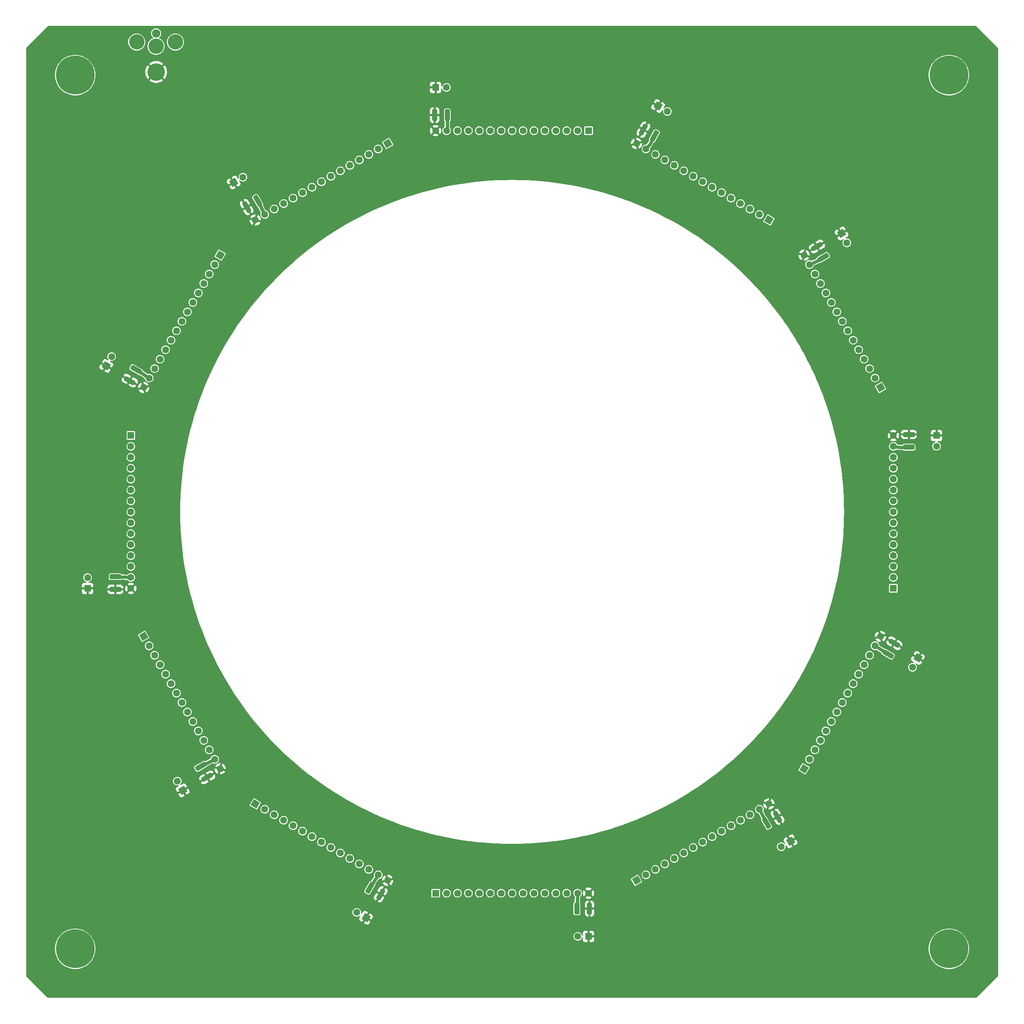
<source format=gtl>
%TF.GenerationSoftware,KiCad,Pcbnew,8.0.6-8.0.6-0~ubuntu22.04.1*%
%TF.CreationDate,2024-12-20T11:09:35-08:00*%
%TF.ProjectId,arena_top_12-12,6172656e-615f-4746-9f70-5f31322d3132,rev?*%
%TF.SameCoordinates,Original*%
%TF.FileFunction,Copper,L1,Top*%
%TF.FilePolarity,Positive*%
%FSLAX46Y46*%
G04 Gerber Fmt 4.6, Leading zero omitted, Abs format (unit mm)*
G04 Created by KiCad (PCBNEW 8.0.6-8.0.6-0~ubuntu22.04.1) date 2024-12-20 11:09:35*
%MOMM*%
%LPD*%
G01*
G04 APERTURE LIST*
G04 Aperture macros list*
%AMRoundRect*
0 Rectangle with rounded corners*
0 $1 Rounding radius*
0 $2 $3 $4 $5 $6 $7 $8 $9 X,Y pos of 4 corners*
0 Add a 4 corners polygon primitive as box body*
4,1,4,$2,$3,$4,$5,$6,$7,$8,$9,$2,$3,0*
0 Add four circle primitives for the rounded corners*
1,1,$1+$1,$2,$3*
1,1,$1+$1,$4,$5*
1,1,$1+$1,$6,$7*
1,1,$1+$1,$8,$9*
0 Add four rect primitives between the rounded corners*
20,1,$1+$1,$2,$3,$4,$5,0*
20,1,$1+$1,$4,$5,$6,$7,0*
20,1,$1+$1,$6,$7,$8,$9,0*
20,1,$1+$1,$8,$9,$2,$3,0*%
%AMRotRect*
0 Rectangle, with rotation*
0 The origin of the aperture is its center*
0 $1 length*
0 $2 width*
0 $3 Rotation angle, in degrees counterclockwise*
0 Add horizontal line*
21,1,$1,$2,0,0,$3*%
G04 Aperture macros list end*
%TA.AperFunction,ComponentPad*%
%ADD10R,1.600000X1.600000*%
%TD*%
%TA.AperFunction,ComponentPad*%
%ADD11C,1.600000*%
%TD*%
%TA.AperFunction,SMDPad,CuDef*%
%ADD12RoundRect,0.250000X-0.831458X-0.790128X-0.268542X-1.115128X0.831458X0.790128X0.268542X1.115128X0*%
%TD*%
%TA.AperFunction,ComponentPad*%
%ADD13C,9.000000*%
%TD*%
%TA.AperFunction,ComponentPad*%
%ADD14C,3.556000*%
%TD*%
%TA.AperFunction,ComponentPad*%
%ADD15C,1.930400*%
%TD*%
%TA.AperFunction,ComponentPad*%
%ADD16C,4.064000*%
%TD*%
%TA.AperFunction,ComponentPad*%
%ADD17RotRect,1.600000X1.600000X240.000000*%
%TD*%
%TA.AperFunction,SMDPad,CuDef*%
%ADD18RoundRect,0.250000X-0.325000X-1.100000X0.325000X-1.100000X0.325000X1.100000X-0.325000X1.100000X0*%
%TD*%
%TA.AperFunction,SMDPad,CuDef*%
%ADD19RoundRect,0.250000X-0.790128X0.831458X-1.115128X0.268542X0.790128X-0.831458X1.115128X-0.268542X0*%
%TD*%
%TA.AperFunction,ComponentPad*%
%ADD20RotRect,1.600000X1.600000X210.000000*%
%TD*%
%TA.AperFunction,SMDPad,CuDef*%
%ADD21RoundRect,0.250000X1.115128X0.268542X0.790128X0.831458X-1.115128X-0.268542X-0.790128X-0.831458X0*%
%TD*%
%TA.AperFunction,ComponentPad*%
%ADD22RotRect,1.600000X1.600000X150.000000*%
%TD*%
%TA.AperFunction,SMDPad,CuDef*%
%ADD23RoundRect,0.250000X0.268542X-1.115128X0.831458X-0.790128X-0.268542X1.115128X-0.831458X0.790128X0*%
%TD*%
%TA.AperFunction,SMDPad,CuDef*%
%ADD24RoundRect,0.250000X-0.268542X1.115128X-0.831458X0.790128X0.268542X-1.115128X0.831458X-0.790128X0*%
%TD*%
%TA.AperFunction,SMDPad,CuDef*%
%ADD25RoundRect,0.250000X-1.100000X0.325000X-1.100000X-0.325000X1.100000X-0.325000X1.100000X0.325000X0*%
%TD*%
%TA.AperFunction,SMDPad,CuDef*%
%ADD26RoundRect,0.250000X-1.115128X-0.268542X-0.790128X-0.831458X1.115128X0.268542X0.790128X0.831458X0*%
%TD*%
%TA.AperFunction,ComponentPad*%
%ADD27RotRect,1.600000X1.600000X300.000000*%
%TD*%
%TA.AperFunction,ComponentPad*%
%ADD28RotRect,1.600000X1.600000X60.000000*%
%TD*%
%TA.AperFunction,ComponentPad*%
%ADD29RotRect,1.600000X1.600000X30.000000*%
%TD*%
%TA.AperFunction,ComponentPad*%
%ADD30RotRect,1.600000X1.600000X120.000000*%
%TD*%
%TA.AperFunction,SMDPad,CuDef*%
%ADD31RoundRect,0.250000X0.790128X-0.831458X1.115128X-0.268542X-0.790128X0.831458X-1.115128X0.268542X0*%
%TD*%
%TA.AperFunction,SMDPad,CuDef*%
%ADD32RoundRect,0.250000X0.325000X1.100000X-0.325000X1.100000X-0.325000X-1.100000X0.325000X-1.100000X0*%
%TD*%
%TA.AperFunction,SMDPad,CuDef*%
%ADD33RoundRect,0.250000X0.831458X0.790128X0.268542X1.115128X-0.831458X-0.790128X-0.268542X-1.115128X0*%
%TD*%
%TA.AperFunction,SMDPad,CuDef*%
%ADD34RoundRect,0.250000X1.100000X-0.325000X1.100000X0.325000X-1.100000X0.325000X-1.100000X-0.325000X0*%
%TD*%
%TA.AperFunction,ComponentPad*%
%ADD35RotRect,1.600000X1.600000X330.000000*%
%TD*%
%TA.AperFunction,Conductor*%
%ADD36C,0.800000*%
%TD*%
G04 APERTURE END LIST*
D10*
%TO.P,C16,1*%
%TO.N,+5V*%
X160020000Y-79070199D03*
D11*
%TO.P,C16,2*%
%TO.N,GND*%
X162520000Y-79070199D03*
%TD*%
D12*
%TO.P,C3,1*%
%TO.N,+5V*%
X208340078Y-88878633D03*
%TO.P,C3,2*%
%TO.N,GND*%
X210894852Y-90353633D03*
%TD*%
D13*
%TO.P,H1,1,1*%
%TO.N,GND*%
X76200000Y-76200000D03*
%TD*%
D14*
%TO.P,J4,*%
%TO.N,*%
X90504200Y-68506600D03*
D15*
X95000000Y-66500000D03*
D14*
X99495800Y-68506600D03*
D16*
%TO.P,J4,1*%
%TO.N,+5V*%
X95000000Y-75491600D03*
D14*
%TO.P,J4,2*%
%TO.N,GND*%
X95000000Y-69497200D03*
%TD*%
D17*
%TO.P,C24,1*%
%TO.N,+5V*%
X272192515Y-211766968D03*
D11*
%TO.P,C24,2*%
%TO.N,GND*%
X270942515Y-213932032D03*
%TD*%
D18*
%TO.P,C4,1*%
%TO.N,+5V*%
X159787800Y-85521799D03*
%TO.P,C4,2*%
%TO.N,GND*%
X162737800Y-85521799D03*
%TD*%
D19*
%TO.P,C12,1*%
%TO.N,+5V*%
X266721366Y-208340078D03*
%TO.P,C12,2*%
%TO.N,GND*%
X265246366Y-210894852D03*
%TD*%
D20*
%TO.P,C23,1*%
%TO.N,+5V*%
X242562832Y-254412515D03*
D11*
%TO.P,C23,2*%
%TO.N,GND*%
X240397768Y-255662515D03*
%TD*%
D21*
%TO.P,C8,1*%
%TO.N,+5V*%
X106890833Y-239538122D03*
%TO.P,C8,2*%
%TO.N,GND*%
X105415833Y-236983348D03*
%TD*%
D10*
%TO.P,C19,1*%
%TO.N,+5V*%
X79070199Y-195580000D03*
D11*
%TO.P,C19,2*%
%TO.N,GND*%
X79070199Y-193080000D03*
%TD*%
D22*
%TO.P,C21,1*%
%TO.N,+5V*%
X143833031Y-272192515D03*
D11*
%TO.P,C21,2*%
%TO.N,GND*%
X141667967Y-270942515D03*
%TD*%
D10*
%TO.P,C22,1*%
%TO.N,+5V*%
X195579999Y-276529800D03*
D11*
%TO.P,C22,2*%
%TO.N,GND*%
X193079999Y-276529800D03*
%TD*%
D13*
%TO.P,H3,1,1*%
%TO.N,GND*%
X279400000Y-279400000D03*
%TD*%
%TO.P,H4,1,1*%
%TO.N,GND*%
X76200000Y-279400000D03*
%TD*%
D23*
%TO.P,C5,1*%
%TO.N,+5V*%
X116061877Y-106890833D03*
%TO.P,C5,2*%
%TO.N,GND*%
X118616651Y-105415833D03*
%TD*%
D24*
%TO.P,C11,1*%
%TO.N,+5V*%
X239538122Y-248709166D03*
%TO.P,C11,2*%
%TO.N,GND*%
X236983348Y-250184166D03*
%TD*%
D25*
%TO.P,C1,1*%
%TO.N,+5V*%
X270078200Y-159787800D03*
%TO.P,C1,2*%
%TO.N,GND*%
X270078200Y-162737800D03*
%TD*%
D26*
%TO.P,C2,1*%
%TO.N,+5V*%
X248709166Y-116061877D03*
%TO.P,C2,2*%
%TO.N,GND*%
X250184166Y-118616651D03*
%TD*%
D27*
%TO.P,C14,1*%
%TO.N,+5V*%
X254412515Y-113037167D03*
D11*
%TO.P,C14,2*%
%TO.N,GND*%
X255662515Y-115202231D03*
%TD*%
D13*
%TO.P,H2,1,1*%
%TO.N,GND*%
X279400000Y-76200000D03*
%TD*%
D28*
%TO.P,C18,1*%
%TO.N,+5V*%
X83407484Y-143833031D03*
D11*
%TO.P,C18,2*%
%TO.N,GND*%
X84657484Y-141667967D03*
%TD*%
D29*
%TO.P,C17,1*%
%TO.N,+5V*%
X113037167Y-101187484D03*
D11*
%TO.P,C17,2*%
%TO.N,GND*%
X115202231Y-99937484D03*
%TD*%
D30*
%TO.P,C20,1*%
%TO.N,+5V*%
X101187484Y-242562832D03*
D11*
%TO.P,C20,2*%
%TO.N,GND*%
X99937484Y-240397768D03*
%TD*%
D31*
%TO.P,C6,1*%
%TO.N,+5V*%
X88878633Y-147259921D03*
%TO.P,C6,2*%
%TO.N,GND*%
X90353633Y-144705147D03*
%TD*%
D32*
%TO.P,C10,1*%
%TO.N,+5V*%
X195812200Y-270078200D03*
%TO.P,C10,2*%
%TO.N,GND*%
X192862200Y-270078200D03*
%TD*%
D33*
%TO.P,C9,1*%
%TO.N,+5V*%
X147259921Y-266721366D03*
%TO.P,C9,2*%
%TO.N,GND*%
X144705147Y-265246366D03*
%TD*%
D34*
%TO.P,C7,1*%
%TO.N,+5V*%
X85521799Y-195812200D03*
%TO.P,C7,2*%
%TO.N,GND*%
X85521799Y-192862200D03*
%TD*%
D35*
%TO.P,C15,1*%
%TO.N,+5V*%
X211766968Y-83407484D03*
D11*
%TO.P,C15,2*%
%TO.N,GND*%
X213932032Y-84657484D03*
%TD*%
D10*
%TO.P,C13,1*%
%TO.N,+5V*%
X276529800Y-160020000D03*
D11*
%TO.P,C13,2*%
%TO.N,GND*%
X276529800Y-162520000D03*
%TD*%
D10*
%TO.P,P10,1*%
%TO.N,unconnected-(P10-Pad1)*%
X160019999Y-266474028D03*
D11*
%TO.P,P10,2*%
%TO.N,unconnected-(P10-Pad2)*%
X162559999Y-266474028D03*
%TO.P,P10,3*%
%TO.N,unconnected-(P10-Pad3)*%
X165099999Y-266474028D03*
%TO.P,P10,4*%
%TO.N,unconnected-(P10-Pad4)*%
X167639999Y-266474028D03*
%TO.P,P10,5*%
%TO.N,unconnected-(P10-Pad5)*%
X170179999Y-266474028D03*
%TO.P,P10,6*%
%TO.N,unconnected-(P10-Pad6)*%
X172719999Y-266474028D03*
%TO.P,P10,7*%
%TO.N,unconnected-(P10-Pad7)*%
X175259999Y-266474028D03*
%TO.P,P10,8*%
%TO.N,unconnected-(P10-Pad8)*%
X177799999Y-266474028D03*
%TO.P,P10,9*%
%TO.N,unconnected-(P10-Pad9)*%
X180339999Y-266474028D03*
%TO.P,P10,10*%
%TO.N,unconnected-(P10-Pad10)*%
X182879999Y-266474028D03*
%TO.P,P10,11*%
%TO.N,unconnected-(P10-Pad11)*%
X185419999Y-266474028D03*
%TO.P,P10,12*%
%TO.N,unconnected-(P10-Pad12)*%
X187959999Y-266474028D03*
%TO.P,P10,13*%
%TO.N,unconnected-(P10-Pad13)*%
X190499999Y-266474028D03*
%TO.P,P10,14*%
%TO.N,GND*%
X193039999Y-266474028D03*
%TO.P,P10,15*%
%TO.N,+5V*%
X195579999Y-266474028D03*
%TD*%
D28*
%TO.P,P12,1*%
%TO.N,unconnected-(P12-Pad1)*%
X245703961Y-237534946D03*
D11*
%TO.P,P12,2*%
%TO.N,unconnected-(P12-Pad2)*%
X246973961Y-235335241D03*
%TO.P,P12,3*%
%TO.N,unconnected-(P12-Pad3)*%
X248243961Y-233135537D03*
%TO.P,P12,4*%
%TO.N,unconnected-(P12-Pad4)*%
X249513961Y-230935832D03*
%TO.P,P12,5*%
%TO.N,unconnected-(P12-Pad5)*%
X250783961Y-228736128D03*
%TO.P,P12,6*%
%TO.N,unconnected-(P12-Pad6)*%
X252053961Y-226536423D03*
%TO.P,P12,7*%
%TO.N,unconnected-(P12-Pad7)*%
X253323961Y-224336719D03*
%TO.P,P12,8*%
%TO.N,unconnected-(P12-Pad8)*%
X254593961Y-222137014D03*
%TO.P,P12,9*%
%TO.N,unconnected-(P12-Pad9)*%
X255863961Y-219937309D03*
%TO.P,P12,10*%
%TO.N,unconnected-(P12-Pad10)*%
X257133961Y-217737605D03*
%TO.P,P12,11*%
%TO.N,unconnected-(P12-Pad11)*%
X258403961Y-215537900D03*
%TO.P,P12,12*%
%TO.N,unconnected-(P12-Pad12)*%
X259673961Y-213338196D03*
%TO.P,P12,13*%
%TO.N,unconnected-(P12-Pad13)*%
X260943961Y-211138491D03*
%TO.P,P12,14*%
%TO.N,GND*%
X262213961Y-208938787D03*
%TO.P,P12,15*%
%TO.N,+5V*%
X263483961Y-206739082D03*
%TD*%
D10*
%TO.P,P7,1*%
%TO.N,unconnected-(P7-Pad1)*%
X89125971Y-160020000D03*
D11*
%TO.P,P7,2*%
%TO.N,unconnected-(P7-Pad2)*%
X89125971Y-162560000D03*
%TO.P,P7,3*%
%TO.N,unconnected-(P7-Pad3)*%
X89125971Y-165100000D03*
%TO.P,P7,4*%
%TO.N,unconnected-(P7-Pad4)*%
X89125971Y-167640000D03*
%TO.P,P7,5*%
%TO.N,unconnected-(P7-Pad5)*%
X89125971Y-170180000D03*
%TO.P,P7,6*%
%TO.N,unconnected-(P7-Pad6)*%
X89125971Y-172720000D03*
%TO.P,P7,7*%
%TO.N,unconnected-(P7-Pad7)*%
X89125971Y-175260000D03*
%TO.P,P7,8*%
%TO.N,unconnected-(P7-Pad8)*%
X89125971Y-177800000D03*
%TO.P,P7,9*%
%TO.N,unconnected-(P7-Pad9)*%
X89125971Y-180340000D03*
%TO.P,P7,10*%
%TO.N,unconnected-(P7-Pad10)*%
X89125971Y-182880000D03*
%TO.P,P7,11*%
%TO.N,unconnected-(P7-Pad11)*%
X89125971Y-185420000D03*
%TO.P,P7,12*%
%TO.N,unconnected-(P7-Pad12)*%
X89125971Y-187960000D03*
%TO.P,P7,13*%
%TO.N,unconnected-(P7-Pad13)*%
X89125971Y-190500000D03*
%TO.P,P7,14*%
%TO.N,GND*%
X89125971Y-193040000D03*
%TO.P,P7,15*%
%TO.N,+5V*%
X89125971Y-195580000D03*
%TD*%
D35*
%TO.P,P9,1*%
%TO.N,unconnected-(P9-Pad1)*%
X118065053Y-245703961D03*
D11*
%TO.P,P9,2*%
%TO.N,unconnected-(P9-Pad2)*%
X120264758Y-246973961D03*
%TO.P,P9,3*%
%TO.N,unconnected-(P9-Pad3)*%
X122464462Y-248243961D03*
%TO.P,P9,4*%
%TO.N,unconnected-(P9-Pad4)*%
X124664167Y-249513961D03*
%TO.P,P9,5*%
%TO.N,unconnected-(P9-Pad5)*%
X126863871Y-250783961D03*
%TO.P,P9,6*%
%TO.N,unconnected-(P9-Pad6)*%
X129063576Y-252053961D03*
%TO.P,P9,7*%
%TO.N,unconnected-(P9-Pad7)*%
X131263280Y-253323961D03*
%TO.P,P9,8*%
%TO.N,unconnected-(P9-Pad8)*%
X133462985Y-254593961D03*
%TO.P,P9,9*%
%TO.N,unconnected-(P9-Pad9)*%
X135662690Y-255863961D03*
%TO.P,P9,10*%
%TO.N,unconnected-(P9-Pad10)*%
X137862394Y-257133961D03*
%TO.P,P9,11*%
%TO.N,unconnected-(P9-Pad11)*%
X140062099Y-258403961D03*
%TO.P,P9,12*%
%TO.N,unconnected-(P9-Pad12)*%
X142261803Y-259673961D03*
%TO.P,P9,13*%
%TO.N,unconnected-(P9-Pad13)*%
X144461508Y-260943961D03*
%TO.P,P9,14*%
%TO.N,GND*%
X146661212Y-262213961D03*
%TO.P,P9,15*%
%TO.N,+5V*%
X148860917Y-263483961D03*
%TD*%
D29*
%TO.P,P11,1*%
%TO.N,unconnected-(P11-Pad1)*%
X206739082Y-263483961D03*
D11*
%TO.P,P11,2*%
%TO.N,unconnected-(P11-Pad2)*%
X208938787Y-262213961D03*
%TO.P,P11,3*%
%TO.N,unconnected-(P11-Pad3)*%
X211138491Y-260943961D03*
%TO.P,P11,4*%
%TO.N,unconnected-(P11-Pad4)*%
X213338196Y-259673961D03*
%TO.P,P11,5*%
%TO.N,unconnected-(P11-Pad5)*%
X215537900Y-258403961D03*
%TO.P,P11,6*%
%TO.N,unconnected-(P11-Pad6)*%
X217737605Y-257133961D03*
%TO.P,P11,7*%
%TO.N,unconnected-(P11-Pad7)*%
X219937309Y-255863961D03*
%TO.P,P11,8*%
%TO.N,unconnected-(P11-Pad8)*%
X222137014Y-254593961D03*
%TO.P,P11,9*%
%TO.N,unconnected-(P11-Pad9)*%
X224336719Y-253323961D03*
%TO.P,P11,10*%
%TO.N,unconnected-(P11-Pad10)*%
X226536423Y-252053961D03*
%TO.P,P11,11*%
%TO.N,unconnected-(P11-Pad11)*%
X228736128Y-250783961D03*
%TO.P,P11,12*%
%TO.N,unconnected-(P11-Pad12)*%
X230935832Y-249513961D03*
%TO.P,P11,13*%
%TO.N,unconnected-(P11-Pad13)*%
X233135537Y-248243961D03*
%TO.P,P11,14*%
%TO.N,GND*%
X235335241Y-246973961D03*
%TO.P,P11,15*%
%TO.N,+5V*%
X237534946Y-245703961D03*
%TD*%
D20*
%TO.P,P5,1*%
%TO.N,unconnected-(P5-Pad1)*%
X148860917Y-92116038D03*
D11*
%TO.P,P5,2*%
%TO.N,unconnected-(P5-Pad2)*%
X146661212Y-93386038D03*
%TO.P,P5,3*%
%TO.N,unconnected-(P5-Pad3)*%
X144461508Y-94656038D03*
%TO.P,P5,4*%
%TO.N,unconnected-(P5-Pad4)*%
X142261803Y-95926038D03*
%TO.P,P5,5*%
%TO.N,unconnected-(P5-Pad5)*%
X140062099Y-97196038D03*
%TO.P,P5,6*%
%TO.N,unconnected-(P5-Pad6)*%
X137862394Y-98466038D03*
%TO.P,P5,7*%
%TO.N,unconnected-(P5-Pad7)*%
X135662690Y-99736038D03*
%TO.P,P5,8*%
%TO.N,unconnected-(P5-Pad8)*%
X133462985Y-101006038D03*
%TO.P,P5,9*%
%TO.N,unconnected-(P5-Pad9)*%
X131263280Y-102276038D03*
%TO.P,P5,10*%
%TO.N,unconnected-(P5-Pad10)*%
X129063576Y-103546038D03*
%TO.P,P5,11*%
%TO.N,unconnected-(P5-Pad11)*%
X126863871Y-104816038D03*
%TO.P,P5,12*%
%TO.N,unconnected-(P5-Pad12)*%
X124664167Y-106086038D03*
%TO.P,P5,13*%
%TO.N,unconnected-(P5-Pad13)*%
X122464462Y-107356038D03*
%TO.P,P5,14*%
%TO.N,GND*%
X120264758Y-108626038D03*
%TO.P,P5,15*%
%TO.N,+5V*%
X118065053Y-109896038D03*
%TD*%
D10*
%TO.P,P4,1*%
%TO.N,unconnected-(P4-Pad1)*%
X195580000Y-89125971D03*
D11*
%TO.P,P4,2*%
%TO.N,unconnected-(P4-Pad2)*%
X193040000Y-89125971D03*
%TO.P,P4,3*%
%TO.N,unconnected-(P4-Pad3)*%
X190500000Y-89125971D03*
%TO.P,P4,4*%
%TO.N,unconnected-(P4-Pad4)*%
X187960000Y-89125971D03*
%TO.P,P4,5*%
%TO.N,unconnected-(P4-Pad5)*%
X185420000Y-89125971D03*
%TO.P,P4,6*%
%TO.N,unconnected-(P4-Pad6)*%
X182880000Y-89125971D03*
%TO.P,P4,7*%
%TO.N,unconnected-(P4-Pad7)*%
X180340000Y-89125971D03*
%TO.P,P4,8*%
%TO.N,unconnected-(P4-Pad8)*%
X177800000Y-89125971D03*
%TO.P,P4,9*%
%TO.N,unconnected-(P4-Pad9)*%
X175260000Y-89125971D03*
%TO.P,P4,10*%
%TO.N,unconnected-(P4-Pad10)*%
X172720000Y-89125971D03*
%TO.P,P4,11*%
%TO.N,unconnected-(P4-Pad11)*%
X170180000Y-89125971D03*
%TO.P,P4,12*%
%TO.N,unconnected-(P4-Pad12)*%
X167640000Y-89125971D03*
%TO.P,P4,13*%
%TO.N,unconnected-(P4-Pad13)*%
X165100000Y-89125971D03*
%TO.P,P4,14*%
%TO.N,GND*%
X162560000Y-89125971D03*
%TO.P,P4,15*%
%TO.N,+5V*%
X160020000Y-89125971D03*
%TD*%
D10*
%TO.P,P1,1*%
%TO.N,unconnected-(P1-Pad1)*%
X266474028Y-195580000D03*
D11*
%TO.P,P1,2*%
%TO.N,unconnected-(P1-Pad2)*%
X266474028Y-193040000D03*
%TO.P,P1,3*%
%TO.N,unconnected-(P1-Pad3)*%
X266474028Y-190500000D03*
%TO.P,P1,4*%
%TO.N,unconnected-(P1-Pad4)*%
X266474028Y-187960000D03*
%TO.P,P1,5*%
%TO.N,unconnected-(P1-Pad5)*%
X266474028Y-185420000D03*
%TO.P,P1,6*%
%TO.N,unconnected-(P1-Pad6)*%
X266474028Y-182880000D03*
%TO.P,P1,7*%
%TO.N,unconnected-(P1-Pad7)*%
X266474028Y-180340000D03*
%TO.P,P1,8*%
%TO.N,unconnected-(P1-Pad8)*%
X266474028Y-177800000D03*
%TO.P,P1,9*%
%TO.N,unconnected-(P1-Pad9)*%
X266474028Y-175260000D03*
%TO.P,P1,10*%
%TO.N,unconnected-(P1-Pad10)*%
X266474028Y-172720000D03*
%TO.P,P1,11*%
%TO.N,unconnected-(P1-Pad11)*%
X266474028Y-170180000D03*
%TO.P,P1,12*%
%TO.N,unconnected-(P1-Pad12)*%
X266474028Y-167640000D03*
%TO.P,P1,13*%
%TO.N,unconnected-(P1-Pad13)*%
X266474028Y-165100000D03*
%TO.P,P1,14*%
%TO.N,GND*%
X266474028Y-162560000D03*
%TO.P,P1,15*%
%TO.N,+5V*%
X266474028Y-160020000D03*
%TD*%
D17*
%TO.P,P6,1*%
%TO.N,unconnected-(P6-Pad1)*%
X109896038Y-118065053D03*
D11*
%TO.P,P6,2*%
%TO.N,unconnected-(P6-Pad2)*%
X108626038Y-120264758D03*
%TO.P,P6,3*%
%TO.N,unconnected-(P6-Pad3)*%
X107356038Y-122464462D03*
%TO.P,P6,4*%
%TO.N,unconnected-(P6-Pad4)*%
X106086038Y-124664167D03*
%TO.P,P6,5*%
%TO.N,unconnected-(P6-Pad5)*%
X104816038Y-126863871D03*
%TO.P,P6,6*%
%TO.N,unconnected-(P6-Pad6)*%
X103546038Y-129063576D03*
%TO.P,P6,7*%
%TO.N,unconnected-(P6-Pad7)*%
X102276038Y-131263280D03*
%TO.P,P6,8*%
%TO.N,unconnected-(P6-Pad8)*%
X101006038Y-133462985D03*
%TO.P,P6,9*%
%TO.N,unconnected-(P6-Pad9)*%
X99736038Y-135662690D03*
%TO.P,P6,10*%
%TO.N,unconnected-(P6-Pad10)*%
X98466038Y-137862394D03*
%TO.P,P6,11*%
%TO.N,unconnected-(P6-Pad11)*%
X97196038Y-140062099D03*
%TO.P,P6,12*%
%TO.N,unconnected-(P6-Pad12)*%
X95926038Y-142261803D03*
%TO.P,P6,13*%
%TO.N,unconnected-(P6-Pad13)*%
X94656038Y-144461508D03*
%TO.P,P6,14*%
%TO.N,GND*%
X93386038Y-146661212D03*
%TO.P,P6,15*%
%TO.N,+5V*%
X92116038Y-148860917D03*
%TD*%
D27*
%TO.P,P8,1*%
%TO.N,unconnected-(P8-Pad1)*%
X92116038Y-206739082D03*
D11*
%TO.P,P8,2*%
%TO.N,unconnected-(P8-Pad2)*%
X93386038Y-208938787D03*
%TO.P,P8,3*%
%TO.N,unconnected-(P8-Pad3)*%
X94656038Y-211138491D03*
%TO.P,P8,4*%
%TO.N,unconnected-(P8-Pad4)*%
X95926038Y-213338196D03*
%TO.P,P8,5*%
%TO.N,unconnected-(P8-Pad5)*%
X97196038Y-215537900D03*
%TO.P,P8,6*%
%TO.N,unconnected-(P8-Pad6)*%
X98466038Y-217737605D03*
%TO.P,P8,7*%
%TO.N,unconnected-(P8-Pad7)*%
X99736038Y-219937309D03*
%TO.P,P8,8*%
%TO.N,unconnected-(P8-Pad8)*%
X101006038Y-222137014D03*
%TO.P,P8,9*%
%TO.N,unconnected-(P8-Pad9)*%
X102276038Y-224336719D03*
%TO.P,P8,10*%
%TO.N,unconnected-(P8-Pad10)*%
X103546038Y-226536423D03*
%TO.P,P8,11*%
%TO.N,unconnected-(P8-Pad11)*%
X104816038Y-228736128D03*
%TO.P,P8,12*%
%TO.N,unconnected-(P8-Pad12)*%
X106086038Y-230935832D03*
%TO.P,P8,13*%
%TO.N,unconnected-(P8-Pad13)*%
X107356038Y-233135537D03*
%TO.P,P8,14*%
%TO.N,GND*%
X108626038Y-235335241D03*
%TO.P,P8,15*%
%TO.N,+5V*%
X109896038Y-237534946D03*
%TD*%
D30*
%TO.P,P2,1*%
%TO.N,unconnected-(P2-Pad1)*%
X263483961Y-148860917D03*
D11*
%TO.P,P2,2*%
%TO.N,unconnected-(P2-Pad2)*%
X262213961Y-146661212D03*
%TO.P,P2,3*%
%TO.N,unconnected-(P2-Pad3)*%
X260943961Y-144461508D03*
%TO.P,P2,4*%
%TO.N,unconnected-(P2-Pad4)*%
X259673961Y-142261803D03*
%TO.P,P2,5*%
%TO.N,unconnected-(P2-Pad5)*%
X258403961Y-140062099D03*
%TO.P,P2,6*%
%TO.N,unconnected-(P2-Pad6)*%
X257133961Y-137862394D03*
%TO.P,P2,7*%
%TO.N,unconnected-(P2-Pad7)*%
X255863961Y-135662690D03*
%TO.P,P2,8*%
%TO.N,unconnected-(P2-Pad8)*%
X254593961Y-133462985D03*
%TO.P,P2,9*%
%TO.N,unconnected-(P2-Pad9)*%
X253323961Y-131263280D03*
%TO.P,P2,10*%
%TO.N,unconnected-(P2-Pad10)*%
X252053961Y-129063576D03*
%TO.P,P2,11*%
%TO.N,unconnected-(P2-Pad11)*%
X250783961Y-126863871D03*
%TO.P,P2,12*%
%TO.N,unconnected-(P2-Pad12)*%
X249513961Y-124664167D03*
%TO.P,P2,13*%
%TO.N,unconnected-(P2-Pad13)*%
X248243961Y-122464462D03*
%TO.P,P2,14*%
%TO.N,GND*%
X246973961Y-120264758D03*
%TO.P,P2,15*%
%TO.N,+5V*%
X245703961Y-118065053D03*
%TD*%
D22*
%TO.P,P3,1*%
%TO.N,unconnected-(P3-Pad1)*%
X237534946Y-109896038D03*
D11*
%TO.P,P3,2*%
%TO.N,unconnected-(P3-Pad2)*%
X235335241Y-108626038D03*
%TO.P,P3,3*%
%TO.N,unconnected-(P3-Pad3)*%
X233135537Y-107356038D03*
%TO.P,P3,4*%
%TO.N,unconnected-(P3-Pad4)*%
X230935832Y-106086038D03*
%TO.P,P3,5*%
%TO.N,unconnected-(P3-Pad5)*%
X228736128Y-104816038D03*
%TO.P,P3,6*%
%TO.N,unconnected-(P3-Pad6)*%
X226536423Y-103546038D03*
%TO.P,P3,7*%
%TO.N,unconnected-(P3-Pad7)*%
X224336719Y-102276038D03*
%TO.P,P3,8*%
%TO.N,unconnected-(P3-Pad8)*%
X222137014Y-101006038D03*
%TO.P,P3,9*%
%TO.N,unconnected-(P3-Pad9)*%
X219937309Y-99736038D03*
%TO.P,P3,10*%
%TO.N,unconnected-(P3-Pad10)*%
X217737605Y-98466038D03*
%TO.P,P3,11*%
%TO.N,unconnected-(P3-Pad11)*%
X215537900Y-97196038D03*
%TO.P,P3,12*%
%TO.N,unconnected-(P3-Pad12)*%
X213338196Y-95926038D03*
%TO.P,P3,13*%
%TO.N,unconnected-(P3-Pad13)*%
X211138491Y-94656038D03*
%TO.P,P3,14*%
%TO.N,GND*%
X208938787Y-93386038D03*
%TO.P,P3,15*%
%TO.N,+5V*%
X206739082Y-92116038D03*
%TD*%
D36*
%TO.N,GND*%
X209804000Y-92354400D02*
X210894852Y-90353633D01*
X90353633Y-144705147D02*
X93386038Y-146661212D01*
X236983348Y-250184166D02*
X235335241Y-246973961D01*
X265246366Y-210894852D02*
X262213961Y-208938787D01*
X118616651Y-105415833D02*
X120264758Y-108626038D01*
X162737800Y-85521799D02*
X162712400Y-88036400D01*
X250184166Y-118616651D02*
X248615200Y-119557800D01*
X208938787Y-93386038D02*
X209804000Y-92354400D01*
X192862200Y-270078200D02*
X193039999Y-266474028D01*
X162712400Y-88036400D02*
X162560000Y-89125971D01*
X270078200Y-162737800D02*
X267944600Y-162763200D01*
X267944600Y-162763200D02*
X266474028Y-162560000D01*
X105415833Y-236983348D02*
X108626038Y-235335241D01*
X85521799Y-192862200D02*
X89125971Y-193040000D01*
X144705147Y-265246366D02*
X146661212Y-262213961D01*
X248615200Y-119557800D02*
X246973961Y-120264758D01*
%TD*%
%TA.AperFunction,Conductor*%
%TO.N,+5V*%
G36*
X285765677Y-64789685D02*
G01*
X285786319Y-64806319D01*
X290793681Y-69813681D01*
X290827166Y-69875004D01*
X290830000Y-69901362D01*
X290830000Y-285698638D01*
X290810315Y-285765677D01*
X290793681Y-285786319D01*
X285786319Y-290793681D01*
X285724996Y-290827166D01*
X285698638Y-290830000D01*
X69901362Y-290830000D01*
X69834323Y-290810315D01*
X69813681Y-290793681D01*
X64806319Y-285786319D01*
X64772834Y-285724996D01*
X64770000Y-285698638D01*
X64770000Y-279400000D01*
X71494479Y-279400000D01*
X71514552Y-279834171D01*
X71514552Y-279834176D01*
X71514553Y-279834181D01*
X71574598Y-280264634D01*
X71574600Y-280264642D01*
X71674108Y-280687724D01*
X71812234Y-281099836D01*
X71812237Y-281099843D01*
X71987781Y-281497412D01*
X71987786Y-281497422D01*
X71987790Y-281497431D01*
X71987794Y-281497439D01*
X71987795Y-281497440D01*
X72199280Y-281877130D01*
X72199284Y-281877136D01*
X72444914Y-282235713D01*
X72722568Y-282570077D01*
X72722578Y-282570089D01*
X73029911Y-282877422D01*
X73029922Y-282877431D01*
X73364286Y-283155085D01*
X73550500Y-283282644D01*
X73722862Y-283400715D01*
X74102569Y-283612210D01*
X74500170Y-283787768D01*
X74912273Y-283925891D01*
X75335363Y-284025401D01*
X75765829Y-284085448D01*
X76200000Y-284105521D01*
X76634171Y-284085448D01*
X77064637Y-284025401D01*
X77487727Y-283925891D01*
X77899830Y-283787768D01*
X78297431Y-283612210D01*
X78677138Y-283400715D01*
X79035710Y-283155087D01*
X79035709Y-283155087D01*
X79035713Y-283155085D01*
X79148519Y-283061411D01*
X79370089Y-282877422D01*
X79677422Y-282570089D01*
X79955087Y-282235710D01*
X80200715Y-281877138D01*
X80412210Y-281497431D01*
X80587768Y-281099830D01*
X80725891Y-280687727D01*
X80825401Y-280264637D01*
X80885448Y-279834171D01*
X80905521Y-279400000D01*
X274694479Y-279400000D01*
X274714552Y-279834171D01*
X274714552Y-279834176D01*
X274714553Y-279834181D01*
X274774598Y-280264634D01*
X274774600Y-280264642D01*
X274874108Y-280687724D01*
X275012234Y-281099836D01*
X275012237Y-281099843D01*
X275187781Y-281497412D01*
X275187786Y-281497422D01*
X275187790Y-281497431D01*
X275187794Y-281497439D01*
X275187795Y-281497440D01*
X275399280Y-281877130D01*
X275399284Y-281877136D01*
X275644914Y-282235713D01*
X275922568Y-282570077D01*
X275922578Y-282570089D01*
X276229911Y-282877422D01*
X276229922Y-282877431D01*
X276564286Y-283155085D01*
X276750500Y-283282644D01*
X276922862Y-283400715D01*
X277302569Y-283612210D01*
X277700170Y-283787768D01*
X278112273Y-283925891D01*
X278535363Y-284025401D01*
X278965829Y-284085448D01*
X279400000Y-284105521D01*
X279834171Y-284085448D01*
X280264637Y-284025401D01*
X280687727Y-283925891D01*
X281099830Y-283787768D01*
X281497431Y-283612210D01*
X281877138Y-283400715D01*
X282235710Y-283155087D01*
X282235709Y-283155087D01*
X282235713Y-283155085D01*
X282348519Y-283061411D01*
X282570089Y-282877422D01*
X282877422Y-282570089D01*
X283155087Y-282235710D01*
X283400715Y-281877138D01*
X283612210Y-281497431D01*
X283787768Y-281099830D01*
X283925891Y-280687727D01*
X284025401Y-280264637D01*
X284085448Y-279834171D01*
X284105521Y-279400000D01*
X284085448Y-278965829D01*
X284025401Y-278535363D01*
X283925891Y-278112273D01*
X283787768Y-277700170D01*
X283781948Y-277686990D01*
X283612218Y-277302587D01*
X283612217Y-277302586D01*
X283612210Y-277302569D01*
X283440952Y-276995101D01*
X283400719Y-276922869D01*
X283400718Y-276922868D01*
X283400715Y-276922862D01*
X283265813Y-276725929D01*
X283155085Y-276564286D01*
X282877431Y-276229922D01*
X282877422Y-276229911D01*
X282570089Y-275922578D01*
X282570077Y-275922568D01*
X282235713Y-275644914D01*
X281970243Y-275463063D01*
X281877138Y-275399285D01*
X281877134Y-275399283D01*
X281877130Y-275399280D01*
X281497440Y-275187795D01*
X281497439Y-275187794D01*
X281497431Y-275187790D01*
X281497422Y-275187786D01*
X281497412Y-275187781D01*
X281099843Y-275012237D01*
X281099836Y-275012234D01*
X280687724Y-274874108D01*
X280264642Y-274774600D01*
X280264634Y-274774598D01*
X279834181Y-274714553D01*
X279834176Y-274714552D01*
X279834171Y-274714552D01*
X279400000Y-274694479D01*
X278965829Y-274714552D01*
X278965823Y-274714552D01*
X278965818Y-274714553D01*
X278535365Y-274774598D01*
X278535357Y-274774600D01*
X278112275Y-274874108D01*
X277700163Y-275012234D01*
X277700156Y-275012237D01*
X277302587Y-275187781D01*
X277302559Y-275187795D01*
X276922869Y-275399280D01*
X276922863Y-275399284D01*
X276564286Y-275644914D01*
X276229922Y-275922568D01*
X276229902Y-275922586D01*
X275922586Y-276229902D01*
X275922568Y-276229922D01*
X275644914Y-276564286D01*
X275399284Y-276922863D01*
X275399280Y-276922869D01*
X275187795Y-277302559D01*
X275187781Y-277302587D01*
X275012237Y-277700156D01*
X275012234Y-277700163D01*
X274874108Y-278112275D01*
X274774600Y-278535357D01*
X274774598Y-278535365D01*
X274714553Y-278965818D01*
X274714552Y-278965823D01*
X274714552Y-278965829D01*
X274694479Y-279400000D01*
X80905521Y-279400000D01*
X80885448Y-278965829D01*
X80825401Y-278535363D01*
X80725891Y-278112273D01*
X80587768Y-277700170D01*
X80581948Y-277686990D01*
X80412218Y-277302587D01*
X80412217Y-277302586D01*
X80412210Y-277302569D01*
X80240952Y-276995101D01*
X80200719Y-276922869D01*
X80200718Y-276922868D01*
X80200715Y-276922862D01*
X80065813Y-276725929D01*
X79955085Y-276564286D01*
X79926448Y-276529800D01*
X192074658Y-276529800D01*
X192093974Y-276725929D01*
X192104932Y-276762053D01*
X192131574Y-276849880D01*
X192151187Y-276914533D01*
X192244085Y-277088332D01*
X192244089Y-277088339D01*
X192369115Y-277240683D01*
X192521459Y-277365709D01*
X192521466Y-277365713D01*
X192695265Y-277458611D01*
X192695268Y-277458611D01*
X192695272Y-277458614D01*
X192883867Y-277515824D01*
X193079999Y-277535141D01*
X193276131Y-277515824D01*
X193464726Y-277458614D01*
X193638537Y-277365710D01*
X193790882Y-277240683D01*
X193915909Y-277088338D01*
X193962361Y-277001432D01*
X194008810Y-276914533D01*
X194008810Y-276914532D01*
X194008813Y-276914527D01*
X194037339Y-276820489D01*
X194075636Y-276762053D01*
X194139448Y-276733596D01*
X194208515Y-276744157D01*
X194260909Y-276790381D01*
X194279999Y-276856487D01*
X194279999Y-277377644D01*
X194286400Y-277437172D01*
X194286402Y-277437179D01*
X194336644Y-277571886D01*
X194336648Y-277571893D01*
X194422808Y-277686987D01*
X194422811Y-277686990D01*
X194537905Y-277773150D01*
X194537912Y-277773154D01*
X194672619Y-277823396D01*
X194672626Y-277823398D01*
X194732154Y-277829799D01*
X194732171Y-277829800D01*
X195329999Y-277829800D01*
X195329999Y-276845486D01*
X195334393Y-276849880D01*
X195425605Y-276902541D01*
X195527338Y-276929800D01*
X195632660Y-276929800D01*
X195734393Y-276902541D01*
X195825605Y-276849880D01*
X195829999Y-276845486D01*
X195829999Y-277829800D01*
X196427827Y-277829800D01*
X196427843Y-277829799D01*
X196487371Y-277823398D01*
X196487378Y-277823396D01*
X196622085Y-277773154D01*
X196622092Y-277773150D01*
X196737186Y-277686990D01*
X196737189Y-277686987D01*
X196823349Y-277571893D01*
X196823353Y-277571886D01*
X196873595Y-277437179D01*
X196873597Y-277437172D01*
X196879998Y-277377644D01*
X196879999Y-277377627D01*
X196879999Y-276779800D01*
X195895685Y-276779800D01*
X195900079Y-276775406D01*
X195952740Y-276684194D01*
X195979999Y-276582461D01*
X195979999Y-276477139D01*
X195952740Y-276375406D01*
X195900079Y-276284194D01*
X195895685Y-276279800D01*
X196879999Y-276279800D01*
X196879999Y-275681972D01*
X196879998Y-275681955D01*
X196873597Y-275622427D01*
X196873595Y-275622420D01*
X196823353Y-275487713D01*
X196823349Y-275487706D01*
X196737189Y-275372612D01*
X196737186Y-275372609D01*
X196622092Y-275286449D01*
X196622085Y-275286445D01*
X196487378Y-275236203D01*
X196487371Y-275236201D01*
X196427843Y-275229800D01*
X195829999Y-275229800D01*
X195829999Y-276214114D01*
X195825605Y-276209720D01*
X195734393Y-276157059D01*
X195632660Y-276129800D01*
X195527338Y-276129800D01*
X195425605Y-276157059D01*
X195334393Y-276209720D01*
X195329999Y-276214114D01*
X195329999Y-275229800D01*
X194732154Y-275229800D01*
X194672626Y-275236201D01*
X194672619Y-275236203D01*
X194537912Y-275286445D01*
X194537905Y-275286449D01*
X194422811Y-275372609D01*
X194422808Y-275372612D01*
X194336648Y-275487706D01*
X194336644Y-275487713D01*
X194286402Y-275622420D01*
X194286400Y-275622427D01*
X194279999Y-275681955D01*
X194279999Y-276203112D01*
X194260314Y-276270151D01*
X194207510Y-276315906D01*
X194138352Y-276325850D01*
X194074796Y-276296825D01*
X194037339Y-276239108D01*
X194008812Y-276145071D01*
X193915912Y-275971267D01*
X193915908Y-275971260D01*
X193790882Y-275818916D01*
X193638538Y-275693890D01*
X193638531Y-275693886D01*
X193464732Y-275600988D01*
X193464726Y-275600986D01*
X193276131Y-275543776D01*
X193276128Y-275543775D01*
X193079999Y-275524459D01*
X192883869Y-275543775D01*
X192695265Y-275600988D01*
X192521466Y-275693886D01*
X192521459Y-275693890D01*
X192369115Y-275818916D01*
X192244089Y-275971260D01*
X192244085Y-275971267D01*
X192151187Y-276145066D01*
X192093974Y-276333670D01*
X192074658Y-276529800D01*
X79926448Y-276529800D01*
X79677431Y-276229922D01*
X79677422Y-276229911D01*
X79370089Y-275922578D01*
X79370077Y-275922568D01*
X79035713Y-275644914D01*
X78770243Y-275463063D01*
X78677138Y-275399285D01*
X78677134Y-275399283D01*
X78677130Y-275399280D01*
X78297440Y-275187795D01*
X78297439Y-275187794D01*
X78297431Y-275187790D01*
X78297422Y-275187786D01*
X78297412Y-275187781D01*
X77899843Y-275012237D01*
X77899836Y-275012234D01*
X77487724Y-274874108D01*
X77064642Y-274774600D01*
X77064634Y-274774598D01*
X76634181Y-274714553D01*
X76634176Y-274714552D01*
X76634171Y-274714552D01*
X76200000Y-274694479D01*
X75765829Y-274714552D01*
X75765823Y-274714552D01*
X75765818Y-274714553D01*
X75335365Y-274774598D01*
X75335357Y-274774600D01*
X74912275Y-274874108D01*
X74500163Y-275012234D01*
X74500156Y-275012237D01*
X74102587Y-275187781D01*
X74102559Y-275187795D01*
X73722869Y-275399280D01*
X73722863Y-275399284D01*
X73364286Y-275644914D01*
X73029922Y-275922568D01*
X73029902Y-275922586D01*
X72722586Y-276229902D01*
X72722568Y-276229922D01*
X72444914Y-276564286D01*
X72199284Y-276922863D01*
X72199280Y-276922869D01*
X71987795Y-277302559D01*
X71987781Y-277302587D01*
X71812237Y-277700156D01*
X71812234Y-277700163D01*
X71674108Y-278112275D01*
X71574600Y-278535357D01*
X71574598Y-278535365D01*
X71514553Y-278965818D01*
X71514552Y-278965823D01*
X71514552Y-278965829D01*
X71494479Y-279400000D01*
X64770000Y-279400000D01*
X64770000Y-270942515D01*
X140662626Y-270942515D01*
X140681942Y-271138644D01*
X140739155Y-271327248D01*
X140832053Y-271501047D01*
X140832057Y-271501054D01*
X140957083Y-271653398D01*
X141109427Y-271778424D01*
X141109434Y-271778428D01*
X141283233Y-271871326D01*
X141283236Y-271871326D01*
X141283240Y-271871329D01*
X141471835Y-271928539D01*
X141667967Y-271947856D01*
X141864099Y-271928539D01*
X142052694Y-271871329D01*
X142069104Y-271862558D01*
X142139599Y-271824877D01*
X142226505Y-271778425D01*
X142354411Y-271673454D01*
X142418719Y-271646142D01*
X142487587Y-271657933D01*
X142539147Y-271705085D01*
X142557031Y-271772627D01*
X142540462Y-271831308D01*
X142283286Y-272276751D01*
X142259052Y-272331531D01*
X142235211Y-272473312D01*
X142235210Y-272473314D01*
X142252281Y-272616077D01*
X142308877Y-272748243D01*
X142400421Y-272859116D01*
X142400423Y-272859117D01*
X142448782Y-272894428D01*
X142448796Y-272894438D01*
X142966523Y-273193347D01*
X142966524Y-273193347D01*
X143458681Y-272340907D01*
X143460290Y-272346909D01*
X143512951Y-272438121D01*
X143587425Y-272512595D01*
X143678637Y-272565256D01*
X143780370Y-272592515D01*
X143885692Y-272592515D01*
X143891692Y-272590907D01*
X143399537Y-273443346D01*
X143399537Y-273443347D01*
X143917274Y-273742263D01*
X143972047Y-273766493D01*
X144113828Y-273790334D01*
X144113830Y-273790335D01*
X144256593Y-273773264D01*
X144388759Y-273716668D01*
X144499632Y-273625124D01*
X144499633Y-273625122D01*
X144534944Y-273576763D01*
X144534954Y-273576749D01*
X144833863Y-273059021D01*
X144833863Y-273059020D01*
X143981424Y-272566863D01*
X143987425Y-272565256D01*
X144078637Y-272512595D01*
X144153111Y-272438121D01*
X144205772Y-272346909D01*
X144233031Y-272245176D01*
X144233031Y-272139854D01*
X144231422Y-272133851D01*
X145083862Y-272626007D01*
X145083863Y-272626007D01*
X145382779Y-272108271D01*
X145407009Y-272053498D01*
X145430850Y-271911717D01*
X145430851Y-271911715D01*
X145413780Y-271768952D01*
X145357184Y-271636786D01*
X145265640Y-271525913D01*
X145265638Y-271525912D01*
X145217279Y-271490601D01*
X145217265Y-271490591D01*
X144699537Y-271191681D01*
X144699536Y-271191681D01*
X144207379Y-272044120D01*
X144205772Y-272038121D01*
X144153111Y-271946909D01*
X144078637Y-271872435D01*
X143987425Y-271819774D01*
X143885692Y-271792515D01*
X143780370Y-271792515D01*
X143774367Y-271794123D01*
X144266523Y-270941682D01*
X144266523Y-270941681D01*
X143748787Y-270642766D01*
X143694014Y-270618536D01*
X143552233Y-270594695D01*
X143552231Y-270594694D01*
X143409468Y-270611765D01*
X143277302Y-270668361D01*
X143166429Y-270759905D01*
X143166428Y-270759907D01*
X143131117Y-270808266D01*
X143131107Y-270808280D01*
X142875882Y-271250344D01*
X142825315Y-271298560D01*
X142756708Y-271311783D01*
X142691843Y-271285815D01*
X142651315Y-271228900D01*
X142647990Y-271159110D01*
X142649835Y-271152347D01*
X142653991Y-271138647D01*
X142653991Y-271138644D01*
X142673308Y-270942515D01*
X142653991Y-270746383D01*
X142596781Y-270557788D01*
X142596778Y-270557784D01*
X142596778Y-270557781D01*
X142503880Y-270383982D01*
X142503876Y-270383975D01*
X142378850Y-270231631D01*
X142226506Y-270106605D01*
X142226499Y-270106601D01*
X142052700Y-270013703D01*
X142052694Y-270013701D01*
X141864099Y-269956491D01*
X141864096Y-269956490D01*
X141667967Y-269937174D01*
X141471837Y-269956490D01*
X141283233Y-270013703D01*
X141109434Y-270106601D01*
X141109427Y-270106605D01*
X140957083Y-270231631D01*
X140832057Y-270383975D01*
X140832053Y-270383982D01*
X140739155Y-270557781D01*
X140681942Y-270746385D01*
X140662626Y-270942515D01*
X64770000Y-270942515D01*
X64770000Y-268448511D01*
X146551427Y-268448511D01*
X146551427Y-268448512D01*
X146659653Y-268510996D01*
X146659667Y-268511003D01*
X146753864Y-268553272D01*
X146753863Y-268553272D01*
X146925566Y-268588725D01*
X147100817Y-268583628D01*
X147270172Y-268538248D01*
X147424489Y-268455040D01*
X147555461Y-268338486D01*
X147615909Y-268254776D01*
X148065897Y-267475371D01*
X148065897Y-267475370D01*
X147351427Y-267062871D01*
X147351426Y-267062871D01*
X146551427Y-268448511D01*
X64770000Y-268448511D01*
X64770000Y-267445680D01*
X145676229Y-267445680D01*
X145681328Y-267620932D01*
X145726704Y-267790279D01*
X145809915Y-267944601D01*
X145926471Y-268075577D01*
X145926472Y-268075578D01*
X146010180Y-268136023D01*
X146010183Y-268136025D01*
X146118414Y-268198511D01*
X146118415Y-268198511D01*
X146918414Y-266812872D01*
X146918414Y-266812871D01*
X146601426Y-266629858D01*
X147601426Y-266629858D01*
X147601426Y-266629859D01*
X148315896Y-267042358D01*
X148315897Y-267042358D01*
X148765883Y-266262958D01*
X148765893Y-266262938D01*
X148808157Y-266168752D01*
X148843612Y-265997051D01*
X148838513Y-265821799D01*
X148793625Y-265654275D01*
X159019499Y-265654275D01*
X159019499Y-267293780D01*
X159031130Y-267352257D01*
X159031131Y-267352258D01*
X159075446Y-267418580D01*
X159141768Y-267462895D01*
X159141769Y-267462896D01*
X159200246Y-267474527D01*
X159200249Y-267474528D01*
X159200251Y-267474528D01*
X160839749Y-267474528D01*
X160839750Y-267474527D01*
X160854567Y-267471580D01*
X160898228Y-267462896D01*
X160898228Y-267462895D01*
X160898230Y-267462895D01*
X160964551Y-267418580D01*
X161008866Y-267352259D01*
X161008866Y-267352257D01*
X161008867Y-267352257D01*
X161020498Y-267293780D01*
X161020499Y-267293778D01*
X161020499Y-266474028D01*
X161554658Y-266474028D01*
X161573974Y-266670157D01*
X161573975Y-266670160D01*
X161621728Y-266827581D01*
X161631187Y-266858761D01*
X161724085Y-267032560D01*
X161724089Y-267032567D01*
X161849115Y-267184911D01*
X162001459Y-267309937D01*
X162001466Y-267309941D01*
X162175265Y-267402839D01*
X162175268Y-267402839D01*
X162175272Y-267402842D01*
X162363867Y-267460052D01*
X162559999Y-267479369D01*
X162756131Y-267460052D01*
X162944726Y-267402842D01*
X163018188Y-267363576D01*
X163118531Y-267309941D01*
X163118537Y-267309938D01*
X163270882Y-267184911D01*
X163395909Y-267032566D01*
X163488813Y-266858755D01*
X163546023Y-266670160D01*
X163565340Y-266474028D01*
X164094658Y-266474028D01*
X164113974Y-266670157D01*
X164113975Y-266670160D01*
X164161728Y-266827581D01*
X164171187Y-266858761D01*
X164264085Y-267032560D01*
X164264089Y-267032567D01*
X164389115Y-267184911D01*
X164541459Y-267309937D01*
X164541466Y-267309941D01*
X164715265Y-267402839D01*
X164715268Y-267402839D01*
X164715272Y-267402842D01*
X164903867Y-267460052D01*
X165099999Y-267479369D01*
X165296131Y-267460052D01*
X165484726Y-267402842D01*
X165558188Y-267363576D01*
X165658531Y-267309941D01*
X165658537Y-267309938D01*
X165810882Y-267184911D01*
X165935909Y-267032566D01*
X166028813Y-266858755D01*
X166086023Y-266670160D01*
X166105340Y-266474028D01*
X166634658Y-266474028D01*
X166653974Y-266670157D01*
X166653975Y-266670160D01*
X166701728Y-266827581D01*
X166711187Y-266858761D01*
X166804085Y-267032560D01*
X166804089Y-267032567D01*
X166929115Y-267184911D01*
X167081459Y-267309937D01*
X167081466Y-267309941D01*
X167255265Y-267402839D01*
X167255268Y-267402839D01*
X167255272Y-267402842D01*
X167443867Y-267460052D01*
X167639999Y-267479369D01*
X167836131Y-267460052D01*
X168024726Y-267402842D01*
X168098188Y-267363576D01*
X168198531Y-267309941D01*
X168198537Y-267309938D01*
X168350882Y-267184911D01*
X168475909Y-267032566D01*
X168568813Y-266858755D01*
X168626023Y-266670160D01*
X168645340Y-266474028D01*
X169174658Y-266474028D01*
X169193974Y-266670157D01*
X169193975Y-266670160D01*
X169241728Y-266827581D01*
X169251187Y-266858761D01*
X169344085Y-267032560D01*
X169344089Y-267032567D01*
X169469115Y-267184911D01*
X169621459Y-267309937D01*
X169621466Y-267309941D01*
X169795265Y-267402839D01*
X169795268Y-267402839D01*
X169795272Y-267402842D01*
X169983867Y-267460052D01*
X170179999Y-267479369D01*
X170376131Y-267460052D01*
X170564726Y-267402842D01*
X170638188Y-267363576D01*
X170738531Y-267309941D01*
X170738537Y-267309938D01*
X170890882Y-267184911D01*
X171015909Y-267032566D01*
X171108813Y-266858755D01*
X171166023Y-266670160D01*
X171185340Y-266474028D01*
X171714658Y-266474028D01*
X171733974Y-266670157D01*
X171733975Y-266670160D01*
X171781728Y-266827581D01*
X171791187Y-266858761D01*
X171884085Y-267032560D01*
X171884089Y-267032567D01*
X172009115Y-267184911D01*
X172161459Y-267309937D01*
X172161466Y-267309941D01*
X172335265Y-267402839D01*
X172335268Y-267402839D01*
X172335272Y-267402842D01*
X172523867Y-267460052D01*
X172719999Y-267479369D01*
X172916131Y-267460052D01*
X173104726Y-267402842D01*
X173178188Y-267363576D01*
X173278531Y-267309941D01*
X173278537Y-267309938D01*
X173430882Y-267184911D01*
X173555909Y-267032566D01*
X173648813Y-266858755D01*
X173706023Y-266670160D01*
X173725340Y-266474028D01*
X174254658Y-266474028D01*
X174273974Y-266670157D01*
X174273975Y-266670160D01*
X174321728Y-266827581D01*
X174331187Y-266858761D01*
X174424085Y-267032560D01*
X174424089Y-267032567D01*
X174549115Y-267184911D01*
X174701459Y-267309937D01*
X174701466Y-267309941D01*
X174875265Y-267402839D01*
X174875268Y-267402839D01*
X174875272Y-267402842D01*
X175063867Y-267460052D01*
X175259999Y-267479369D01*
X175456131Y-267460052D01*
X175644726Y-267402842D01*
X175718188Y-267363576D01*
X175818531Y-267309941D01*
X175818537Y-267309938D01*
X175970882Y-267184911D01*
X176095909Y-267032566D01*
X176188813Y-266858755D01*
X176246023Y-266670160D01*
X176265340Y-266474028D01*
X176794658Y-266474028D01*
X176813974Y-266670157D01*
X176813975Y-266670160D01*
X176861728Y-266827581D01*
X176871187Y-266858761D01*
X176964085Y-267032560D01*
X176964089Y-267032567D01*
X177089115Y-267184911D01*
X177241459Y-267309937D01*
X177241466Y-267309941D01*
X177415265Y-267402839D01*
X177415268Y-267402839D01*
X177415272Y-267402842D01*
X177603867Y-267460052D01*
X177799999Y-267479369D01*
X177996131Y-267460052D01*
X178184726Y-267402842D01*
X178258188Y-267363576D01*
X178358531Y-267309941D01*
X178358537Y-267309938D01*
X178510882Y-267184911D01*
X178635909Y-267032566D01*
X178728813Y-266858755D01*
X178786023Y-266670160D01*
X178805340Y-266474028D01*
X179334658Y-266474028D01*
X179353974Y-266670157D01*
X179353975Y-266670160D01*
X179401728Y-266827581D01*
X179411187Y-266858761D01*
X179504085Y-267032560D01*
X179504089Y-267032567D01*
X179629115Y-267184911D01*
X179781459Y-267309937D01*
X179781466Y-267309941D01*
X179955265Y-267402839D01*
X179955268Y-267402839D01*
X179955272Y-267402842D01*
X180143867Y-267460052D01*
X180339999Y-267479369D01*
X180536131Y-267460052D01*
X180724726Y-267402842D01*
X180798188Y-267363576D01*
X180898531Y-267309941D01*
X180898537Y-267309938D01*
X181050882Y-267184911D01*
X181175909Y-267032566D01*
X181268813Y-266858755D01*
X181326023Y-266670160D01*
X181345340Y-266474028D01*
X181874658Y-266474028D01*
X181893974Y-266670157D01*
X181893975Y-266670160D01*
X181941728Y-266827581D01*
X181951187Y-266858761D01*
X182044085Y-267032560D01*
X182044089Y-267032567D01*
X182169115Y-267184911D01*
X182321459Y-267309937D01*
X182321466Y-267309941D01*
X182495265Y-267402839D01*
X182495268Y-267402839D01*
X182495272Y-267402842D01*
X182683867Y-267460052D01*
X182879999Y-267479369D01*
X183076131Y-267460052D01*
X183264726Y-267402842D01*
X183338188Y-267363576D01*
X183438531Y-267309941D01*
X183438537Y-267309938D01*
X183590882Y-267184911D01*
X183715909Y-267032566D01*
X183808813Y-266858755D01*
X183866023Y-266670160D01*
X183885340Y-266474028D01*
X184414658Y-266474028D01*
X184433974Y-266670157D01*
X184433975Y-266670160D01*
X184481728Y-266827581D01*
X184491187Y-266858761D01*
X184584085Y-267032560D01*
X184584089Y-267032567D01*
X184709115Y-267184911D01*
X184861459Y-267309937D01*
X184861466Y-267309941D01*
X185035265Y-267402839D01*
X185035268Y-267402839D01*
X185035272Y-267402842D01*
X185223867Y-267460052D01*
X185419999Y-267479369D01*
X185616131Y-267460052D01*
X185804726Y-267402842D01*
X185878188Y-267363576D01*
X185978531Y-267309941D01*
X185978537Y-267309938D01*
X186130882Y-267184911D01*
X186255909Y-267032566D01*
X186348813Y-266858755D01*
X186406023Y-266670160D01*
X186425340Y-266474028D01*
X186954658Y-266474028D01*
X186973974Y-266670157D01*
X186973975Y-266670160D01*
X187021728Y-266827581D01*
X187031187Y-266858761D01*
X187124085Y-267032560D01*
X187124089Y-267032567D01*
X187249115Y-267184911D01*
X187401459Y-267309937D01*
X187401466Y-267309941D01*
X187575265Y-267402839D01*
X187575268Y-267402839D01*
X187575272Y-267402842D01*
X187763867Y-267460052D01*
X187959999Y-267479369D01*
X188156131Y-267460052D01*
X188344726Y-267402842D01*
X188418188Y-267363576D01*
X188518531Y-267309941D01*
X188518537Y-267309938D01*
X188670882Y-267184911D01*
X188795909Y-267032566D01*
X188888813Y-266858755D01*
X188946023Y-266670160D01*
X188965340Y-266474028D01*
X189494658Y-266474028D01*
X189513974Y-266670157D01*
X189513975Y-266670160D01*
X189561728Y-266827581D01*
X189571187Y-266858761D01*
X189664085Y-267032560D01*
X189664089Y-267032567D01*
X189789115Y-267184911D01*
X189941459Y-267309937D01*
X189941466Y-267309941D01*
X190115265Y-267402839D01*
X190115268Y-267402839D01*
X190115272Y-267402842D01*
X190303867Y-267460052D01*
X190499999Y-267479369D01*
X190696131Y-267460052D01*
X190884726Y-267402842D01*
X190958188Y-267363576D01*
X191058531Y-267309941D01*
X191058537Y-267309938D01*
X191210882Y-267184911D01*
X191335909Y-267032566D01*
X191428813Y-266858755D01*
X191486023Y-266670160D01*
X191505340Y-266474028D01*
X192034658Y-266474028D01*
X192053974Y-266670157D01*
X192053975Y-266670160D01*
X192101728Y-266827581D01*
X192111187Y-266858761D01*
X192204085Y-267032560D01*
X192204089Y-267032567D01*
X192329115Y-267184911D01*
X192352537Y-267204133D01*
X192391871Y-267261879D01*
X192397721Y-267306096D01*
X192338409Y-268508407D01*
X192315446Y-268574395D01*
X192288194Y-268602067D01*
X192215050Y-268656050D01*
X192134407Y-268765317D01*
X192134406Y-268765319D01*
X192089553Y-268893498D01*
X192089553Y-268893500D01*
X192086700Y-268923930D01*
X192086700Y-271232469D01*
X192089553Y-271262899D01*
X192089553Y-271262901D01*
X192134406Y-271391080D01*
X192134407Y-271391082D01*
X192215050Y-271500350D01*
X192324318Y-271580993D01*
X192367045Y-271595944D01*
X192452499Y-271625846D01*
X192482930Y-271628700D01*
X192482934Y-271628700D01*
X193241470Y-271628700D01*
X193271899Y-271625846D01*
X193271901Y-271625846D01*
X193335990Y-271603419D01*
X193400082Y-271580993D01*
X193509350Y-271500350D01*
X193589993Y-271391082D01*
X193622368Y-271298560D01*
X193634846Y-271262901D01*
X193634846Y-271262899D01*
X193637700Y-271232469D01*
X193637700Y-271228186D01*
X194737201Y-271228186D01*
X194747694Y-271330897D01*
X194802841Y-271497319D01*
X194802843Y-271497324D01*
X194894884Y-271646545D01*
X195018854Y-271770515D01*
X195168075Y-271862556D01*
X195168080Y-271862558D01*
X195334502Y-271917705D01*
X195334509Y-271917706D01*
X195437219Y-271928199D01*
X195562199Y-271928199D01*
X196062200Y-271928199D01*
X196187172Y-271928199D01*
X196187186Y-271928198D01*
X196289897Y-271917705D01*
X196456319Y-271862558D01*
X196456324Y-271862556D01*
X196605545Y-271770515D01*
X196729515Y-271646545D01*
X196821556Y-271497324D01*
X196821558Y-271497319D01*
X196876705Y-271330897D01*
X196876706Y-271330890D01*
X196887199Y-271228186D01*
X196887200Y-271228173D01*
X196887200Y-270328200D01*
X196062200Y-270328200D01*
X196062200Y-271928199D01*
X195562199Y-271928199D01*
X195562200Y-271928198D01*
X195562200Y-270328200D01*
X194737201Y-270328200D01*
X194737201Y-271228186D01*
X193637700Y-271228186D01*
X193637700Y-268928213D01*
X194737200Y-268928213D01*
X194737200Y-269828200D01*
X195562200Y-269828200D01*
X196062200Y-269828200D01*
X196887199Y-269828200D01*
X196887199Y-268928228D01*
X196887198Y-268928213D01*
X196876705Y-268825502D01*
X196821558Y-268659080D01*
X196821556Y-268659075D01*
X196729515Y-268509854D01*
X196605545Y-268385884D01*
X196456324Y-268293843D01*
X196456319Y-268293841D01*
X196289897Y-268238694D01*
X196289890Y-268238693D01*
X196187186Y-268228200D01*
X196062200Y-268228200D01*
X196062200Y-269828200D01*
X195562200Y-269828200D01*
X195562200Y-268228200D01*
X195437227Y-268228200D01*
X195437212Y-268228201D01*
X195334502Y-268238694D01*
X195168080Y-268293841D01*
X195168075Y-268293843D01*
X195018854Y-268385884D01*
X194894884Y-268509854D01*
X194802843Y-268659075D01*
X194802841Y-268659080D01*
X194747694Y-268825502D01*
X194747693Y-268825509D01*
X194737200Y-268928213D01*
X193637700Y-268928213D01*
X193637700Y-268923930D01*
X193634846Y-268893500D01*
X193634846Y-268893498D01*
X193589993Y-268765319D01*
X193589992Y-268765317D01*
X193558324Y-268722408D01*
X193534354Y-268656781D01*
X193534246Y-268642679D01*
X193597345Y-267363574D01*
X193620308Y-267297588D01*
X193642525Y-267273836D01*
X193750882Y-267184911D01*
X193875909Y-267032566D01*
X193968813Y-266858755D01*
X194026023Y-266670160D01*
X194036273Y-266566082D01*
X194062433Y-266501296D01*
X194100298Y-266474502D01*
X194217966Y-266474502D01*
X194249673Y-266492934D01*
X194281504Y-266555131D01*
X194283204Y-266567429D01*
X194294857Y-266700628D01*
X194294859Y-266700638D01*
X194353729Y-266920345D01*
X194353734Y-266920359D01*
X194449862Y-267126506D01*
X194500973Y-267199500D01*
X195090503Y-266609969D01*
X195106618Y-266670109D01*
X195173497Y-266785948D01*
X195268079Y-266880530D01*
X195383918Y-266947409D01*
X195444056Y-266963522D01*
X194854525Y-267553053D01*
X194927512Y-267604160D01*
X194927520Y-267604164D01*
X195133667Y-267700292D01*
X195133681Y-267700297D01*
X195353388Y-267759167D01*
X195353399Y-267759169D01*
X195579997Y-267778994D01*
X195580001Y-267778994D01*
X195806598Y-267759169D01*
X195806609Y-267759167D01*
X196026316Y-267700297D01*
X196026330Y-267700292D01*
X196232477Y-267604164D01*
X196305470Y-267553052D01*
X195715941Y-266963523D01*
X195776080Y-266947409D01*
X195891919Y-266880530D01*
X195986501Y-266785948D01*
X196053380Y-266670109D01*
X196069494Y-266609970D01*
X196659023Y-267199499D01*
X196710135Y-267126506D01*
X196806263Y-266920359D01*
X196806268Y-266920345D01*
X196865138Y-266700638D01*
X196865140Y-266700627D01*
X196884965Y-266474030D01*
X196884965Y-266474025D01*
X196865140Y-266247428D01*
X196865138Y-266247417D01*
X196806268Y-266027710D01*
X196806263Y-266027696D01*
X196710135Y-265821549D01*
X196710131Y-265821541D01*
X196659024Y-265748554D01*
X196069493Y-266338085D01*
X196053380Y-266277947D01*
X195986501Y-266162108D01*
X195891919Y-266067526D01*
X195776080Y-266000647D01*
X195715941Y-265984533D01*
X196305471Y-265395002D01*
X196232477Y-265343891D01*
X196026330Y-265247763D01*
X196026316Y-265247758D01*
X195806609Y-265188888D01*
X195806598Y-265188886D01*
X195580001Y-265169062D01*
X195579997Y-265169062D01*
X195353399Y-265188886D01*
X195353388Y-265188888D01*
X195133681Y-265247758D01*
X195133672Y-265247762D01*
X194927515Y-265343894D01*
X194927511Y-265343896D01*
X194854525Y-265395001D01*
X194854525Y-265395002D01*
X195444056Y-265984532D01*
X195383918Y-266000647D01*
X195268079Y-266067526D01*
X195173497Y-266162108D01*
X195106618Y-266277947D01*
X195090504Y-266338085D01*
X194500973Y-265748554D01*
X194500972Y-265748554D01*
X194449867Y-265821540D01*
X194449865Y-265821544D01*
X194353733Y-266027701D01*
X194353729Y-266027710D01*
X194294859Y-266247417D01*
X194294857Y-266247427D01*
X194283204Y-266380626D01*
X194257751Y-266445694D01*
X194217966Y-266474502D01*
X194100298Y-266474502D01*
X194101537Y-266473625D01*
X194070614Y-266456097D01*
X194038107Y-266394250D01*
X194036273Y-266381971D01*
X194026119Y-266278878D01*
X194026023Y-266277896D01*
X193968813Y-266089301D01*
X193968810Y-266089297D01*
X193968810Y-266089294D01*
X193875912Y-265915495D01*
X193875908Y-265915488D01*
X193750882Y-265763144D01*
X193598538Y-265638118D01*
X193598531Y-265638114D01*
X193424732Y-265545216D01*
X193424726Y-265545214D01*
X193236131Y-265488004D01*
X193236128Y-265488003D01*
X193039999Y-265468687D01*
X192843869Y-265488003D01*
X192655265Y-265545216D01*
X192481466Y-265638114D01*
X192481459Y-265638118D01*
X192329115Y-265763144D01*
X192204089Y-265915488D01*
X192204085Y-265915495D01*
X192111187Y-266089294D01*
X192053974Y-266277898D01*
X192034658Y-266474028D01*
X191505340Y-266474028D01*
X191486023Y-266277896D01*
X191428813Y-266089301D01*
X191428810Y-266089297D01*
X191428810Y-266089294D01*
X191335912Y-265915495D01*
X191335908Y-265915488D01*
X191210882Y-265763144D01*
X191058538Y-265638118D01*
X191058531Y-265638114D01*
X190884732Y-265545216D01*
X190884726Y-265545214D01*
X190696131Y-265488004D01*
X190696128Y-265488003D01*
X190499999Y-265468687D01*
X190303869Y-265488003D01*
X190115265Y-265545216D01*
X189941466Y-265638114D01*
X189941459Y-265638118D01*
X189789115Y-265763144D01*
X189664089Y-265915488D01*
X189664085Y-265915495D01*
X189571187Y-266089294D01*
X189513974Y-266277898D01*
X189494658Y-266474028D01*
X188965340Y-266474028D01*
X188946023Y-266277896D01*
X188888813Y-266089301D01*
X188888810Y-266089297D01*
X188888810Y-266089294D01*
X188795912Y-265915495D01*
X188795908Y-265915488D01*
X188670882Y-265763144D01*
X188518538Y-265638118D01*
X188518531Y-265638114D01*
X188344732Y-265545216D01*
X188344726Y-265545214D01*
X188156131Y-265488004D01*
X188156128Y-265488003D01*
X187959999Y-265468687D01*
X187763869Y-265488003D01*
X187575265Y-265545216D01*
X187401466Y-265638114D01*
X187401459Y-265638118D01*
X187249115Y-265763144D01*
X187124089Y-265915488D01*
X187124085Y-265915495D01*
X187031187Y-266089294D01*
X186973974Y-266277898D01*
X186954658Y-266474028D01*
X186425340Y-266474028D01*
X186406023Y-266277896D01*
X186348813Y-266089301D01*
X186348810Y-266089297D01*
X186348810Y-266089294D01*
X186255912Y-265915495D01*
X186255908Y-265915488D01*
X186130882Y-265763144D01*
X185978538Y-265638118D01*
X185978531Y-265638114D01*
X185804732Y-265545216D01*
X185804726Y-265545214D01*
X185616131Y-265488004D01*
X185616128Y-265488003D01*
X185419999Y-265468687D01*
X185223869Y-265488003D01*
X185035265Y-265545216D01*
X184861466Y-265638114D01*
X184861459Y-265638118D01*
X184709115Y-265763144D01*
X184584089Y-265915488D01*
X184584085Y-265915495D01*
X184491187Y-266089294D01*
X184433974Y-266277898D01*
X184414658Y-266474028D01*
X183885340Y-266474028D01*
X183866023Y-266277896D01*
X183808813Y-266089301D01*
X183808810Y-266089297D01*
X183808810Y-266089294D01*
X183715912Y-265915495D01*
X183715908Y-265915488D01*
X183590882Y-265763144D01*
X183438538Y-265638118D01*
X183438531Y-265638114D01*
X183264732Y-265545216D01*
X183264726Y-265545214D01*
X183076131Y-265488004D01*
X183076128Y-265488003D01*
X182879999Y-265468687D01*
X182683869Y-265488003D01*
X182495265Y-265545216D01*
X182321466Y-265638114D01*
X182321459Y-265638118D01*
X182169115Y-265763144D01*
X182044089Y-265915488D01*
X182044085Y-265915495D01*
X181951187Y-266089294D01*
X181893974Y-266277898D01*
X181874658Y-266474028D01*
X181345340Y-266474028D01*
X181326023Y-266277896D01*
X181268813Y-266089301D01*
X181268810Y-266089297D01*
X181268810Y-266089294D01*
X181175912Y-265915495D01*
X181175908Y-265915488D01*
X181050882Y-265763144D01*
X180898538Y-265638118D01*
X180898531Y-265638114D01*
X180724732Y-265545216D01*
X180724726Y-265545214D01*
X180536131Y-265488004D01*
X180536128Y-265488003D01*
X180339999Y-265468687D01*
X180143869Y-265488003D01*
X179955265Y-265545216D01*
X179781466Y-265638114D01*
X179781459Y-265638118D01*
X179629115Y-265763144D01*
X179504089Y-265915488D01*
X179504085Y-265915495D01*
X179411187Y-266089294D01*
X179353974Y-266277898D01*
X179334658Y-266474028D01*
X178805340Y-266474028D01*
X178786023Y-266277896D01*
X178728813Y-266089301D01*
X178728810Y-266089297D01*
X178728810Y-266089294D01*
X178635912Y-265915495D01*
X178635908Y-265915488D01*
X178510882Y-265763144D01*
X178358538Y-265638118D01*
X178358531Y-265638114D01*
X178184732Y-265545216D01*
X178184726Y-265545214D01*
X177996131Y-265488004D01*
X177996128Y-265488003D01*
X177799999Y-265468687D01*
X177603869Y-265488003D01*
X177415265Y-265545216D01*
X177241466Y-265638114D01*
X177241459Y-265638118D01*
X177089115Y-265763144D01*
X176964089Y-265915488D01*
X176964085Y-265915495D01*
X176871187Y-266089294D01*
X176813974Y-266277898D01*
X176794658Y-266474028D01*
X176265340Y-266474028D01*
X176246023Y-266277896D01*
X176188813Y-266089301D01*
X176188810Y-266089297D01*
X176188810Y-266089294D01*
X176095912Y-265915495D01*
X176095908Y-265915488D01*
X175970882Y-265763144D01*
X175818538Y-265638118D01*
X175818531Y-265638114D01*
X175644732Y-265545216D01*
X175644726Y-265545214D01*
X175456131Y-265488004D01*
X175456128Y-265488003D01*
X175259999Y-265468687D01*
X175063869Y-265488003D01*
X174875265Y-265545216D01*
X174701466Y-265638114D01*
X174701459Y-265638118D01*
X174549115Y-265763144D01*
X174424089Y-265915488D01*
X174424085Y-265915495D01*
X174331187Y-266089294D01*
X174273974Y-266277898D01*
X174254658Y-266474028D01*
X173725340Y-266474028D01*
X173706023Y-266277896D01*
X173648813Y-266089301D01*
X173648810Y-266089297D01*
X173648810Y-266089294D01*
X173555912Y-265915495D01*
X173555908Y-265915488D01*
X173430882Y-265763144D01*
X173278538Y-265638118D01*
X173278531Y-265638114D01*
X173104732Y-265545216D01*
X173104726Y-265545214D01*
X172916131Y-265488004D01*
X172916128Y-265488003D01*
X172719999Y-265468687D01*
X172523869Y-265488003D01*
X172335265Y-265545216D01*
X172161466Y-265638114D01*
X172161459Y-265638118D01*
X172009115Y-265763144D01*
X171884089Y-265915488D01*
X171884085Y-265915495D01*
X171791187Y-266089294D01*
X171733974Y-266277898D01*
X171714658Y-266474028D01*
X171185340Y-266474028D01*
X171166023Y-266277896D01*
X171108813Y-266089301D01*
X171108810Y-266089297D01*
X171108810Y-266089294D01*
X171015912Y-265915495D01*
X171015908Y-265915488D01*
X170890882Y-265763144D01*
X170738538Y-265638118D01*
X170738531Y-265638114D01*
X170564732Y-265545216D01*
X170564726Y-265545214D01*
X170376131Y-265488004D01*
X170376128Y-265488003D01*
X170179999Y-265468687D01*
X169983869Y-265488003D01*
X169795265Y-265545216D01*
X169621466Y-265638114D01*
X169621459Y-265638118D01*
X169469115Y-265763144D01*
X169344089Y-265915488D01*
X169344085Y-265915495D01*
X169251187Y-266089294D01*
X169193974Y-266277898D01*
X169174658Y-266474028D01*
X168645340Y-266474028D01*
X168626023Y-266277896D01*
X168568813Y-266089301D01*
X168568810Y-266089297D01*
X168568810Y-266089294D01*
X168475912Y-265915495D01*
X168475908Y-265915488D01*
X168350882Y-265763144D01*
X168198538Y-265638118D01*
X168198531Y-265638114D01*
X168024732Y-265545216D01*
X168024726Y-265545214D01*
X167836131Y-265488004D01*
X167836128Y-265488003D01*
X167639999Y-265468687D01*
X167443869Y-265488003D01*
X167255265Y-265545216D01*
X167081466Y-265638114D01*
X167081459Y-265638118D01*
X166929115Y-265763144D01*
X166804089Y-265915488D01*
X166804085Y-265915495D01*
X166711187Y-266089294D01*
X166653974Y-266277898D01*
X166634658Y-266474028D01*
X166105340Y-266474028D01*
X166086023Y-266277896D01*
X166028813Y-266089301D01*
X166028810Y-266089297D01*
X166028810Y-266089294D01*
X165935912Y-265915495D01*
X165935908Y-265915488D01*
X165810882Y-265763144D01*
X165658538Y-265638118D01*
X165658531Y-265638114D01*
X165484732Y-265545216D01*
X165484726Y-265545214D01*
X165296131Y-265488004D01*
X165296128Y-265488003D01*
X165099999Y-265468687D01*
X164903869Y-265488003D01*
X164715265Y-265545216D01*
X164541466Y-265638114D01*
X164541459Y-265638118D01*
X164389115Y-265763144D01*
X164264089Y-265915488D01*
X164264085Y-265915495D01*
X164171187Y-266089294D01*
X164113974Y-266277898D01*
X164094658Y-266474028D01*
X163565340Y-266474028D01*
X163546023Y-266277896D01*
X163488813Y-266089301D01*
X163488810Y-266089297D01*
X163488810Y-266089294D01*
X163395912Y-265915495D01*
X163395908Y-265915488D01*
X163270882Y-265763144D01*
X163118538Y-265638118D01*
X163118531Y-265638114D01*
X162944732Y-265545216D01*
X162944726Y-265545214D01*
X162756131Y-265488004D01*
X162756128Y-265488003D01*
X162559999Y-265468687D01*
X162363869Y-265488003D01*
X162175265Y-265545216D01*
X162001466Y-265638114D01*
X162001459Y-265638118D01*
X161849115Y-265763144D01*
X161724089Y-265915488D01*
X161724085Y-265915495D01*
X161631187Y-266089294D01*
X161573974Y-266277898D01*
X161554658Y-266474028D01*
X161020499Y-266474028D01*
X161020499Y-265654277D01*
X161020498Y-265654275D01*
X161008867Y-265595798D01*
X161008866Y-265595797D01*
X160964551Y-265529475D01*
X160898229Y-265485160D01*
X160898228Y-265485159D01*
X160839751Y-265473528D01*
X160839747Y-265473528D01*
X159200251Y-265473528D01*
X159200246Y-265473528D01*
X159141769Y-265485159D01*
X159141768Y-265485160D01*
X159075446Y-265529475D01*
X159031131Y-265595797D01*
X159031130Y-265595798D01*
X159019499Y-265654275D01*
X148793625Y-265654275D01*
X148793137Y-265652452D01*
X148709926Y-265498130D01*
X148593370Y-265367154D01*
X148593369Y-265367153D01*
X148509668Y-265306713D01*
X148509651Y-265306702D01*
X148401426Y-265244219D01*
X148401425Y-265244219D01*
X147601426Y-266629858D01*
X146601426Y-266629858D01*
X146203944Y-266400372D01*
X146203943Y-266400372D01*
X145753958Y-267179773D01*
X145753948Y-267179793D01*
X145711684Y-267273979D01*
X145676229Y-267445680D01*
X64770000Y-267445680D01*
X64770000Y-266019458D01*
X143418418Y-266019458D01*
X143418418Y-266019459D01*
X143433623Y-266154405D01*
X143433624Y-266154410D01*
X143487929Y-266278878D01*
X143487929Y-266278879D01*
X143487930Y-266278880D01*
X143487931Y-266278882D01*
X143574829Y-266379859D01*
X143576514Y-266381817D01*
X143576517Y-266381820D01*
X143601434Y-266399499D01*
X143601452Y-266399511D01*
X144203758Y-266747252D01*
X144258351Y-266778771D01*
X144286134Y-266791516D01*
X144419570Y-266816764D01*
X144513500Y-266806180D01*
X144554515Y-266801560D01*
X144554516Y-266801559D01*
X144554520Y-266801559D01*
X144678993Y-266747252D01*
X144781929Y-266658668D01*
X144799617Y-266633740D01*
X145184352Y-265967359D01*
X146453943Y-265967359D01*
X146453943Y-265967360D01*
X147168413Y-266379859D01*
X147168414Y-266379859D01*
X147968414Y-264994220D01*
X147968413Y-264994218D01*
X147860188Y-264931735D01*
X147860174Y-264931728D01*
X147765977Y-264889459D01*
X147765978Y-264889459D01*
X147594274Y-264854005D01*
X147419024Y-264859103D01*
X147249669Y-264904483D01*
X147095352Y-264987691D01*
X146964380Y-265104245D01*
X146903932Y-265187955D01*
X146453943Y-265967359D01*
X145184352Y-265967359D01*
X145881252Y-264760293D01*
X145953878Y-264634501D01*
X145953888Y-264634482D01*
X145966628Y-264606711D01*
X145966629Y-264606707D01*
X145991875Y-264473273D01*
X145985904Y-264420283D01*
X145997958Y-264351461D01*
X146004917Y-264339189D01*
X146556588Y-263483958D01*
X147555951Y-263483958D01*
X147555951Y-263483963D01*
X147563715Y-263572725D01*
X148369031Y-263356940D01*
X148352917Y-263417081D01*
X148352917Y-263550841D01*
X148387536Y-263680042D01*
X148454415Y-263795881D01*
X148498439Y-263839905D01*
X147693125Y-264055688D01*
X147730782Y-264136443D01*
X147861259Y-264322781D01*
X148022096Y-264483618D01*
X148208434Y-264614095D01*
X148414590Y-264710226D01*
X148414599Y-264710230D01*
X148634306Y-264769100D01*
X148634317Y-264769102D01*
X148860915Y-264788927D01*
X148860919Y-264788927D01*
X148949681Y-264781161D01*
X148733897Y-263975846D01*
X148794037Y-263991961D01*
X148927797Y-263991961D01*
X149056998Y-263957342D01*
X149172837Y-263890463D01*
X149216861Y-263846438D01*
X149432644Y-264651751D01*
X149513399Y-264614095D01*
X149699737Y-264483618D01*
X149860574Y-264322781D01*
X149991051Y-264136443D01*
X150087182Y-263930287D01*
X150087186Y-263930278D01*
X150146056Y-263710571D01*
X150146058Y-263710560D01*
X150165883Y-263483963D01*
X150165883Y-263483958D01*
X150158117Y-263395195D01*
X149352803Y-263610978D01*
X149368917Y-263550841D01*
X149368917Y-263417081D01*
X149334298Y-263287880D01*
X149293853Y-263217826D01*
X205443583Y-263217826D01*
X205462749Y-263274286D01*
X205462750Y-263274289D01*
X206282496Y-264694131D01*
X206282501Y-264694138D01*
X206296610Y-264710226D01*
X206321814Y-264738965D01*
X206393352Y-264774243D01*
X206472945Y-264779460D01*
X206529409Y-264760293D01*
X207949255Y-263940545D01*
X207994086Y-263901229D01*
X208029364Y-263829691D01*
X208034581Y-263750098D01*
X208015414Y-263693634D01*
X207975782Y-263624990D01*
X207274362Y-262410093D01*
X207195666Y-262273788D01*
X207156350Y-262228957D01*
X207125941Y-262213961D01*
X207933446Y-262213961D01*
X207952762Y-262410090D01*
X207952763Y-262410093D01*
X207975274Y-262484303D01*
X208009975Y-262598694D01*
X208102873Y-262772493D01*
X208102877Y-262772500D01*
X208227903Y-262924844D01*
X208380247Y-263049870D01*
X208380254Y-263049874D01*
X208554053Y-263142772D01*
X208554056Y-263142772D01*
X208554060Y-263142775D01*
X208742655Y-263199985D01*
X208938787Y-263219302D01*
X209134919Y-263199985D01*
X209323514Y-263142775D01*
X209332016Y-263138231D01*
X209410419Y-263096323D01*
X209497325Y-263049871D01*
X209649670Y-262924844D01*
X209774697Y-262772499D01*
X209867601Y-262598688D01*
X209924811Y-262410093D01*
X209944128Y-262213961D01*
X209924811Y-262017829D01*
X209867601Y-261829234D01*
X209867598Y-261829230D01*
X209867598Y-261829227D01*
X209774700Y-261655428D01*
X209774696Y-261655421D01*
X209649670Y-261503077D01*
X209497326Y-261378051D01*
X209497319Y-261378047D01*
X209323520Y-261285149D01*
X209323514Y-261285147D01*
X209134919Y-261227937D01*
X209134916Y-261227936D01*
X208938787Y-261208620D01*
X208742657Y-261227936D01*
X208554053Y-261285149D01*
X208380254Y-261378047D01*
X208380247Y-261378051D01*
X208227903Y-261503077D01*
X208102877Y-261655421D01*
X208102873Y-261655428D01*
X208009975Y-261829227D01*
X207952762Y-262017831D01*
X207933446Y-262213961D01*
X207125941Y-262213961D01*
X207084812Y-262193679D01*
X207005219Y-262188462D01*
X207005218Y-262188462D01*
X207005216Y-262188462D01*
X206948756Y-262207628D01*
X206948753Y-262207629D01*
X205528911Y-263027375D01*
X205528904Y-263027380D01*
X205503256Y-263049874D01*
X205484078Y-263066693D01*
X205448800Y-263138231D01*
X205444327Y-263206481D01*
X205443583Y-263217826D01*
X149293853Y-263217826D01*
X149267419Y-263172041D01*
X149223392Y-263128014D01*
X150028707Y-262912232D01*
X149991052Y-262831480D01*
X149860574Y-262645140D01*
X149699737Y-262484303D01*
X149513399Y-262353826D01*
X149307243Y-262257695D01*
X149307234Y-262257691D01*
X149087527Y-262198821D01*
X149087516Y-262198819D01*
X148860919Y-262178995D01*
X148860914Y-262178995D01*
X148772151Y-262186759D01*
X148987935Y-262992074D01*
X148927797Y-262975961D01*
X148794037Y-262975961D01*
X148664836Y-263010580D01*
X148548997Y-263077459D01*
X148504971Y-263121484D01*
X148289188Y-262316169D01*
X148208436Y-262353825D01*
X148022096Y-262484303D01*
X147861257Y-262645142D01*
X147794200Y-262740908D01*
X147739622Y-262784532D01*
X147670124Y-262791724D01*
X147653479Y-262783309D01*
X147665511Y-262790594D01*
X147696227Y-262853350D01*
X147688139Y-262922750D01*
X147686388Y-262926681D01*
X147634652Y-263037629D01*
X147634647Y-263037643D01*
X147575777Y-263257350D01*
X147575775Y-263257361D01*
X147555951Y-263483958D01*
X146556588Y-263483958D01*
X146699334Y-263262665D01*
X146752213Y-263217003D01*
X146791379Y-263206481D01*
X146857344Y-263199985D01*
X147045939Y-263142775D01*
X147054441Y-263138231D01*
X147132844Y-263096323D01*
X147219750Y-263049871D01*
X147372095Y-262924844D01*
X147478154Y-262795611D01*
X147535898Y-262756278D01*
X147604384Y-262754443D01*
X147572357Y-262699971D01*
X147575128Y-262630156D01*
X147583267Y-262611332D01*
X147590026Y-262598688D01*
X147647236Y-262410093D01*
X147666553Y-262213961D01*
X147647236Y-262017829D01*
X147590026Y-261829234D01*
X147590023Y-261829230D01*
X147590023Y-261829227D01*
X147497125Y-261655428D01*
X147497121Y-261655421D01*
X147372095Y-261503077D01*
X147219751Y-261378051D01*
X147219744Y-261378047D01*
X147045945Y-261285149D01*
X147045939Y-261285147D01*
X146857344Y-261227937D01*
X146857341Y-261227936D01*
X146661212Y-261208620D01*
X146465082Y-261227936D01*
X146276478Y-261285149D01*
X146102679Y-261378047D01*
X146102672Y-261378051D01*
X145950328Y-261503077D01*
X145825302Y-261655421D01*
X145825298Y-261655428D01*
X145732400Y-261829227D01*
X145675187Y-262017831D01*
X145655871Y-262213961D01*
X145675187Y-262410091D01*
X145675188Y-262410093D01*
X145697699Y-262484303D01*
X145704869Y-262507937D01*
X145705492Y-262577803D01*
X145690410Y-262611148D01*
X145036427Y-263624990D01*
X144983546Y-263670655D01*
X144946109Y-263680994D01*
X144855777Y-263691172D01*
X144855772Y-263691173D01*
X144731304Y-263745478D01*
X144731303Y-263745478D01*
X144628364Y-263834064D01*
X144628364Y-263834065D01*
X144610677Y-263858990D01*
X143456415Y-265858230D01*
X143456405Y-265858249D01*
X143443665Y-265886020D01*
X143443664Y-265886024D01*
X143418418Y-266019458D01*
X64770000Y-266019458D01*
X64770000Y-260943961D01*
X143456167Y-260943961D01*
X143475483Y-261140090D01*
X143532696Y-261328694D01*
X143625594Y-261502493D01*
X143625598Y-261502500D01*
X143750624Y-261654844D01*
X143902968Y-261779870D01*
X143902975Y-261779874D01*
X144076774Y-261872772D01*
X144076777Y-261872772D01*
X144076781Y-261872775D01*
X144265376Y-261929985D01*
X144461508Y-261949302D01*
X144657640Y-261929985D01*
X144846235Y-261872775D01*
X145020046Y-261779871D01*
X145172391Y-261654844D01*
X145297418Y-261502499D01*
X145390322Y-261328688D01*
X145447532Y-261140093D01*
X145466849Y-260943961D01*
X210133150Y-260943961D01*
X210152466Y-261140090D01*
X210209679Y-261328694D01*
X210302577Y-261502493D01*
X210302581Y-261502500D01*
X210427607Y-261654844D01*
X210579951Y-261779870D01*
X210579958Y-261779874D01*
X210753757Y-261872772D01*
X210753760Y-261872772D01*
X210753764Y-261872775D01*
X210942359Y-261929985D01*
X211138491Y-261949302D01*
X211334623Y-261929985D01*
X211523218Y-261872775D01*
X211697029Y-261779871D01*
X211849374Y-261654844D01*
X211974401Y-261502499D01*
X212067305Y-261328688D01*
X212124515Y-261140093D01*
X212143832Y-260943961D01*
X212124515Y-260747829D01*
X212067305Y-260559234D01*
X212067302Y-260559230D01*
X212067302Y-260559227D01*
X211974404Y-260385428D01*
X211974400Y-260385421D01*
X211849374Y-260233077D01*
X211697030Y-260108051D01*
X211697023Y-260108047D01*
X211523224Y-260015149D01*
X211523218Y-260015147D01*
X211334623Y-259957937D01*
X211334620Y-259957936D01*
X211138491Y-259938620D01*
X210942361Y-259957936D01*
X210753757Y-260015149D01*
X210579958Y-260108047D01*
X210579951Y-260108051D01*
X210427607Y-260233077D01*
X210302581Y-260385421D01*
X210302577Y-260385428D01*
X210209679Y-260559227D01*
X210152466Y-260747831D01*
X210133150Y-260943961D01*
X145466849Y-260943961D01*
X145447532Y-260747829D01*
X145390322Y-260559234D01*
X145390319Y-260559230D01*
X145390319Y-260559227D01*
X145297421Y-260385428D01*
X145297417Y-260385421D01*
X145172391Y-260233077D01*
X145020047Y-260108051D01*
X145020040Y-260108047D01*
X144846241Y-260015149D01*
X144846235Y-260015147D01*
X144657640Y-259957937D01*
X144657637Y-259957936D01*
X144461508Y-259938620D01*
X144265378Y-259957936D01*
X144076774Y-260015149D01*
X143902975Y-260108047D01*
X143902968Y-260108051D01*
X143750624Y-260233077D01*
X143625598Y-260385421D01*
X143625594Y-260385428D01*
X143532696Y-260559227D01*
X143475483Y-260747831D01*
X143456167Y-260943961D01*
X64770000Y-260943961D01*
X64770000Y-259673961D01*
X141256462Y-259673961D01*
X141275778Y-259870090D01*
X141332991Y-260058694D01*
X141425889Y-260232493D01*
X141425893Y-260232500D01*
X141550919Y-260384844D01*
X141703263Y-260509870D01*
X141703270Y-260509874D01*
X141877069Y-260602772D01*
X141877072Y-260602772D01*
X141877076Y-260602775D01*
X142065671Y-260659985D01*
X142261803Y-260679302D01*
X142457935Y-260659985D01*
X142646530Y-260602775D01*
X142820341Y-260509871D01*
X142972686Y-260384844D01*
X143097713Y-260232499D01*
X143190617Y-260058688D01*
X143247827Y-259870093D01*
X143267144Y-259673961D01*
X212332855Y-259673961D01*
X212352171Y-259870090D01*
X212409384Y-260058694D01*
X212502282Y-260232493D01*
X212502286Y-260232500D01*
X212627312Y-260384844D01*
X212779656Y-260509870D01*
X212779663Y-260509874D01*
X212953462Y-260602772D01*
X212953465Y-260602772D01*
X212953469Y-260602775D01*
X213142064Y-260659985D01*
X213338196Y-260679302D01*
X213534328Y-260659985D01*
X213722923Y-260602775D01*
X213896734Y-260509871D01*
X214049079Y-260384844D01*
X214174106Y-260232499D01*
X214267010Y-260058688D01*
X214324220Y-259870093D01*
X214343537Y-259673961D01*
X214324220Y-259477829D01*
X214267010Y-259289234D01*
X214267007Y-259289230D01*
X214267007Y-259289227D01*
X214174109Y-259115428D01*
X214174105Y-259115421D01*
X214049079Y-258963077D01*
X213896735Y-258838051D01*
X213896728Y-258838047D01*
X213722929Y-258745149D01*
X213722923Y-258745147D01*
X213534328Y-258687937D01*
X213534325Y-258687936D01*
X213338196Y-258668620D01*
X213142066Y-258687936D01*
X212953462Y-258745149D01*
X212779663Y-258838047D01*
X212779656Y-258838051D01*
X212627312Y-258963077D01*
X212502286Y-259115421D01*
X212502282Y-259115428D01*
X212409384Y-259289227D01*
X212352171Y-259477831D01*
X212332855Y-259673961D01*
X143267144Y-259673961D01*
X143247827Y-259477829D01*
X143190617Y-259289234D01*
X143190614Y-259289230D01*
X143190614Y-259289227D01*
X143097716Y-259115428D01*
X143097712Y-259115421D01*
X142972686Y-258963077D01*
X142820342Y-258838051D01*
X142820335Y-258838047D01*
X142646536Y-258745149D01*
X142646530Y-258745147D01*
X142457935Y-258687937D01*
X142457932Y-258687936D01*
X142261803Y-258668620D01*
X142065673Y-258687936D01*
X141877069Y-258745149D01*
X141703270Y-258838047D01*
X141703263Y-258838051D01*
X141550919Y-258963077D01*
X141425893Y-259115421D01*
X141425889Y-259115428D01*
X141332991Y-259289227D01*
X141275778Y-259477831D01*
X141256462Y-259673961D01*
X64770000Y-259673961D01*
X64770000Y-258403961D01*
X139056758Y-258403961D01*
X139076074Y-258600090D01*
X139133287Y-258788694D01*
X139226185Y-258962493D01*
X139226189Y-258962500D01*
X139351215Y-259114844D01*
X139503559Y-259239870D01*
X139503566Y-259239874D01*
X139677365Y-259332772D01*
X139677368Y-259332772D01*
X139677372Y-259332775D01*
X139865967Y-259389985D01*
X140062099Y-259409302D01*
X140258231Y-259389985D01*
X140446826Y-259332775D01*
X140620637Y-259239871D01*
X140772982Y-259114844D01*
X140898009Y-258962499D01*
X140990913Y-258788688D01*
X141048123Y-258600093D01*
X141067440Y-258403961D01*
X214532559Y-258403961D01*
X214551875Y-258600090D01*
X214609088Y-258788694D01*
X214701986Y-258962493D01*
X214701990Y-258962500D01*
X214827016Y-259114844D01*
X214979360Y-259239870D01*
X214979367Y-259239874D01*
X215153166Y-259332772D01*
X215153169Y-259332772D01*
X215153173Y-259332775D01*
X215341768Y-259389985D01*
X215537900Y-259409302D01*
X215734032Y-259389985D01*
X215922627Y-259332775D01*
X216096438Y-259239871D01*
X216248783Y-259114844D01*
X216373810Y-258962499D01*
X216466714Y-258788688D01*
X216523924Y-258600093D01*
X216543241Y-258403961D01*
X216523924Y-258207829D01*
X216466714Y-258019234D01*
X216466711Y-258019230D01*
X216466711Y-258019227D01*
X216373813Y-257845428D01*
X216373809Y-257845421D01*
X216248783Y-257693077D01*
X216096439Y-257568051D01*
X216096432Y-257568047D01*
X215922633Y-257475149D01*
X215922627Y-257475147D01*
X215734032Y-257417937D01*
X215734029Y-257417936D01*
X215537900Y-257398620D01*
X215341770Y-257417936D01*
X215153166Y-257475149D01*
X214979367Y-257568047D01*
X214979360Y-257568051D01*
X214827016Y-257693077D01*
X214701990Y-257845421D01*
X214701986Y-257845428D01*
X214609088Y-258019227D01*
X214551875Y-258207831D01*
X214532559Y-258403961D01*
X141067440Y-258403961D01*
X141048123Y-258207829D01*
X140990913Y-258019234D01*
X140990910Y-258019230D01*
X140990910Y-258019227D01*
X140898012Y-257845428D01*
X140898008Y-257845421D01*
X140772982Y-257693077D01*
X140620638Y-257568051D01*
X140620631Y-257568047D01*
X140446832Y-257475149D01*
X140446826Y-257475147D01*
X140258231Y-257417937D01*
X140258228Y-257417936D01*
X140062099Y-257398620D01*
X139865969Y-257417936D01*
X139677365Y-257475149D01*
X139503566Y-257568047D01*
X139503559Y-257568051D01*
X139351215Y-257693077D01*
X139226189Y-257845421D01*
X139226185Y-257845428D01*
X139133287Y-258019227D01*
X139076074Y-258207831D01*
X139056758Y-258403961D01*
X64770000Y-258403961D01*
X64770000Y-257133961D01*
X136857053Y-257133961D01*
X136876369Y-257330090D01*
X136933582Y-257518694D01*
X137026480Y-257692493D01*
X137026484Y-257692500D01*
X137151510Y-257844844D01*
X137303854Y-257969870D01*
X137303861Y-257969874D01*
X137477660Y-258062772D01*
X137477663Y-258062772D01*
X137477667Y-258062775D01*
X137666262Y-258119985D01*
X137862394Y-258139302D01*
X138058526Y-258119985D01*
X138247121Y-258062775D01*
X138420932Y-257969871D01*
X138573277Y-257844844D01*
X138698304Y-257692499D01*
X138791208Y-257518688D01*
X138848418Y-257330093D01*
X138867735Y-257133961D01*
X216732264Y-257133961D01*
X216751580Y-257330090D01*
X216808793Y-257518694D01*
X216901691Y-257692493D01*
X216901695Y-257692500D01*
X217026721Y-257844844D01*
X217179065Y-257969870D01*
X217179072Y-257969874D01*
X217352871Y-258062772D01*
X217352874Y-258062772D01*
X217352878Y-258062775D01*
X217541473Y-258119985D01*
X217737605Y-258139302D01*
X217933737Y-258119985D01*
X218122332Y-258062775D01*
X218296143Y-257969871D01*
X218448488Y-257844844D01*
X218573515Y-257692499D01*
X218666419Y-257518688D01*
X218723629Y-257330093D01*
X218742946Y-257133961D01*
X218723629Y-256937829D01*
X218666419Y-256749234D01*
X218666416Y-256749230D01*
X218666416Y-256749227D01*
X218573518Y-256575428D01*
X218573514Y-256575421D01*
X218448488Y-256423077D01*
X218296144Y-256298051D01*
X218296137Y-256298047D01*
X218122338Y-256205149D01*
X218122332Y-256205147D01*
X217933737Y-256147937D01*
X217933734Y-256147936D01*
X217737605Y-256128620D01*
X217541475Y-256147936D01*
X217352871Y-256205149D01*
X217179072Y-256298047D01*
X217179065Y-256298051D01*
X217026721Y-256423077D01*
X216901695Y-256575421D01*
X216901691Y-256575428D01*
X216808793Y-256749227D01*
X216751580Y-256937831D01*
X216732264Y-257133961D01*
X138867735Y-257133961D01*
X138848418Y-256937829D01*
X138791208Y-256749234D01*
X138791205Y-256749230D01*
X138791205Y-256749227D01*
X138698307Y-256575428D01*
X138698303Y-256575421D01*
X138573277Y-256423077D01*
X138420933Y-256298051D01*
X138420926Y-256298047D01*
X138247127Y-256205149D01*
X138247121Y-256205147D01*
X138058526Y-256147937D01*
X138058523Y-256147936D01*
X137862394Y-256128620D01*
X137666264Y-256147936D01*
X137477660Y-256205149D01*
X137303861Y-256298047D01*
X137303854Y-256298051D01*
X137151510Y-256423077D01*
X137026484Y-256575421D01*
X137026480Y-256575428D01*
X136933582Y-256749227D01*
X136876369Y-256937831D01*
X136857053Y-257133961D01*
X64770000Y-257133961D01*
X64770000Y-255863961D01*
X134657349Y-255863961D01*
X134676665Y-256060090D01*
X134733878Y-256248694D01*
X134826776Y-256422493D01*
X134826780Y-256422500D01*
X134951806Y-256574844D01*
X135104150Y-256699870D01*
X135104157Y-256699874D01*
X135277956Y-256792772D01*
X135277959Y-256792772D01*
X135277963Y-256792775D01*
X135466558Y-256849985D01*
X135662690Y-256869302D01*
X135858822Y-256849985D01*
X136047417Y-256792775D01*
X136221228Y-256699871D01*
X136373573Y-256574844D01*
X136498600Y-256422499D01*
X136591504Y-256248688D01*
X136648714Y-256060093D01*
X136668031Y-255863961D01*
X218931968Y-255863961D01*
X218951284Y-256060090D01*
X219008497Y-256248694D01*
X219101395Y-256422493D01*
X219101399Y-256422500D01*
X219226425Y-256574844D01*
X219378769Y-256699870D01*
X219378776Y-256699874D01*
X219552575Y-256792772D01*
X219552578Y-256792772D01*
X219552582Y-256792775D01*
X219741177Y-256849985D01*
X219937309Y-256869302D01*
X220133441Y-256849985D01*
X220322036Y-256792775D01*
X220495847Y-256699871D01*
X220648192Y-256574844D01*
X220773219Y-256422499D01*
X220866123Y-256248688D01*
X220923333Y-256060093D01*
X220942650Y-255863961D01*
X220923333Y-255667829D01*
X220921721Y-255662515D01*
X239392427Y-255662515D01*
X239411743Y-255858644D01*
X239468956Y-256047248D01*
X239561854Y-256221047D01*
X239561858Y-256221054D01*
X239686884Y-256373398D01*
X239839228Y-256498424D01*
X239839235Y-256498428D01*
X240013034Y-256591326D01*
X240013037Y-256591326D01*
X240013041Y-256591329D01*
X240201636Y-256648539D01*
X240397768Y-256667856D01*
X240593900Y-256648539D01*
X240782495Y-256591329D01*
X240956306Y-256498425D01*
X241108651Y-256373398D01*
X241233678Y-256221053D01*
X241326582Y-256047242D01*
X241383792Y-255858647D01*
X241403109Y-255662515D01*
X241383792Y-255466383D01*
X241379634Y-255452679D01*
X241379012Y-255382814D01*
X241416260Y-255323701D01*
X241479554Y-255294110D01*
X241548799Y-255303435D01*
X241602009Y-255348717D01*
X241605683Y-255354685D01*
X241860908Y-255796749D01*
X241860918Y-255796763D01*
X241896229Y-255845122D01*
X241896230Y-255845124D01*
X242007103Y-255936668D01*
X242139269Y-255993264D01*
X242282032Y-256010335D01*
X242282034Y-256010334D01*
X242423815Y-255986493D01*
X242478588Y-255962263D01*
X242996324Y-255663347D01*
X242996324Y-255663346D01*
X242504167Y-254810906D01*
X242510171Y-254812515D01*
X242615493Y-254812515D01*
X242717226Y-254785256D01*
X242808438Y-254732595D01*
X242882912Y-254658121D01*
X242935573Y-254566909D01*
X242937180Y-254560908D01*
X243429337Y-255413347D01*
X243429338Y-255413347D01*
X243947066Y-255114438D01*
X243947080Y-255114428D01*
X243995439Y-255079117D01*
X243995441Y-255079116D01*
X244086985Y-254968243D01*
X244143581Y-254836077D01*
X244160652Y-254693314D01*
X244160651Y-254693312D01*
X244136810Y-254551531D01*
X244112580Y-254496758D01*
X243813664Y-253979021D01*
X243813663Y-253979021D01*
X242961224Y-254471176D01*
X242962832Y-254465176D01*
X242962832Y-254359854D01*
X242935573Y-254258121D01*
X242882912Y-254166909D01*
X242808438Y-254092435D01*
X242717226Y-254039774D01*
X242711222Y-254038165D01*
X243563664Y-253546008D01*
X243563664Y-253546007D01*
X243264755Y-253028280D01*
X243264745Y-253028266D01*
X243229434Y-252979907D01*
X243229433Y-252979905D01*
X243118560Y-252888361D01*
X242986394Y-252831765D01*
X242843631Y-252814694D01*
X242843629Y-252814695D01*
X242701848Y-252838536D01*
X242647068Y-252862770D01*
X242129338Y-253161681D01*
X242129338Y-253161682D01*
X242621494Y-254014123D01*
X242615493Y-254012515D01*
X242510171Y-254012515D01*
X242408438Y-254039774D01*
X242317226Y-254092435D01*
X242242752Y-254166909D01*
X242190091Y-254258121D01*
X242188483Y-254264122D01*
X241696325Y-253411681D01*
X241696324Y-253411681D01*
X241178597Y-253710591D01*
X241178583Y-253710601D01*
X241130224Y-253745912D01*
X241130222Y-253745913D01*
X241038678Y-253856786D01*
X240982082Y-253988952D01*
X240965011Y-254131715D01*
X240965012Y-254131717D01*
X240988853Y-254273498D01*
X241013087Y-254328278D01*
X241013086Y-254328278D01*
X241270263Y-254773721D01*
X241286736Y-254841621D01*
X241263883Y-254907648D01*
X241208962Y-254950839D01*
X241139409Y-254957480D01*
X241084211Y-254931574D01*
X240956307Y-254826605D01*
X240956300Y-254826601D01*
X240782501Y-254733703D01*
X240782495Y-254733701D01*
X240593900Y-254676491D01*
X240593897Y-254676490D01*
X240397768Y-254657174D01*
X240201638Y-254676490D01*
X240013034Y-254733703D01*
X239839235Y-254826601D01*
X239839228Y-254826605D01*
X239686884Y-254951631D01*
X239561858Y-255103975D01*
X239561854Y-255103982D01*
X239468956Y-255277781D01*
X239411743Y-255466385D01*
X239392427Y-255662515D01*
X220921721Y-255662515D01*
X220866123Y-255479234D01*
X220866120Y-255479230D01*
X220866120Y-255479227D01*
X220773222Y-255305428D01*
X220773218Y-255305421D01*
X220648192Y-255153077D01*
X220495848Y-255028051D01*
X220495841Y-255028047D01*
X220322042Y-254935149D01*
X220322036Y-254935147D01*
X220133441Y-254877937D01*
X220133438Y-254877936D01*
X219937309Y-254858620D01*
X219741179Y-254877936D01*
X219552575Y-254935149D01*
X219378776Y-255028047D01*
X219378769Y-255028051D01*
X219226425Y-255153077D01*
X219101399Y-255305421D01*
X219101395Y-255305428D01*
X219008497Y-255479227D01*
X218951284Y-255667831D01*
X218931968Y-255863961D01*
X136668031Y-255863961D01*
X136648714Y-255667829D01*
X136591504Y-255479234D01*
X136591501Y-255479230D01*
X136591501Y-255479227D01*
X136498603Y-255305428D01*
X136498599Y-255305421D01*
X136373573Y-255153077D01*
X136221229Y-255028051D01*
X136221222Y-255028047D01*
X136047423Y-254935149D01*
X136047417Y-254935147D01*
X135858822Y-254877937D01*
X135858819Y-254877936D01*
X135662690Y-254858620D01*
X135466560Y-254877936D01*
X135277956Y-254935149D01*
X135104157Y-255028047D01*
X135104150Y-255028051D01*
X134951806Y-255153077D01*
X134826780Y-255305421D01*
X134826776Y-255305428D01*
X134733878Y-255479227D01*
X134676665Y-255667831D01*
X134657349Y-255863961D01*
X64770000Y-255863961D01*
X64770000Y-254593961D01*
X132457644Y-254593961D01*
X132476960Y-254790090D01*
X132476961Y-254790093D01*
X132520458Y-254933484D01*
X132534173Y-254978694D01*
X132627071Y-255152493D01*
X132627075Y-255152500D01*
X132752101Y-255304844D01*
X132904445Y-255429870D01*
X132904452Y-255429874D01*
X133078251Y-255522772D01*
X133078254Y-255522772D01*
X133078258Y-255522775D01*
X133266853Y-255579985D01*
X133462985Y-255599302D01*
X133659117Y-255579985D01*
X133847712Y-255522775D01*
X134021523Y-255429871D01*
X134173868Y-255304844D01*
X134298895Y-255152499D01*
X134373191Y-255013501D01*
X134391796Y-254978694D01*
X134391796Y-254978693D01*
X134391799Y-254978688D01*
X134449009Y-254790093D01*
X134468326Y-254593961D01*
X134449009Y-254397829D01*
X134391799Y-254209234D01*
X134391796Y-254209230D01*
X134391796Y-254209227D01*
X134298898Y-254035428D01*
X134298893Y-254035420D01*
X134173868Y-253883077D01*
X134021524Y-253758051D01*
X134021517Y-253758047D01*
X133847718Y-253665149D01*
X133847712Y-253665147D01*
X133659117Y-253607937D01*
X133659114Y-253607936D01*
X133462985Y-253588620D01*
X133266855Y-253607936D01*
X133078251Y-253665149D01*
X132904452Y-253758047D01*
X132904445Y-253758051D01*
X132752101Y-253883077D01*
X132627077Y-254035420D01*
X132627071Y-254035428D01*
X132534173Y-254209227D01*
X132476960Y-254397831D01*
X132457644Y-254593961D01*
X64770000Y-254593961D01*
X64770000Y-253323961D01*
X130257939Y-253323961D01*
X130277255Y-253520090D01*
X130334468Y-253708694D01*
X130427366Y-253882493D01*
X130427370Y-253882500D01*
X130552396Y-254034844D01*
X130704740Y-254159870D01*
X130704747Y-254159874D01*
X130878546Y-254252772D01*
X130878549Y-254252772D01*
X130878553Y-254252775D01*
X131067148Y-254309985D01*
X131263280Y-254329302D01*
X131459412Y-254309985D01*
X131648007Y-254252775D01*
X131821818Y-254159871D01*
X131974163Y-254034844D01*
X132099190Y-253882499D01*
X132177216Y-253736523D01*
X132192091Y-253708694D01*
X132192091Y-253708693D01*
X132192094Y-253708688D01*
X132249304Y-253520093D01*
X132268621Y-253323961D01*
X132249304Y-253127829D01*
X132192094Y-252939234D01*
X132192091Y-252939230D01*
X132192091Y-252939227D01*
X132099193Y-252765428D01*
X132099189Y-252765421D01*
X131974163Y-252613077D01*
X131821819Y-252488051D01*
X131821812Y-252488047D01*
X131648013Y-252395149D01*
X131648007Y-252395147D01*
X131459412Y-252337937D01*
X131459409Y-252337936D01*
X131263280Y-252318620D01*
X131067150Y-252337936D01*
X130878546Y-252395149D01*
X130704747Y-252488047D01*
X130704740Y-252488051D01*
X130552396Y-252613077D01*
X130427370Y-252765421D01*
X130427366Y-252765428D01*
X130334468Y-252939227D01*
X130277255Y-253127831D01*
X130257939Y-253323961D01*
X64770000Y-253323961D01*
X64770000Y-252053961D01*
X128058235Y-252053961D01*
X128077551Y-252250090D01*
X128134764Y-252438694D01*
X128227662Y-252612493D01*
X128227666Y-252612500D01*
X128352692Y-252764844D01*
X128505036Y-252889870D01*
X128505043Y-252889874D01*
X128678842Y-252982772D01*
X128678845Y-252982772D01*
X128678849Y-252982775D01*
X128867444Y-253039985D01*
X129063576Y-253059302D01*
X129259708Y-253039985D01*
X129448303Y-252982775D01*
X129453673Y-252979905D01*
X129622108Y-252889874D01*
X129622114Y-252889871D01*
X129774459Y-252764844D01*
X129899486Y-252612499D01*
X129992390Y-252438688D01*
X130049600Y-252250093D01*
X130068917Y-252053961D01*
X130049600Y-251857829D01*
X129992390Y-251669234D01*
X129992387Y-251669230D01*
X129992387Y-251669227D01*
X129899489Y-251495428D01*
X129899485Y-251495421D01*
X129774459Y-251343077D01*
X129622115Y-251218051D01*
X129622108Y-251218047D01*
X129448309Y-251125149D01*
X129448303Y-251125147D01*
X129259708Y-251067937D01*
X129259705Y-251067936D01*
X129063576Y-251048620D01*
X128867446Y-251067936D01*
X128678842Y-251125149D01*
X128505043Y-251218047D01*
X128505036Y-251218051D01*
X128352692Y-251343077D01*
X128227666Y-251495421D01*
X128227662Y-251495428D01*
X128134764Y-251669227D01*
X128077551Y-251857831D01*
X128058235Y-252053961D01*
X64770000Y-252053961D01*
X64770000Y-250783961D01*
X125858530Y-250783961D01*
X125877846Y-250980090D01*
X125877847Y-250980093D01*
X125921806Y-251125007D01*
X125935059Y-251168694D01*
X126027957Y-251342493D01*
X126027961Y-251342500D01*
X126152987Y-251494844D01*
X126305331Y-251619870D01*
X126305338Y-251619874D01*
X126479137Y-251712772D01*
X126479140Y-251712772D01*
X126479144Y-251712775D01*
X126667739Y-251769985D01*
X126863871Y-251789302D01*
X127060003Y-251769985D01*
X127248598Y-251712775D01*
X127422409Y-251619871D01*
X127574754Y-251494844D01*
X127699781Y-251342499D01*
X127792685Y-251168688D01*
X127849895Y-250980093D01*
X127869212Y-250783961D01*
X127849895Y-250587829D01*
X127792685Y-250399234D01*
X127792682Y-250399230D01*
X127792682Y-250399227D01*
X127699784Y-250225428D01*
X127699780Y-250225421D01*
X127574754Y-250073077D01*
X127422410Y-249948051D01*
X127422403Y-249948047D01*
X127248604Y-249855149D01*
X127248598Y-249855147D01*
X127060003Y-249797937D01*
X127060000Y-249797936D01*
X126863871Y-249778620D01*
X126667741Y-249797936D01*
X126479137Y-249855149D01*
X126305338Y-249948047D01*
X126305331Y-249948051D01*
X126152987Y-250073077D01*
X126027961Y-250225421D01*
X126027957Y-250225428D01*
X125935059Y-250399227D01*
X125877846Y-250587831D01*
X125858530Y-250783961D01*
X64770000Y-250783961D01*
X64770000Y-249513961D01*
X123658826Y-249513961D01*
X123678142Y-249710090D01*
X123735355Y-249898694D01*
X123828253Y-250072493D01*
X123828257Y-250072500D01*
X123953283Y-250224844D01*
X124105627Y-250349870D01*
X124105634Y-250349874D01*
X124279433Y-250442772D01*
X124279436Y-250442772D01*
X124279440Y-250442775D01*
X124468035Y-250499985D01*
X124664167Y-250519302D01*
X124860299Y-250499985D01*
X125048894Y-250442775D01*
X125060988Y-250436311D01*
X125222699Y-250349874D01*
X125222705Y-250349871D01*
X125375050Y-250224844D01*
X125500077Y-250072499D01*
X125592981Y-249898688D01*
X125650191Y-249710093D01*
X125669508Y-249513961D01*
X125650191Y-249317829D01*
X125592981Y-249129234D01*
X125592978Y-249129230D01*
X125592978Y-249129227D01*
X125500080Y-248955428D01*
X125500076Y-248955421D01*
X125375050Y-248803077D01*
X125222706Y-248678051D01*
X125222699Y-248678047D01*
X125048900Y-248585149D01*
X125048894Y-248585147D01*
X124860299Y-248527937D01*
X124860296Y-248527936D01*
X124664167Y-248508620D01*
X124468037Y-248527936D01*
X124279433Y-248585149D01*
X124105634Y-248678047D01*
X124105627Y-248678051D01*
X123953283Y-248803077D01*
X123828257Y-248955421D01*
X123828253Y-248955428D01*
X123735355Y-249129227D01*
X123678142Y-249317831D01*
X123658826Y-249513961D01*
X64770000Y-249513961D01*
X64770000Y-248243961D01*
X121459121Y-248243961D01*
X121478437Y-248440090D01*
X121478438Y-248440093D01*
X121532302Y-248617659D01*
X121535650Y-248628694D01*
X121628548Y-248802493D01*
X121628552Y-248802500D01*
X121753578Y-248954844D01*
X121905922Y-249079870D01*
X121905929Y-249079874D01*
X122079728Y-249172772D01*
X122079731Y-249172772D01*
X122079735Y-249172775D01*
X122268330Y-249229985D01*
X122464462Y-249249302D01*
X122660594Y-249229985D01*
X122849189Y-249172775D01*
X123023000Y-249079871D01*
X123175345Y-248954844D01*
X123300372Y-248802499D01*
X123366893Y-248678047D01*
X123393273Y-248628694D01*
X123393273Y-248628693D01*
X123393276Y-248628688D01*
X123450486Y-248440093D01*
X123469803Y-248243961D01*
X123450486Y-248047829D01*
X123393276Y-247859234D01*
X123393273Y-247859230D01*
X123393273Y-247859227D01*
X123300375Y-247685428D01*
X123300371Y-247685421D01*
X123175345Y-247533077D01*
X123023001Y-247408051D01*
X123022994Y-247408047D01*
X122849195Y-247315149D01*
X122849189Y-247315147D01*
X122660594Y-247257937D01*
X122660591Y-247257936D01*
X122464462Y-247238620D01*
X122268332Y-247257936D01*
X122079728Y-247315149D01*
X121905929Y-247408047D01*
X121905922Y-247408051D01*
X121753578Y-247533077D01*
X121628552Y-247685421D01*
X121628548Y-247685428D01*
X121535650Y-247859227D01*
X121478437Y-248047831D01*
X121459121Y-248243961D01*
X64770000Y-248243961D01*
X64770000Y-245970095D01*
X116769554Y-245970095D01*
X116769554Y-245970097D01*
X116769554Y-245970098D01*
X116774771Y-246049691D01*
X116810049Y-246121229D01*
X116854880Y-246160545D01*
X117296342Y-246415423D01*
X118263758Y-246973961D01*
X118274726Y-246980293D01*
X118331190Y-246999460D01*
X118410783Y-246994243D01*
X118451912Y-246973961D01*
X119259417Y-246973961D01*
X119278733Y-247170090D01*
X119335946Y-247358694D01*
X119428844Y-247532493D01*
X119428848Y-247532500D01*
X119553874Y-247684844D01*
X119706218Y-247809870D01*
X119706225Y-247809874D01*
X119880024Y-247902772D01*
X119880027Y-247902772D01*
X119880031Y-247902775D01*
X120068626Y-247959985D01*
X120264758Y-247979302D01*
X120460890Y-247959985D01*
X120649485Y-247902775D01*
X120649989Y-247902506D01*
X120823290Y-247809874D01*
X120823296Y-247809871D01*
X120975641Y-247684844D01*
X121100668Y-247532499D01*
X121147120Y-247445593D01*
X121193569Y-247358694D01*
X121193569Y-247358693D01*
X121193572Y-247358688D01*
X121250782Y-247170093D01*
X121270099Y-246973961D01*
X121250782Y-246777829D01*
X121193572Y-246589234D01*
X121193569Y-246589230D01*
X121193569Y-246589227D01*
X121100671Y-246415428D01*
X121100667Y-246415421D01*
X120975641Y-246263077D01*
X120823297Y-246138051D01*
X120823290Y-246138047D01*
X120649491Y-246045149D01*
X120649485Y-246045147D01*
X120460890Y-245987937D01*
X120460887Y-245987936D01*
X120264758Y-245968620D01*
X120068628Y-245987936D01*
X119880024Y-246045149D01*
X119706225Y-246138047D01*
X119706218Y-246138051D01*
X119553874Y-246263077D01*
X119428848Y-246415421D01*
X119428844Y-246415428D01*
X119335946Y-246589227D01*
X119278733Y-246777831D01*
X119259417Y-246973961D01*
X118451912Y-246973961D01*
X118482321Y-246958965D01*
X118521637Y-246914134D01*
X119341385Y-245494288D01*
X119360552Y-245437824D01*
X119355335Y-245358231D01*
X119320057Y-245286693D01*
X119286922Y-245257634D01*
X119275230Y-245247380D01*
X119275223Y-245247375D01*
X117855381Y-244427629D01*
X117855378Y-244427628D01*
X117798918Y-244408462D01*
X117798916Y-244408462D01*
X117719323Y-244413679D01*
X117647785Y-244448957D01*
X117608472Y-244493783D01*
X117608467Y-244493790D01*
X116788721Y-245913632D01*
X116788720Y-245913635D01*
X116769554Y-245970095D01*
X64770000Y-245970095D01*
X64770000Y-240397768D01*
X98932143Y-240397768D01*
X98951459Y-240593897D01*
X99008672Y-240782501D01*
X99101570Y-240956300D01*
X99101574Y-240956307D01*
X99226600Y-241108651D01*
X99378944Y-241233677D01*
X99378951Y-241233681D01*
X99552750Y-241326579D01*
X99552753Y-241326579D01*
X99552757Y-241326582D01*
X99741352Y-241383792D01*
X99937484Y-241403109D01*
X100133616Y-241383792D01*
X100147316Y-241379635D01*
X100217183Y-241379011D01*
X100276296Y-241416259D01*
X100305888Y-241479552D01*
X100296563Y-241548797D01*
X100251282Y-241602008D01*
X100245313Y-241605683D01*
X99803249Y-241860908D01*
X99803235Y-241860918D01*
X99754876Y-241896229D01*
X99754874Y-241896230D01*
X99663330Y-242007103D01*
X99606734Y-242139269D01*
X99589663Y-242282032D01*
X99589664Y-242282034D01*
X99613505Y-242423815D01*
X99637735Y-242478588D01*
X99936650Y-242996324D01*
X99936651Y-242996324D01*
X100789092Y-242504167D01*
X100787484Y-242510171D01*
X100787484Y-242615493D01*
X100814743Y-242717226D01*
X100867404Y-242808438D01*
X100941878Y-242882912D01*
X101033090Y-242935573D01*
X101039089Y-242937180D01*
X100186650Y-243429337D01*
X100186650Y-243429338D01*
X100485560Y-243947066D01*
X100485570Y-243947080D01*
X100520881Y-243995439D01*
X100520882Y-243995441D01*
X100631755Y-244086985D01*
X100763921Y-244143581D01*
X100906684Y-244160652D01*
X100906686Y-244160651D01*
X101048467Y-244136810D01*
X101103240Y-244112580D01*
X101620976Y-243813664D01*
X101620976Y-243813663D01*
X101128820Y-242961223D01*
X101134823Y-242962832D01*
X101240145Y-242962832D01*
X101341878Y-242935573D01*
X101433090Y-242882912D01*
X101507564Y-242808438D01*
X101560225Y-242717226D01*
X101561832Y-242711225D01*
X102053989Y-243563664D01*
X102053990Y-243563664D01*
X102571718Y-243264755D01*
X102571732Y-243264745D01*
X102620091Y-243229434D01*
X102620093Y-243229433D01*
X102711637Y-243118560D01*
X102768233Y-242986394D01*
X102785304Y-242843631D01*
X102785303Y-242843629D01*
X102761462Y-242701848D01*
X102737232Y-242647075D01*
X102438316Y-242129338D01*
X102438315Y-242129338D01*
X101585876Y-242621493D01*
X101587484Y-242615493D01*
X101587484Y-242510171D01*
X101560225Y-242408438D01*
X101507564Y-242317226D01*
X101433090Y-242242752D01*
X101341878Y-242190091D01*
X101335875Y-242188482D01*
X102188316Y-241696325D01*
X102188316Y-241696324D01*
X101889407Y-241178597D01*
X101889397Y-241178583D01*
X101854086Y-241130224D01*
X101854085Y-241130222D01*
X101743212Y-241038678D01*
X101611046Y-240982082D01*
X101468283Y-240965011D01*
X101468281Y-240965012D01*
X101326500Y-240988853D01*
X101271720Y-241013087D01*
X100826277Y-241270263D01*
X100758377Y-241286736D01*
X100692350Y-241263883D01*
X100649159Y-241208962D01*
X100642518Y-241139409D01*
X100668423Y-241084212D01*
X100773394Y-240956306D01*
X100866298Y-240782495D01*
X100897503Y-240679626D01*
X105413686Y-240679626D01*
X105413686Y-240679627D01*
X105476169Y-240787850D01*
X105476171Y-240787855D01*
X105536623Y-240871573D01*
X105667597Y-240988127D01*
X105821919Y-241071338D01*
X105991266Y-241116714D01*
X106166518Y-241121813D01*
X106338217Y-241086359D01*
X106432427Y-241044085D01*
X106432435Y-241044081D01*
X107211825Y-240594099D01*
X107211825Y-240594098D01*
X106799326Y-239879627D01*
X106799325Y-239879627D01*
X105413686Y-240679626D01*
X100897503Y-240679626D01*
X100923508Y-240593900D01*
X100942825Y-240397768D01*
X100923508Y-240201636D01*
X100866298Y-240013041D01*
X100866295Y-240013037D01*
X100866295Y-240013034D01*
X100791165Y-239872477D01*
X105023472Y-239872477D01*
X105058926Y-240044178D01*
X105058926Y-240044180D01*
X105101188Y-240138362D01*
X105101201Y-240138387D01*
X105163685Y-240246614D01*
X105163686Y-240246614D01*
X106232340Y-239629627D01*
X107232338Y-239629627D01*
X107232338Y-239629628D01*
X107644837Y-240344098D01*
X107644838Y-240344098D01*
X108424231Y-239894115D01*
X108424236Y-239894113D01*
X108507951Y-239833663D01*
X108507957Y-239833658D01*
X108624506Y-239702693D01*
X108707715Y-239548373D01*
X108753095Y-239379018D01*
X108758193Y-239203766D01*
X108722739Y-239032065D01*
X108722739Y-239032063D01*
X108680477Y-238937881D01*
X108680465Y-238937856D01*
X108617979Y-238829628D01*
X108617978Y-238829628D01*
X107232338Y-239629627D01*
X106232340Y-239629627D01*
X106549326Y-239446615D01*
X106549326Y-239446614D01*
X106136827Y-238732144D01*
X106136826Y-238732144D01*
X105357434Y-239182128D01*
X105357429Y-239182130D01*
X105273714Y-239242580D01*
X105273708Y-239242585D01*
X105157159Y-239373550D01*
X105073950Y-239527870D01*
X105028570Y-239697225D01*
X105023472Y-239872477D01*
X100791165Y-239872477D01*
X100773397Y-239839235D01*
X100773393Y-239839228D01*
X100648367Y-239686884D01*
X100496023Y-239561858D01*
X100496016Y-239561854D01*
X100322217Y-239468956D01*
X100322211Y-239468954D01*
X100133616Y-239411744D01*
X100133613Y-239411743D01*
X99937484Y-239392427D01*
X99741354Y-239411743D01*
X99552750Y-239468956D01*
X99378951Y-239561854D01*
X99378944Y-239561858D01*
X99226600Y-239686884D01*
X99101574Y-239839228D01*
X99101570Y-239839235D01*
X99008672Y-240013034D01*
X98951459Y-240201638D01*
X98932143Y-240397768D01*
X64770000Y-240397768D01*
X64770000Y-238482143D01*
X106569839Y-238482143D01*
X106569839Y-238482144D01*
X106982338Y-239196615D01*
X106982339Y-239196615D01*
X108367978Y-238396616D01*
X108367978Y-238396615D01*
X108305496Y-238288392D01*
X108305494Y-238288388D01*
X108245042Y-238204670D01*
X108114068Y-238088116D01*
X107959746Y-238004905D01*
X107790399Y-237959529D01*
X107615147Y-237954430D01*
X107443448Y-237989884D01*
X107349238Y-238032158D01*
X107349230Y-238032162D01*
X106569839Y-238482143D01*
X64770000Y-238482143D01*
X64770000Y-237268923D01*
X103845434Y-237268923D01*
X103870683Y-237402360D01*
X103870684Y-237402363D01*
X103883428Y-237430143D01*
X103883432Y-237430152D01*
X104262687Y-238087042D01*
X104262699Y-238087060D01*
X104280378Y-238111977D01*
X104280381Y-238111980D01*
X104280382Y-238111981D01*
X104383317Y-238200564D01*
X104507790Y-238254871D01*
X104609002Y-238266274D01*
X104642739Y-238270076D01*
X104642740Y-238270076D01*
X104776174Y-238244830D01*
X104776178Y-238244829D01*
X104803949Y-238232089D01*
X104803968Y-238232079D01*
X106011443Y-237534943D01*
X108591072Y-237534943D01*
X108591072Y-237534948D01*
X108610896Y-237761545D01*
X108610898Y-237761556D01*
X108669768Y-237981263D01*
X108669773Y-237981277D01*
X108767686Y-238191252D01*
X108777697Y-238197970D01*
X108793325Y-238226590D01*
X108896376Y-238373761D01*
X108896377Y-238373763D01*
X109057217Y-238534603D01*
X109243557Y-238665081D01*
X109324309Y-238702736D01*
X109540091Y-237897421D01*
X109584118Y-237941448D01*
X109699957Y-238008327D01*
X109829158Y-238042946D01*
X109962918Y-238042946D01*
X110023055Y-238026832D01*
X109807272Y-238832146D01*
X109896036Y-238839912D01*
X109896040Y-238839912D01*
X110122637Y-238820087D01*
X110122648Y-238820085D01*
X110342355Y-238761215D01*
X110342364Y-238761211D01*
X110548520Y-238665080D01*
X110734858Y-238534603D01*
X110895695Y-238373766D01*
X111026172Y-238187428D01*
X111063828Y-238106673D01*
X110258515Y-237890890D01*
X110302540Y-237846866D01*
X110369419Y-237731027D01*
X110404038Y-237601826D01*
X110404038Y-237468066D01*
X110387923Y-237407926D01*
X111193238Y-237623710D01*
X111201004Y-237534948D01*
X111201004Y-237534943D01*
X111181179Y-237308346D01*
X111181177Y-237308335D01*
X111122307Y-237088628D01*
X111122303Y-237088619D01*
X111026172Y-236882463D01*
X110895695Y-236696125D01*
X110734858Y-236535288D01*
X110548520Y-236404811D01*
X110467765Y-236367154D01*
X110251982Y-237172468D01*
X110207958Y-237128444D01*
X110092119Y-237061565D01*
X109962918Y-237026946D01*
X109829158Y-237026946D01*
X109769017Y-237043060D01*
X109984802Y-236237744D01*
X109896041Y-236229980D01*
X109896036Y-236229980D01*
X109669438Y-236249804D01*
X109669427Y-236249806D01*
X109449720Y-236308676D01*
X109449706Y-236308681D01*
X109338758Y-236360417D01*
X109269680Y-236370909D01*
X109205897Y-236342389D01*
X109198878Y-236331655D01*
X109202788Y-236394087D01*
X109168760Y-236455110D01*
X109152985Y-236468229D01*
X109057219Y-236535286D01*
X108896380Y-236696125D01*
X108765902Y-236882465D01*
X108728246Y-236963217D01*
X109533561Y-237179000D01*
X109489536Y-237223026D01*
X109422657Y-237338865D01*
X109388038Y-237468066D01*
X109388038Y-237601826D01*
X109404151Y-237661964D01*
X108598836Y-237446180D01*
X108591072Y-237534943D01*
X106011443Y-237534943D01*
X106241078Y-237402363D01*
X106803207Y-237077818D01*
X106828135Y-237060130D01*
X106916719Y-236957194D01*
X106938043Y-236908319D01*
X106982893Y-236854744D01*
X106995056Y-236847596D01*
X108129811Y-236265016D01*
X108198438Y-236251911D01*
X108235141Y-236263021D01*
X108235679Y-236261723D01*
X108241298Y-236264050D01*
X108241306Y-236264052D01*
X108241311Y-236264055D01*
X108429906Y-236321265D01*
X108626038Y-236340582D01*
X108822170Y-236321265D01*
X109010765Y-236264055D01*
X109023403Y-236257299D01*
X109091803Y-236243054D01*
X109157048Y-236268051D01*
X109167646Y-236282473D01*
X109167104Y-236214044D01*
X109204411Y-236154969D01*
X109207670Y-236152197D01*
X109336921Y-236046124D01*
X109461948Y-235893779D01*
X109541560Y-235744835D01*
X109554849Y-235719974D01*
X109554849Y-235719973D01*
X109554852Y-235719968D01*
X109612062Y-235531373D01*
X109631379Y-235335241D01*
X109612062Y-235139109D01*
X109554852Y-234950514D01*
X109554849Y-234950510D01*
X109554849Y-234950507D01*
X109461951Y-234776708D01*
X109461947Y-234776701D01*
X109336921Y-234624357D01*
X109184577Y-234499331D01*
X109184570Y-234499327D01*
X109010771Y-234406429D01*
X109010765Y-234406427D01*
X108822170Y-234349217D01*
X108822167Y-234349216D01*
X108626038Y-234329900D01*
X108429908Y-234349216D01*
X108241304Y-234406429D01*
X108067505Y-234499327D01*
X108067498Y-234499331D01*
X107915154Y-234624357D01*
X107790128Y-234776701D01*
X107790124Y-234776708D01*
X107697224Y-234950512D01*
X107645451Y-235121182D01*
X107607154Y-235179620D01*
X107583424Y-235195498D01*
X106513417Y-235744835D01*
X106444788Y-235757941D01*
X106407198Y-235748177D01*
X106323877Y-235711825D01*
X106323872Y-235711824D01*
X106188926Y-235696619D01*
X106188925Y-235696619D01*
X106055491Y-235721865D01*
X106055487Y-235721866D01*
X106027716Y-235734606D01*
X106027697Y-235734616D01*
X104028457Y-236888878D01*
X104003532Y-236906565D01*
X104003531Y-236906565D01*
X103914945Y-237009504D01*
X103914945Y-237009505D01*
X103860640Y-237133973D01*
X103860638Y-237133979D01*
X103845434Y-237268923D01*
X64770000Y-237268923D01*
X64770000Y-233135537D01*
X106350697Y-233135537D01*
X106370013Y-233331666D01*
X106427226Y-233520270D01*
X106520124Y-233694069D01*
X106520128Y-233694076D01*
X106645154Y-233846420D01*
X106797498Y-233971446D01*
X106797505Y-233971450D01*
X106971304Y-234064348D01*
X106971307Y-234064348D01*
X106971311Y-234064351D01*
X107159906Y-234121561D01*
X107356038Y-234140878D01*
X107552170Y-234121561D01*
X107740765Y-234064351D01*
X107914576Y-233971447D01*
X108066921Y-233846420D01*
X108191948Y-233694075D01*
X108284852Y-233520264D01*
X108342062Y-233331669D01*
X108361379Y-233135537D01*
X108342062Y-232939405D01*
X108284852Y-232750810D01*
X108284849Y-232750806D01*
X108284849Y-232750803D01*
X108191951Y-232577004D01*
X108191947Y-232576997D01*
X108066921Y-232424653D01*
X107914577Y-232299627D01*
X107914570Y-232299623D01*
X107740771Y-232206725D01*
X107740765Y-232206723D01*
X107552170Y-232149513D01*
X107552167Y-232149512D01*
X107356038Y-232130196D01*
X107159908Y-232149512D01*
X106971304Y-232206725D01*
X106797505Y-232299623D01*
X106797498Y-232299627D01*
X106645154Y-232424653D01*
X106520128Y-232576997D01*
X106520124Y-232577004D01*
X106427226Y-232750803D01*
X106370013Y-232939407D01*
X106350697Y-233135537D01*
X64770000Y-233135537D01*
X64770000Y-230935832D01*
X105080697Y-230935832D01*
X105100013Y-231131961D01*
X105157226Y-231320565D01*
X105250124Y-231494364D01*
X105250128Y-231494371D01*
X105375154Y-231646715D01*
X105527498Y-231771741D01*
X105527505Y-231771745D01*
X105701304Y-231864643D01*
X105701307Y-231864643D01*
X105701311Y-231864646D01*
X105889906Y-231921856D01*
X106086038Y-231941173D01*
X106282170Y-231921856D01*
X106470765Y-231864646D01*
X106644576Y-231771742D01*
X106796921Y-231646715D01*
X106921948Y-231494370D01*
X107014852Y-231320559D01*
X107072062Y-231131964D01*
X107091379Y-230935832D01*
X107072062Y-230739700D01*
X107014852Y-230551105D01*
X107014849Y-230551101D01*
X107014849Y-230551098D01*
X106921951Y-230377299D01*
X106921947Y-230377292D01*
X106796921Y-230224948D01*
X106644577Y-230099922D01*
X106644570Y-230099918D01*
X106470771Y-230007020D01*
X106470765Y-230007018D01*
X106282170Y-229949808D01*
X106282167Y-229949807D01*
X106086038Y-229930491D01*
X105889908Y-229949807D01*
X105701304Y-230007020D01*
X105527505Y-230099918D01*
X105527498Y-230099922D01*
X105375154Y-230224948D01*
X105250128Y-230377292D01*
X105250124Y-230377299D01*
X105157226Y-230551098D01*
X105100013Y-230739702D01*
X105080697Y-230935832D01*
X64770000Y-230935832D01*
X64770000Y-228736128D01*
X103810697Y-228736128D01*
X103830013Y-228932257D01*
X103887226Y-229120861D01*
X103980124Y-229294660D01*
X103980128Y-229294667D01*
X104105154Y-229447011D01*
X104257498Y-229572037D01*
X104257505Y-229572041D01*
X104431304Y-229664939D01*
X104431307Y-229664939D01*
X104431311Y-229664942D01*
X104619906Y-229722152D01*
X104816038Y-229741469D01*
X105012170Y-229722152D01*
X105200765Y-229664942D01*
X105374576Y-229572038D01*
X105526921Y-229447011D01*
X105651948Y-229294666D01*
X105744852Y-229120855D01*
X105802062Y-228932260D01*
X105821379Y-228736128D01*
X105802062Y-228539996D01*
X105744852Y-228351401D01*
X105744849Y-228351397D01*
X105744849Y-228351394D01*
X105651951Y-228177595D01*
X105651947Y-228177588D01*
X105526921Y-228025244D01*
X105374577Y-227900218D01*
X105374570Y-227900214D01*
X105200771Y-227807316D01*
X105200765Y-227807314D01*
X105012170Y-227750104D01*
X105012167Y-227750103D01*
X104816038Y-227730787D01*
X104619908Y-227750103D01*
X104431304Y-227807316D01*
X104257505Y-227900214D01*
X104257498Y-227900218D01*
X104105154Y-228025244D01*
X103980128Y-228177588D01*
X103980124Y-228177595D01*
X103887226Y-228351394D01*
X103830013Y-228539998D01*
X103810697Y-228736128D01*
X64770000Y-228736128D01*
X64770000Y-226536423D01*
X102540697Y-226536423D01*
X102560013Y-226732552D01*
X102617226Y-226921156D01*
X102710124Y-227094955D01*
X102710128Y-227094962D01*
X102835154Y-227247306D01*
X102987498Y-227372332D01*
X102987505Y-227372336D01*
X103161304Y-227465234D01*
X103161307Y-227465234D01*
X103161311Y-227465237D01*
X103349906Y-227522447D01*
X103546038Y-227541764D01*
X103742170Y-227522447D01*
X103930765Y-227465237D01*
X104104576Y-227372333D01*
X104256921Y-227247306D01*
X104381948Y-227094961D01*
X104474852Y-226921150D01*
X104532062Y-226732555D01*
X104551379Y-226536423D01*
X104532062Y-226340291D01*
X104474852Y-226151696D01*
X104474849Y-226151692D01*
X104474849Y-226151689D01*
X104381951Y-225977890D01*
X104381947Y-225977883D01*
X104256921Y-225825539D01*
X104104577Y-225700513D01*
X104104570Y-225700509D01*
X103930771Y-225607611D01*
X103930765Y-225607609D01*
X103742170Y-225550399D01*
X103742167Y-225550398D01*
X103546038Y-225531082D01*
X103349908Y-225550398D01*
X103161304Y-225607611D01*
X102987505Y-225700509D01*
X102987498Y-225700513D01*
X102835154Y-225825539D01*
X102710128Y-225977883D01*
X102710124Y-225977890D01*
X102617226Y-226151689D01*
X102560013Y-226340293D01*
X102540697Y-226536423D01*
X64770000Y-226536423D01*
X64770000Y-224336719D01*
X101270697Y-224336719D01*
X101290013Y-224532848D01*
X101347226Y-224721452D01*
X101440124Y-224895251D01*
X101440128Y-224895258D01*
X101565154Y-225047602D01*
X101717498Y-225172628D01*
X101717505Y-225172632D01*
X101891304Y-225265530D01*
X101891307Y-225265530D01*
X101891311Y-225265533D01*
X102079906Y-225322743D01*
X102276038Y-225342060D01*
X102472170Y-225322743D01*
X102660765Y-225265533D01*
X102834576Y-225172629D01*
X102986921Y-225047602D01*
X103111948Y-224895257D01*
X103204852Y-224721446D01*
X103262062Y-224532851D01*
X103281379Y-224336719D01*
X103262062Y-224140587D01*
X103204852Y-223951992D01*
X103204849Y-223951988D01*
X103204849Y-223951985D01*
X103111951Y-223778186D01*
X103111947Y-223778179D01*
X102986921Y-223625835D01*
X102834577Y-223500809D01*
X102834570Y-223500805D01*
X102660771Y-223407907D01*
X102660765Y-223407905D01*
X102472170Y-223350695D01*
X102472167Y-223350694D01*
X102276038Y-223331378D01*
X102079908Y-223350694D01*
X101891304Y-223407907D01*
X101717505Y-223500805D01*
X101717498Y-223500809D01*
X101565154Y-223625835D01*
X101440128Y-223778179D01*
X101440124Y-223778186D01*
X101347226Y-223951985D01*
X101290013Y-224140589D01*
X101270697Y-224336719D01*
X64770000Y-224336719D01*
X64770000Y-222137014D01*
X100000697Y-222137014D01*
X100020013Y-222333143D01*
X100077226Y-222521747D01*
X100170124Y-222695546D01*
X100170128Y-222695553D01*
X100295154Y-222847897D01*
X100447498Y-222972923D01*
X100447505Y-222972927D01*
X100621304Y-223065825D01*
X100621307Y-223065825D01*
X100621311Y-223065828D01*
X100809906Y-223123038D01*
X101006038Y-223142355D01*
X101202170Y-223123038D01*
X101390765Y-223065828D01*
X101564576Y-222972924D01*
X101716921Y-222847897D01*
X101841948Y-222695552D01*
X101934852Y-222521741D01*
X101992062Y-222333146D01*
X102011379Y-222137014D01*
X101992062Y-221940882D01*
X101934852Y-221752287D01*
X101934849Y-221752283D01*
X101934849Y-221752280D01*
X101841951Y-221578481D01*
X101841947Y-221578474D01*
X101716921Y-221426130D01*
X101564577Y-221301104D01*
X101564570Y-221301100D01*
X101390771Y-221208202D01*
X101390765Y-221208200D01*
X101202170Y-221150990D01*
X101202167Y-221150989D01*
X101006038Y-221131673D01*
X100809908Y-221150989D01*
X100621304Y-221208202D01*
X100447505Y-221301100D01*
X100447498Y-221301104D01*
X100295154Y-221426130D01*
X100170128Y-221578474D01*
X100170124Y-221578481D01*
X100077226Y-221752280D01*
X100020013Y-221940884D01*
X100000697Y-222137014D01*
X64770000Y-222137014D01*
X64770000Y-219937309D01*
X98730697Y-219937309D01*
X98750013Y-220133438D01*
X98807226Y-220322042D01*
X98900124Y-220495841D01*
X98900128Y-220495848D01*
X99025154Y-220648192D01*
X99177498Y-220773218D01*
X99177505Y-220773222D01*
X99351304Y-220866120D01*
X99351307Y-220866120D01*
X99351311Y-220866123D01*
X99539906Y-220923333D01*
X99736038Y-220942650D01*
X99932170Y-220923333D01*
X100120765Y-220866123D01*
X100294576Y-220773219D01*
X100446921Y-220648192D01*
X100571948Y-220495847D01*
X100664852Y-220322036D01*
X100722062Y-220133441D01*
X100741379Y-219937309D01*
X100722062Y-219741177D01*
X100664852Y-219552582D01*
X100664849Y-219552578D01*
X100664849Y-219552575D01*
X100571951Y-219378776D01*
X100571947Y-219378769D01*
X100446921Y-219226425D01*
X100294577Y-219101399D01*
X100294570Y-219101395D01*
X100120771Y-219008497D01*
X100120765Y-219008495D01*
X99932170Y-218951285D01*
X99932167Y-218951284D01*
X99736038Y-218931968D01*
X99539908Y-218951284D01*
X99351304Y-219008497D01*
X99177505Y-219101395D01*
X99177498Y-219101399D01*
X99025154Y-219226425D01*
X98900128Y-219378769D01*
X98900124Y-219378776D01*
X98807226Y-219552575D01*
X98750013Y-219741179D01*
X98730697Y-219937309D01*
X64770000Y-219937309D01*
X64770000Y-217737605D01*
X97460697Y-217737605D01*
X97480013Y-217933734D01*
X97537226Y-218122338D01*
X97630124Y-218296137D01*
X97630128Y-218296144D01*
X97755154Y-218448488D01*
X97907498Y-218573514D01*
X97907505Y-218573518D01*
X98081304Y-218666416D01*
X98081307Y-218666416D01*
X98081311Y-218666419D01*
X98269906Y-218723629D01*
X98466038Y-218742946D01*
X98662170Y-218723629D01*
X98850765Y-218666419D01*
X99024576Y-218573515D01*
X99176921Y-218448488D01*
X99301948Y-218296143D01*
X99394852Y-218122332D01*
X99452062Y-217933737D01*
X99471379Y-217737605D01*
X99452062Y-217541473D01*
X99394852Y-217352878D01*
X99394849Y-217352874D01*
X99394849Y-217352871D01*
X99301951Y-217179072D01*
X99301947Y-217179065D01*
X99176921Y-217026721D01*
X99024577Y-216901695D01*
X99024570Y-216901691D01*
X98850771Y-216808793D01*
X98850765Y-216808791D01*
X98662170Y-216751581D01*
X98662167Y-216751580D01*
X98466038Y-216732264D01*
X98269908Y-216751580D01*
X98081304Y-216808793D01*
X97907505Y-216901691D01*
X97907498Y-216901695D01*
X97755154Y-217026721D01*
X97630128Y-217179065D01*
X97630124Y-217179072D01*
X97537226Y-217352871D01*
X97480013Y-217541475D01*
X97460697Y-217737605D01*
X64770000Y-217737605D01*
X64770000Y-215537900D01*
X96190697Y-215537900D01*
X96210013Y-215734029D01*
X96267226Y-215922633D01*
X96360124Y-216096432D01*
X96360128Y-216096439D01*
X96485154Y-216248783D01*
X96637498Y-216373809D01*
X96637505Y-216373813D01*
X96811304Y-216466711D01*
X96811307Y-216466711D01*
X96811311Y-216466714D01*
X96999906Y-216523924D01*
X97196038Y-216543241D01*
X97392170Y-216523924D01*
X97580765Y-216466714D01*
X97754576Y-216373810D01*
X97906921Y-216248783D01*
X98031948Y-216096438D01*
X98124852Y-215922627D01*
X98182062Y-215734032D01*
X98201379Y-215537900D01*
X98182062Y-215341768D01*
X98124852Y-215153173D01*
X98124849Y-215153169D01*
X98124849Y-215153166D01*
X98031951Y-214979367D01*
X98031947Y-214979360D01*
X97906921Y-214827016D01*
X97754577Y-214701990D01*
X97754570Y-214701986D01*
X97580771Y-214609088D01*
X97580765Y-214609086D01*
X97392170Y-214551876D01*
X97392167Y-214551875D01*
X97196038Y-214532559D01*
X96999908Y-214551875D01*
X96811304Y-214609088D01*
X96637505Y-214701986D01*
X96637498Y-214701990D01*
X96485154Y-214827016D01*
X96360128Y-214979360D01*
X96360124Y-214979367D01*
X96267226Y-215153166D01*
X96210013Y-215341770D01*
X96190697Y-215537900D01*
X64770000Y-215537900D01*
X64770000Y-213338196D01*
X94920697Y-213338196D01*
X94940013Y-213534325D01*
X94997226Y-213722929D01*
X95090124Y-213896728D01*
X95090128Y-213896735D01*
X95215154Y-214049079D01*
X95367498Y-214174105D01*
X95367505Y-214174109D01*
X95541304Y-214267007D01*
X95541307Y-214267007D01*
X95541311Y-214267010D01*
X95729906Y-214324220D01*
X95926038Y-214343537D01*
X96122170Y-214324220D01*
X96310765Y-214267010D01*
X96484576Y-214174106D01*
X96636921Y-214049079D01*
X96761948Y-213896734D01*
X96854852Y-213722923D01*
X96912062Y-213534328D01*
X96931379Y-213338196D01*
X96912062Y-213142064D01*
X96854852Y-212953469D01*
X96854849Y-212953465D01*
X96854849Y-212953462D01*
X96761951Y-212779663D01*
X96761947Y-212779656D01*
X96636921Y-212627312D01*
X96484577Y-212502286D01*
X96484570Y-212502282D01*
X96310771Y-212409384D01*
X96310765Y-212409382D01*
X96122170Y-212352172D01*
X96122167Y-212352171D01*
X95926038Y-212332855D01*
X95729908Y-212352171D01*
X95541304Y-212409384D01*
X95367505Y-212502282D01*
X95367498Y-212502286D01*
X95215154Y-212627312D01*
X95090128Y-212779656D01*
X95090124Y-212779663D01*
X94997226Y-212953462D01*
X94940013Y-213142066D01*
X94920697Y-213338196D01*
X64770000Y-213338196D01*
X64770000Y-211138491D01*
X93650697Y-211138491D01*
X93670013Y-211334620D01*
X93727226Y-211523224D01*
X93820124Y-211697023D01*
X93820128Y-211697030D01*
X93945154Y-211849374D01*
X94097498Y-211974400D01*
X94097505Y-211974404D01*
X94271304Y-212067302D01*
X94271307Y-212067302D01*
X94271311Y-212067305D01*
X94459906Y-212124515D01*
X94656038Y-212143832D01*
X94852170Y-212124515D01*
X95040765Y-212067305D01*
X95214576Y-211974401D01*
X95366921Y-211849374D01*
X95491948Y-211697029D01*
X95584852Y-211523218D01*
X95642062Y-211334623D01*
X95661379Y-211138491D01*
X95642062Y-210942359D01*
X95584852Y-210753764D01*
X95584849Y-210753760D01*
X95584849Y-210753757D01*
X95491951Y-210579958D01*
X95491947Y-210579951D01*
X95366921Y-210427607D01*
X95214577Y-210302581D01*
X95214570Y-210302577D01*
X95040771Y-210209679D01*
X95040765Y-210209677D01*
X94852170Y-210152467D01*
X94852167Y-210152466D01*
X94656038Y-210133150D01*
X94459908Y-210152466D01*
X94271304Y-210209679D01*
X94097505Y-210302577D01*
X94097498Y-210302581D01*
X93945154Y-210427607D01*
X93820128Y-210579951D01*
X93820124Y-210579958D01*
X93727226Y-210753757D01*
X93670013Y-210942361D01*
X93650697Y-211138491D01*
X64770000Y-211138491D01*
X64770000Y-208938787D01*
X92380697Y-208938787D01*
X92400013Y-209134916D01*
X92457226Y-209323520D01*
X92550124Y-209497319D01*
X92550128Y-209497326D01*
X92675154Y-209649670D01*
X92827498Y-209774696D01*
X92827505Y-209774700D01*
X93001304Y-209867598D01*
X93001307Y-209867598D01*
X93001311Y-209867601D01*
X93189906Y-209924811D01*
X93386038Y-209944128D01*
X93582170Y-209924811D01*
X93770765Y-209867601D01*
X93944576Y-209774697D01*
X94096921Y-209649670D01*
X94221948Y-209497325D01*
X94314852Y-209323514D01*
X94372062Y-209134919D01*
X94391379Y-208938787D01*
X94372062Y-208742655D01*
X94314852Y-208554060D01*
X94314849Y-208554056D01*
X94314849Y-208554053D01*
X94221951Y-208380254D01*
X94221947Y-208380247D01*
X94096921Y-208227903D01*
X93944577Y-208102877D01*
X93944570Y-208102873D01*
X93770771Y-208009975D01*
X93770765Y-208009973D01*
X93582170Y-207952763D01*
X93582167Y-207952762D01*
X93386038Y-207933446D01*
X93189908Y-207952762D01*
X93001304Y-208009975D01*
X92827505Y-208102873D01*
X92827498Y-208102877D01*
X92675154Y-208227903D01*
X92550128Y-208380247D01*
X92550124Y-208380254D01*
X92457226Y-208554053D01*
X92400013Y-208742657D01*
X92380697Y-208938787D01*
X64770000Y-208938787D01*
X64770000Y-206472947D01*
X90820539Y-206472947D01*
X90839705Y-206529407D01*
X90839706Y-206529410D01*
X91659452Y-207949252D01*
X91659457Y-207949259D01*
X91662530Y-207952763D01*
X91698770Y-207994086D01*
X91770308Y-208029364D01*
X91849901Y-208034581D01*
X91906365Y-208015414D01*
X93326211Y-207195666D01*
X93371042Y-207156350D01*
X93406320Y-207084812D01*
X93411537Y-207005219D01*
X93392370Y-206948755D01*
X93358489Y-206890072D01*
X92572623Y-205528911D01*
X92572618Y-205528904D01*
X92558505Y-205512812D01*
X92533306Y-205484078D01*
X92461768Y-205448800D01*
X92382175Y-205443583D01*
X92382174Y-205443583D01*
X92382172Y-205443583D01*
X92325712Y-205462749D01*
X92325709Y-205462750D01*
X90905867Y-206282496D01*
X90905860Y-206282501D01*
X90861034Y-206321814D01*
X90825756Y-206393352D01*
X90820539Y-206472947D01*
X64770000Y-206472947D01*
X64770000Y-194732155D01*
X77770199Y-194732155D01*
X77770199Y-195330000D01*
X78754513Y-195330000D01*
X78750119Y-195334394D01*
X78697458Y-195425606D01*
X78670199Y-195527339D01*
X78670199Y-195632661D01*
X78697458Y-195734394D01*
X78750119Y-195825606D01*
X78754513Y-195830000D01*
X77770199Y-195830000D01*
X77770199Y-196427844D01*
X77776600Y-196487372D01*
X77776602Y-196487379D01*
X77826844Y-196622086D01*
X77826848Y-196622093D01*
X77913008Y-196737187D01*
X77913011Y-196737190D01*
X78028105Y-196823350D01*
X78028112Y-196823354D01*
X78162819Y-196873596D01*
X78162826Y-196873598D01*
X78222354Y-196879999D01*
X78222371Y-196880000D01*
X78820199Y-196880000D01*
X78820199Y-195895686D01*
X78824593Y-195900080D01*
X78915805Y-195952741D01*
X79017538Y-195980000D01*
X79122860Y-195980000D01*
X79224593Y-195952741D01*
X79315805Y-195900080D01*
X79320199Y-195895686D01*
X79320199Y-196880000D01*
X79918027Y-196880000D01*
X79918043Y-196879999D01*
X79977571Y-196873598D01*
X79977578Y-196873596D01*
X80112285Y-196823354D01*
X80112292Y-196823350D01*
X80227386Y-196737190D01*
X80227389Y-196737187D01*
X80313549Y-196622093D01*
X80313553Y-196622086D01*
X80363795Y-196487379D01*
X80363797Y-196487372D01*
X80370198Y-196427844D01*
X80370199Y-196427827D01*
X80370199Y-196187186D01*
X83671800Y-196187186D01*
X83682293Y-196289897D01*
X83737440Y-196456319D01*
X83737442Y-196456324D01*
X83829483Y-196605545D01*
X83953453Y-196729515D01*
X84102674Y-196821556D01*
X84102679Y-196821558D01*
X84269101Y-196876705D01*
X84269108Y-196876706D01*
X84371818Y-196887199D01*
X85271798Y-196887199D01*
X85771799Y-196887199D01*
X86671771Y-196887199D01*
X86671785Y-196887198D01*
X86774496Y-196876705D01*
X86940918Y-196821558D01*
X86940923Y-196821556D01*
X87090144Y-196729515D01*
X87214114Y-196605545D01*
X87306155Y-196456324D01*
X87306157Y-196456319D01*
X87361304Y-196289897D01*
X87361305Y-196289890D01*
X87371798Y-196187186D01*
X87371799Y-196187173D01*
X87371799Y-196062200D01*
X85771799Y-196062200D01*
X85771799Y-196887199D01*
X85271798Y-196887199D01*
X85271799Y-196887198D01*
X85271799Y-196062200D01*
X83671800Y-196062200D01*
X83671800Y-196187186D01*
X80370199Y-196187186D01*
X80370199Y-195830000D01*
X79385885Y-195830000D01*
X79390279Y-195825606D01*
X79442940Y-195734394D01*
X79470199Y-195632661D01*
X79470199Y-195579997D01*
X87821005Y-195579997D01*
X87821005Y-195580002D01*
X87840829Y-195806599D01*
X87840831Y-195806610D01*
X87899701Y-196026317D01*
X87899706Y-196026331D01*
X87995834Y-196232478D01*
X88046945Y-196305472D01*
X88636475Y-195715941D01*
X88652590Y-195776081D01*
X88719469Y-195891920D01*
X88814051Y-195986502D01*
X88929890Y-196053381D01*
X88990028Y-196069494D01*
X88400497Y-196659025D01*
X88473484Y-196710132D01*
X88473492Y-196710136D01*
X88679639Y-196806264D01*
X88679653Y-196806269D01*
X88899360Y-196865139D01*
X88899371Y-196865141D01*
X89125969Y-196884966D01*
X89125973Y-196884966D01*
X89352570Y-196865141D01*
X89352581Y-196865139D01*
X89572288Y-196806269D01*
X89572302Y-196806264D01*
X89778449Y-196710136D01*
X89851442Y-196659024D01*
X89261913Y-196069495D01*
X89322052Y-196053381D01*
X89437891Y-195986502D01*
X89532473Y-195891920D01*
X89599352Y-195776081D01*
X89615466Y-195715942D01*
X90204995Y-196305471D01*
X90256107Y-196232478D01*
X90352235Y-196026331D01*
X90352240Y-196026317D01*
X90411110Y-195806610D01*
X90411112Y-195806599D01*
X90430937Y-195580002D01*
X90430937Y-195579997D01*
X90411112Y-195353400D01*
X90411110Y-195353389D01*
X90352240Y-195133682D01*
X90352235Y-195133668D01*
X90256107Y-194927521D01*
X90256103Y-194927513D01*
X90204996Y-194854526D01*
X89615465Y-195444057D01*
X89599352Y-195383919D01*
X89532473Y-195268080D01*
X89437891Y-195173498D01*
X89322052Y-195106619D01*
X89261913Y-195090505D01*
X89851443Y-194500974D01*
X89778449Y-194449863D01*
X89572302Y-194353735D01*
X89572288Y-194353730D01*
X89352581Y-194294860D01*
X89352571Y-194294858D01*
X89219372Y-194283205D01*
X89154304Y-194257752D01*
X89125495Y-194217967D01*
X89107064Y-194249674D01*
X89044867Y-194281505D01*
X89032569Y-194283205D01*
X88899370Y-194294858D01*
X88899360Y-194294860D01*
X88679653Y-194353730D01*
X88679644Y-194353734D01*
X88473487Y-194449866D01*
X88473483Y-194449868D01*
X88400497Y-194500973D01*
X88400497Y-194500974D01*
X88990028Y-195090504D01*
X88929890Y-195106619D01*
X88814051Y-195173498D01*
X88719469Y-195268080D01*
X88652590Y-195383919D01*
X88636476Y-195444057D01*
X88046945Y-194854526D01*
X88046944Y-194854526D01*
X87995839Y-194927512D01*
X87995837Y-194927516D01*
X87899705Y-195133673D01*
X87899701Y-195133682D01*
X87840831Y-195353389D01*
X87840829Y-195353400D01*
X87821005Y-195579997D01*
X79470199Y-195579997D01*
X79470199Y-195527339D01*
X79446050Y-195437213D01*
X83671799Y-195437213D01*
X83671799Y-195562200D01*
X85271799Y-195562200D01*
X85771799Y-195562200D01*
X87371798Y-195562200D01*
X87371798Y-195437228D01*
X87371797Y-195437213D01*
X87361304Y-195334502D01*
X87306157Y-195168080D01*
X87306155Y-195168075D01*
X87214114Y-195018854D01*
X87090144Y-194894884D01*
X86940923Y-194802843D01*
X86940918Y-194802841D01*
X86774496Y-194747694D01*
X86774489Y-194747693D01*
X86671785Y-194737200D01*
X85771799Y-194737200D01*
X85771799Y-195562200D01*
X85271799Y-195562200D01*
X85271799Y-194737200D01*
X84371827Y-194737200D01*
X84371811Y-194737201D01*
X84269101Y-194747694D01*
X84102679Y-194802841D01*
X84102674Y-194802843D01*
X83953453Y-194894884D01*
X83829483Y-195018854D01*
X83737442Y-195168075D01*
X83737440Y-195168080D01*
X83682293Y-195334502D01*
X83682292Y-195334509D01*
X83671799Y-195437213D01*
X79446050Y-195437213D01*
X79442940Y-195425606D01*
X79390279Y-195334394D01*
X79385885Y-195330000D01*
X80370199Y-195330000D01*
X80370199Y-194732172D01*
X80370198Y-194732155D01*
X80363797Y-194672627D01*
X80363795Y-194672620D01*
X80313553Y-194537913D01*
X80313549Y-194537906D01*
X80227389Y-194422812D01*
X80227386Y-194422809D01*
X80112292Y-194336649D01*
X80112285Y-194336645D01*
X79977578Y-194286403D01*
X79977571Y-194286401D01*
X79918043Y-194280000D01*
X79396886Y-194280000D01*
X79329847Y-194260315D01*
X79284092Y-194207511D01*
X79274148Y-194138353D01*
X79303173Y-194074797D01*
X79360888Y-194037340D01*
X79454926Y-194008814D01*
X79628737Y-193915910D01*
X79781082Y-193790883D01*
X79906109Y-193638538D01*
X79975054Y-193509551D01*
X79999010Y-193464733D01*
X79999010Y-193464732D01*
X79999013Y-193464727D01*
X80056223Y-193276132D01*
X80075540Y-193080000D01*
X80056223Y-192883868D01*
X79999013Y-192695273D01*
X79999010Y-192695269D01*
X79999010Y-192695266D01*
X79906112Y-192521467D01*
X79906108Y-192521460D01*
X79874487Y-192482930D01*
X83971299Y-192482930D01*
X83971299Y-193241469D01*
X83974152Y-193271899D01*
X83974152Y-193271901D01*
X84019005Y-193400080D01*
X84019006Y-193400082D01*
X84099649Y-193509350D01*
X84208917Y-193589993D01*
X84237670Y-193600054D01*
X84337098Y-193634846D01*
X84367529Y-193637700D01*
X84367533Y-193637700D01*
X86676069Y-193637700D01*
X86706498Y-193634846D01*
X86706500Y-193634846D01*
X86805928Y-193600054D01*
X86834681Y-193589993D01*
X86877588Y-193558325D01*
X86943216Y-193534354D01*
X86957318Y-193534246D01*
X88236422Y-193597346D01*
X88302409Y-193620309D01*
X88326164Y-193642530D01*
X88415087Y-193750883D01*
X88567431Y-193875909D01*
X88567438Y-193875913D01*
X88741237Y-193968811D01*
X88741240Y-193968811D01*
X88741244Y-193968814D01*
X88929839Y-194026024D01*
X89033915Y-194036274D01*
X89098702Y-194062434D01*
X89126373Y-194101538D01*
X89143901Y-194070615D01*
X89205748Y-194038108D01*
X89218018Y-194036275D01*
X89322103Y-194026024D01*
X89510698Y-193968814D01*
X89684509Y-193875910D01*
X89836854Y-193750883D01*
X89961881Y-193598538D01*
X90054785Y-193424727D01*
X90111995Y-193236132D01*
X90131312Y-193040000D01*
X90111995Y-192843868D01*
X90054785Y-192655273D01*
X90054782Y-192655269D01*
X90054782Y-192655266D01*
X89961884Y-192481467D01*
X89961880Y-192481460D01*
X89836854Y-192329116D01*
X89684510Y-192204090D01*
X89684503Y-192204086D01*
X89510704Y-192111188D01*
X89510698Y-192111186D01*
X89322103Y-192053976D01*
X89322100Y-192053975D01*
X89125971Y-192034659D01*
X88929841Y-192053975D01*
X88741237Y-192111188D01*
X88567438Y-192204086D01*
X88567431Y-192204090D01*
X88415086Y-192329117D01*
X88395864Y-192352539D01*
X88338117Y-192391872D01*
X88293903Y-192397721D01*
X87091591Y-192338409D01*
X87025603Y-192315446D01*
X86997931Y-192288193D01*
X86943950Y-192215051D01*
X86929098Y-192204090D01*
X86834681Y-192134407D01*
X86834679Y-192134406D01*
X86706499Y-192089553D01*
X86676069Y-192086700D01*
X86676065Y-192086700D01*
X84367533Y-192086700D01*
X84367529Y-192086700D01*
X84337099Y-192089553D01*
X84337097Y-192089553D01*
X84208918Y-192134406D01*
X84208916Y-192134407D01*
X84099649Y-192215050D01*
X84019006Y-192324317D01*
X84019005Y-192324319D01*
X83974152Y-192452498D01*
X83974152Y-192452500D01*
X83971299Y-192482930D01*
X79874487Y-192482930D01*
X79781082Y-192369116D01*
X79628738Y-192244090D01*
X79628731Y-192244086D01*
X79454932Y-192151188D01*
X79454926Y-192151186D01*
X79266331Y-192093976D01*
X79266328Y-192093975D01*
X79070199Y-192074659D01*
X78874069Y-192093975D01*
X78685465Y-192151188D01*
X78511666Y-192244086D01*
X78511659Y-192244090D01*
X78359315Y-192369116D01*
X78234289Y-192521460D01*
X78234285Y-192521467D01*
X78141387Y-192695266D01*
X78084174Y-192883870D01*
X78064858Y-193080000D01*
X78084174Y-193276129D01*
X78084175Y-193276132D01*
X78121774Y-193400080D01*
X78141387Y-193464733D01*
X78234285Y-193638532D01*
X78234289Y-193638539D01*
X78359315Y-193790883D01*
X78511659Y-193915909D01*
X78511666Y-193915913D01*
X78685465Y-194008811D01*
X78685468Y-194008811D01*
X78685472Y-194008814D01*
X78779509Y-194037340D01*
X78837946Y-194075637D01*
X78866403Y-194139449D01*
X78855842Y-194208516D01*
X78809618Y-194260910D01*
X78743512Y-194280000D01*
X78222354Y-194280000D01*
X78162826Y-194286401D01*
X78162819Y-194286403D01*
X78028112Y-194336645D01*
X78028105Y-194336649D01*
X77913011Y-194422809D01*
X77913008Y-194422812D01*
X77826848Y-194537906D01*
X77826844Y-194537913D01*
X77776602Y-194672620D01*
X77776600Y-194672627D01*
X77770199Y-194732155D01*
X64770000Y-194732155D01*
X64770000Y-190500000D01*
X88120630Y-190500000D01*
X88139946Y-190696129D01*
X88197159Y-190884733D01*
X88290057Y-191058532D01*
X88290061Y-191058539D01*
X88415087Y-191210883D01*
X88567431Y-191335909D01*
X88567438Y-191335913D01*
X88741237Y-191428811D01*
X88741240Y-191428811D01*
X88741244Y-191428814D01*
X88929839Y-191486024D01*
X89125971Y-191505341D01*
X89322103Y-191486024D01*
X89510698Y-191428814D01*
X89684509Y-191335910D01*
X89836854Y-191210883D01*
X89961881Y-191058538D01*
X90054785Y-190884727D01*
X90111995Y-190696132D01*
X90131312Y-190500000D01*
X90111995Y-190303868D01*
X90054785Y-190115273D01*
X90054782Y-190115269D01*
X90054782Y-190115266D01*
X89961884Y-189941467D01*
X89961880Y-189941460D01*
X89836854Y-189789116D01*
X89684510Y-189664090D01*
X89684503Y-189664086D01*
X89510704Y-189571188D01*
X89510698Y-189571186D01*
X89322103Y-189513976D01*
X89322100Y-189513975D01*
X89125971Y-189494659D01*
X88929841Y-189513975D01*
X88741237Y-189571188D01*
X88567438Y-189664086D01*
X88567431Y-189664090D01*
X88415087Y-189789116D01*
X88290061Y-189941460D01*
X88290057Y-189941467D01*
X88197159Y-190115266D01*
X88139946Y-190303870D01*
X88120630Y-190500000D01*
X64770000Y-190500000D01*
X64770000Y-187960000D01*
X88120630Y-187960000D01*
X88139946Y-188156129D01*
X88197159Y-188344733D01*
X88290057Y-188518532D01*
X88290061Y-188518539D01*
X88415087Y-188670883D01*
X88567431Y-188795909D01*
X88567438Y-188795913D01*
X88741237Y-188888811D01*
X88741240Y-188888811D01*
X88741244Y-188888814D01*
X88929839Y-188946024D01*
X89125971Y-188965341D01*
X89322103Y-188946024D01*
X89510698Y-188888814D01*
X89684509Y-188795910D01*
X89836854Y-188670883D01*
X89961881Y-188518538D01*
X90054785Y-188344727D01*
X90111995Y-188156132D01*
X90131312Y-187960000D01*
X90111995Y-187763868D01*
X90054785Y-187575273D01*
X90054782Y-187575269D01*
X90054782Y-187575266D01*
X89961884Y-187401467D01*
X89961880Y-187401460D01*
X89836854Y-187249116D01*
X89684510Y-187124090D01*
X89684503Y-187124086D01*
X89510704Y-187031188D01*
X89510698Y-187031186D01*
X89322103Y-186973976D01*
X89322100Y-186973975D01*
X89125971Y-186954659D01*
X88929841Y-186973975D01*
X88741237Y-187031188D01*
X88567438Y-187124086D01*
X88567431Y-187124090D01*
X88415087Y-187249116D01*
X88290061Y-187401460D01*
X88290057Y-187401467D01*
X88197159Y-187575266D01*
X88139946Y-187763870D01*
X88120630Y-187960000D01*
X64770000Y-187960000D01*
X64770000Y-185420000D01*
X88120630Y-185420000D01*
X88139946Y-185616129D01*
X88197159Y-185804733D01*
X88290057Y-185978532D01*
X88290061Y-185978539D01*
X88415087Y-186130883D01*
X88567431Y-186255909D01*
X88567438Y-186255913D01*
X88741237Y-186348811D01*
X88741240Y-186348811D01*
X88741244Y-186348814D01*
X88929839Y-186406024D01*
X89125971Y-186425341D01*
X89322103Y-186406024D01*
X89510698Y-186348814D01*
X89684509Y-186255910D01*
X89836854Y-186130883D01*
X89961881Y-185978538D01*
X90054785Y-185804727D01*
X90111995Y-185616132D01*
X90131312Y-185420000D01*
X90111995Y-185223868D01*
X90054785Y-185035273D01*
X90054782Y-185035269D01*
X90054782Y-185035266D01*
X89961884Y-184861467D01*
X89961880Y-184861460D01*
X89836854Y-184709116D01*
X89684510Y-184584090D01*
X89684503Y-184584086D01*
X89510704Y-184491188D01*
X89510698Y-184491186D01*
X89322103Y-184433976D01*
X89322100Y-184433975D01*
X89125971Y-184414659D01*
X88929841Y-184433975D01*
X88741237Y-184491188D01*
X88567438Y-184584086D01*
X88567431Y-184584090D01*
X88415087Y-184709116D01*
X88290061Y-184861460D01*
X88290057Y-184861467D01*
X88197159Y-185035266D01*
X88139946Y-185223870D01*
X88120630Y-185420000D01*
X64770000Y-185420000D01*
X64770000Y-182880000D01*
X88120630Y-182880000D01*
X88139946Y-183076129D01*
X88197159Y-183264733D01*
X88290057Y-183438532D01*
X88290061Y-183438539D01*
X88415087Y-183590883D01*
X88567431Y-183715909D01*
X88567438Y-183715913D01*
X88741237Y-183808811D01*
X88741240Y-183808811D01*
X88741244Y-183808814D01*
X88929839Y-183866024D01*
X89125971Y-183885341D01*
X89322103Y-183866024D01*
X89510698Y-183808814D01*
X89684509Y-183715910D01*
X89836854Y-183590883D01*
X89961881Y-183438538D01*
X90054785Y-183264727D01*
X90111995Y-183076132D01*
X90131312Y-182880000D01*
X90111995Y-182683868D01*
X90054785Y-182495273D01*
X90054782Y-182495269D01*
X90054782Y-182495266D01*
X89961884Y-182321467D01*
X89961880Y-182321460D01*
X89836854Y-182169116D01*
X89684510Y-182044090D01*
X89684503Y-182044086D01*
X89510704Y-181951188D01*
X89510698Y-181951186D01*
X89322103Y-181893976D01*
X89322100Y-181893975D01*
X89125971Y-181874659D01*
X88929841Y-181893975D01*
X88741237Y-181951188D01*
X88567438Y-182044086D01*
X88567431Y-182044090D01*
X88415087Y-182169116D01*
X88290061Y-182321460D01*
X88290057Y-182321467D01*
X88197159Y-182495266D01*
X88139946Y-182683870D01*
X88120630Y-182880000D01*
X64770000Y-182880000D01*
X64770000Y-180340000D01*
X88120630Y-180340000D01*
X88139946Y-180536129D01*
X88197159Y-180724733D01*
X88290057Y-180898532D01*
X88290061Y-180898539D01*
X88415087Y-181050883D01*
X88567431Y-181175909D01*
X88567438Y-181175913D01*
X88741237Y-181268811D01*
X88741240Y-181268811D01*
X88741244Y-181268814D01*
X88929839Y-181326024D01*
X89125971Y-181345341D01*
X89322103Y-181326024D01*
X89510698Y-181268814D01*
X89684509Y-181175910D01*
X89836854Y-181050883D01*
X89961881Y-180898538D01*
X90054785Y-180724727D01*
X90111995Y-180536132D01*
X90131312Y-180340000D01*
X90111995Y-180143868D01*
X90054785Y-179955273D01*
X90054782Y-179955269D01*
X90054782Y-179955266D01*
X89961884Y-179781467D01*
X89961880Y-179781460D01*
X89836854Y-179629116D01*
X89684510Y-179504090D01*
X89684503Y-179504086D01*
X89510704Y-179411188D01*
X89510698Y-179411186D01*
X89322103Y-179353976D01*
X89322100Y-179353975D01*
X89125971Y-179334659D01*
X88929841Y-179353975D01*
X88741237Y-179411188D01*
X88567438Y-179504086D01*
X88567431Y-179504090D01*
X88415087Y-179629116D01*
X88290061Y-179781460D01*
X88290057Y-179781467D01*
X88197159Y-179955266D01*
X88139946Y-180143870D01*
X88120630Y-180340000D01*
X64770000Y-180340000D01*
X64770000Y-177800000D01*
X88120630Y-177800000D01*
X88139946Y-177996129D01*
X88197159Y-178184733D01*
X88290057Y-178358532D01*
X88290061Y-178358539D01*
X88415087Y-178510883D01*
X88567431Y-178635909D01*
X88567438Y-178635913D01*
X88741237Y-178728811D01*
X88741240Y-178728811D01*
X88741244Y-178728814D01*
X88929839Y-178786024D01*
X89125971Y-178805341D01*
X89322103Y-178786024D01*
X89510698Y-178728814D01*
X89684509Y-178635910D01*
X89836854Y-178510883D01*
X89961881Y-178358538D01*
X90054785Y-178184727D01*
X90111995Y-177996132D01*
X90131312Y-177800000D01*
X100586498Y-177800000D01*
X100606504Y-179557615D01*
X100666516Y-181314364D01*
X100766497Y-183069206D01*
X100906407Y-184821412D01*
X101086160Y-186569943D01*
X101305666Y-188313885D01*
X101564820Y-190052438D01*
X101863476Y-191784607D01*
X102201494Y-193509577D01*
X102578675Y-195226340D01*
X102994840Y-196934082D01*
X103449789Y-198631972D01*
X103943248Y-200318993D01*
X104475001Y-201994412D01*
X105044728Y-203657214D01*
X105652169Y-205306641D01*
X105652180Y-205306670D01*
X106094044Y-206427162D01*
X106297023Y-206941881D01*
X106978893Y-208561922D01*
X107458858Y-209633369D01*
X107691392Y-210152466D01*
X107697505Y-210166111D01*
X108452412Y-211753452D01*
X109243272Y-213323232D01*
X110069652Y-214874586D01*
X110226290Y-215153166D01*
X110931146Y-216406751D01*
X110931157Y-216406769D01*
X110931164Y-216406782D01*
X111827270Y-217918871D01*
X112757608Y-219410241D01*
X112974669Y-219741177D01*
X113721650Y-220880042D01*
X114718894Y-222327507D01*
X115657675Y-223625835D01*
X115748836Y-223751909D01*
X116810909Y-225152462D01*
X116900780Y-225265533D01*
X117904615Y-226528510D01*
X119029351Y-227879294D01*
X119029365Y-227879310D01*
X120184524Y-229204104D01*
X121369601Y-230502324D01*
X121971204Y-231131961D01*
X122583891Y-231773199D01*
X123826801Y-233016109D01*
X124157063Y-233331666D01*
X125097675Y-234230398D01*
X126395895Y-235415475D01*
X127420268Y-236308681D01*
X127720706Y-236570649D01*
X129071490Y-237695385D01*
X130127354Y-238534603D01*
X130447537Y-238789090D01*
X130965838Y-239182130D01*
X131848103Y-239851173D01*
X133272493Y-240881106D01*
X134719958Y-241878350D01*
X135903048Y-242654338D01*
X136189758Y-242842391D01*
X137681128Y-243772729D01*
X139032899Y-244573826D01*
X139193249Y-244668854D01*
X140719786Y-245527183D01*
X140725413Y-245530347D01*
X141866249Y-246138051D01*
X142276767Y-246356727D01*
X143846542Y-247147585D01*
X145433913Y-247902506D01*
X146830092Y-248527937D01*
X147038077Y-248621106D01*
X148518350Y-249244148D01*
X148658142Y-249302986D01*
X150293330Y-249947820D01*
X151047139Y-250225428D01*
X151942785Y-250555271D01*
X153605587Y-251124998D01*
X153605610Y-251125005D01*
X153605615Y-251125007D01*
X155280996Y-251656749D01*
X156968046Y-252150216D01*
X158665893Y-252605153D01*
X158665910Y-252605157D01*
X158665917Y-252605159D01*
X160373659Y-253021324D01*
X161012503Y-253161681D01*
X162090449Y-253398511D01*
X163815383Y-253736522D01*
X165547565Y-254035180D01*
X167286096Y-254294331D01*
X167806668Y-254359854D01*
X169030056Y-254513839D01*
X169188953Y-254530174D01*
X170778601Y-254693594D01*
X172530764Y-254833500D01*
X172530777Y-254833500D01*
X172530793Y-254833502D01*
X174285635Y-254933483D01*
X174285648Y-254933483D01*
X174285658Y-254933484D01*
X176042374Y-254993495D01*
X177800000Y-255013502D01*
X179557626Y-254993495D01*
X181314342Y-254933484D01*
X181314352Y-254933483D01*
X181314364Y-254933483D01*
X183069206Y-254833502D01*
X183069218Y-254833500D01*
X183069236Y-254833500D01*
X184821399Y-254693594D01*
X185790567Y-254593961D01*
X221131673Y-254593961D01*
X221150989Y-254790090D01*
X221150990Y-254790093D01*
X221194487Y-254933484D01*
X221208202Y-254978694D01*
X221301100Y-255152493D01*
X221301104Y-255152500D01*
X221426130Y-255304844D01*
X221578474Y-255429870D01*
X221578481Y-255429874D01*
X221752280Y-255522772D01*
X221752283Y-255522772D01*
X221752287Y-255522775D01*
X221940882Y-255579985D01*
X222137014Y-255599302D01*
X222333146Y-255579985D01*
X222521741Y-255522775D01*
X222695552Y-255429871D01*
X222847897Y-255304844D01*
X222972924Y-255152499D01*
X223047220Y-255013501D01*
X223065825Y-254978694D01*
X223065825Y-254978693D01*
X223065828Y-254978688D01*
X223123038Y-254790093D01*
X223142355Y-254593961D01*
X223123038Y-254397829D01*
X223065828Y-254209234D01*
X223065825Y-254209230D01*
X223065825Y-254209227D01*
X222972927Y-254035428D01*
X222972922Y-254035420D01*
X222847897Y-253883077D01*
X222695553Y-253758051D01*
X222695546Y-253758047D01*
X222521747Y-253665149D01*
X222521741Y-253665147D01*
X222333146Y-253607937D01*
X222333143Y-253607936D01*
X222137014Y-253588620D01*
X221940884Y-253607936D01*
X221752280Y-253665149D01*
X221578481Y-253758047D01*
X221578474Y-253758051D01*
X221426130Y-253883077D01*
X221301106Y-254035420D01*
X221301100Y-254035428D01*
X221208202Y-254209227D01*
X221150989Y-254397831D01*
X221131673Y-254593961D01*
X185790567Y-254593961D01*
X186569924Y-254513841D01*
X186569926Y-254513840D01*
X186569943Y-254513839D01*
X187491625Y-254397829D01*
X188313904Y-254294331D01*
X190052435Y-254035180D01*
X191784617Y-253736522D01*
X193509551Y-253398511D01*
X193848870Y-253323961D01*
X223331378Y-253323961D01*
X223350694Y-253520090D01*
X223407907Y-253708694D01*
X223500805Y-253882493D01*
X223500809Y-253882500D01*
X223625835Y-254034844D01*
X223778179Y-254159870D01*
X223778186Y-254159874D01*
X223951985Y-254252772D01*
X223951988Y-254252772D01*
X223951992Y-254252775D01*
X224140587Y-254309985D01*
X224336719Y-254329302D01*
X224532851Y-254309985D01*
X224721446Y-254252775D01*
X224895257Y-254159871D01*
X225047602Y-254034844D01*
X225172629Y-253882499D01*
X225250655Y-253736523D01*
X225265530Y-253708694D01*
X225265530Y-253708693D01*
X225265533Y-253708688D01*
X225322743Y-253520093D01*
X225342060Y-253323961D01*
X225322743Y-253127829D01*
X225265533Y-252939234D01*
X225265530Y-252939230D01*
X225265530Y-252939227D01*
X225172632Y-252765428D01*
X225172628Y-252765421D01*
X225047602Y-252613077D01*
X224895258Y-252488051D01*
X224895251Y-252488047D01*
X224721452Y-252395149D01*
X224721446Y-252395147D01*
X224532851Y-252337937D01*
X224532848Y-252337936D01*
X224336719Y-252318620D01*
X224140589Y-252337936D01*
X223951985Y-252395149D01*
X223778186Y-252488047D01*
X223778179Y-252488051D01*
X223625835Y-252613077D01*
X223500809Y-252765421D01*
X223500805Y-252765428D01*
X223407907Y-252939227D01*
X223350694Y-253127831D01*
X223331378Y-253323961D01*
X193848870Y-253323961D01*
X195226345Y-253021323D01*
X196934107Y-252605153D01*
X198631954Y-252150216D01*
X198961028Y-252053961D01*
X225531082Y-252053961D01*
X225550398Y-252250090D01*
X225607611Y-252438694D01*
X225700509Y-252612493D01*
X225700513Y-252612500D01*
X225825539Y-252764844D01*
X225977883Y-252889870D01*
X225977890Y-252889874D01*
X226151689Y-252982772D01*
X226151692Y-252982772D01*
X226151696Y-252982775D01*
X226340291Y-253039985D01*
X226536423Y-253059302D01*
X226732555Y-253039985D01*
X226921150Y-252982775D01*
X226926520Y-252979905D01*
X227094955Y-252889874D01*
X227094961Y-252889871D01*
X227247306Y-252764844D01*
X227372333Y-252612499D01*
X227465237Y-252438688D01*
X227522447Y-252250093D01*
X227541764Y-252053961D01*
X227522447Y-251857829D01*
X227465237Y-251669234D01*
X227465234Y-251669230D01*
X227465234Y-251669227D01*
X227372336Y-251495428D01*
X227372332Y-251495421D01*
X227247306Y-251343077D01*
X227094962Y-251218051D01*
X227094955Y-251218047D01*
X226921156Y-251125149D01*
X226921150Y-251125147D01*
X226732555Y-251067937D01*
X226732552Y-251067936D01*
X226536423Y-251048620D01*
X226340293Y-251067936D01*
X226151689Y-251125149D01*
X225977890Y-251218047D01*
X225977883Y-251218051D01*
X225825539Y-251343077D01*
X225700513Y-251495421D01*
X225700509Y-251495428D01*
X225607611Y-251669227D01*
X225550398Y-251857831D01*
X225531082Y-252053961D01*
X198961028Y-252053961D01*
X200319004Y-251656749D01*
X201994385Y-251125007D01*
X201994402Y-251125001D01*
X201994412Y-251124998D01*
X202989761Y-250783961D01*
X227730787Y-250783961D01*
X227750103Y-250980090D01*
X227750104Y-250980093D01*
X227794063Y-251125007D01*
X227807316Y-251168694D01*
X227900214Y-251342493D01*
X227900218Y-251342500D01*
X228025244Y-251494844D01*
X228177588Y-251619870D01*
X228177595Y-251619874D01*
X228351394Y-251712772D01*
X228351397Y-251712772D01*
X228351401Y-251712775D01*
X228539996Y-251769985D01*
X228736128Y-251789302D01*
X228932260Y-251769985D01*
X229120855Y-251712775D01*
X229294666Y-251619871D01*
X229447011Y-251494844D01*
X229572038Y-251342499D01*
X229664942Y-251168688D01*
X229722152Y-250980093D01*
X229741469Y-250783961D01*
X229722152Y-250587829D01*
X229664942Y-250399234D01*
X229664939Y-250399230D01*
X229664939Y-250399227D01*
X229572041Y-250225428D01*
X229572037Y-250225421D01*
X229447011Y-250073077D01*
X229294667Y-249948051D01*
X229294660Y-249948047D01*
X229120861Y-249855149D01*
X229120855Y-249855147D01*
X228932260Y-249797937D01*
X228932257Y-249797936D01*
X228736128Y-249778620D01*
X228539998Y-249797936D01*
X228351394Y-249855149D01*
X228177595Y-249948047D01*
X228177588Y-249948051D01*
X228025244Y-250073077D01*
X227900218Y-250225421D01*
X227900214Y-250225428D01*
X227807316Y-250399227D01*
X227750103Y-250587831D01*
X227730787Y-250783961D01*
X202989761Y-250783961D01*
X203657214Y-250555271D01*
X203695770Y-250541072D01*
X205306670Y-249947820D01*
X206406862Y-249513961D01*
X229930491Y-249513961D01*
X229949807Y-249710090D01*
X230007020Y-249898694D01*
X230099918Y-250072493D01*
X230099922Y-250072500D01*
X230224948Y-250224844D01*
X230377292Y-250349870D01*
X230377299Y-250349874D01*
X230551098Y-250442772D01*
X230551101Y-250442772D01*
X230551105Y-250442775D01*
X230739700Y-250499985D01*
X230935832Y-250519302D01*
X231131964Y-250499985D01*
X231320559Y-250442775D01*
X231332653Y-250436311D01*
X231494364Y-250349874D01*
X231494370Y-250349871D01*
X231646715Y-250224844D01*
X231771742Y-250072499D01*
X231864646Y-249898688D01*
X231921856Y-249710093D01*
X231941173Y-249513961D01*
X231921856Y-249317829D01*
X231864646Y-249129234D01*
X231864643Y-249129230D01*
X231864643Y-249129227D01*
X231771745Y-248955428D01*
X231771741Y-248955421D01*
X231646715Y-248803077D01*
X231494371Y-248678051D01*
X231494364Y-248678047D01*
X231320565Y-248585149D01*
X231320559Y-248585147D01*
X231131964Y-248527937D01*
X231131961Y-248527936D01*
X230935832Y-248508620D01*
X230739702Y-248527936D01*
X230551098Y-248585149D01*
X230377299Y-248678047D01*
X230377292Y-248678051D01*
X230224948Y-248803077D01*
X230099922Y-248955421D01*
X230099918Y-248955428D01*
X230007020Y-249129227D01*
X229949807Y-249317831D01*
X229930491Y-249513961D01*
X206406862Y-249513961D01*
X206941858Y-249302986D01*
X208414211Y-248683277D01*
X208561922Y-248621106D01*
X208561927Y-248621103D01*
X208561943Y-248621097D01*
X209403841Y-248243961D01*
X232130196Y-248243961D01*
X232149512Y-248440090D01*
X232149513Y-248440093D01*
X232203377Y-248617659D01*
X232206725Y-248628694D01*
X232299623Y-248802493D01*
X232299627Y-248802500D01*
X232424653Y-248954844D01*
X232576997Y-249079870D01*
X232577004Y-249079874D01*
X232750803Y-249172772D01*
X232750806Y-249172772D01*
X232750810Y-249172775D01*
X232939405Y-249229985D01*
X233135537Y-249249302D01*
X233331669Y-249229985D01*
X233520264Y-249172775D01*
X233694075Y-249079871D01*
X233846420Y-248954844D01*
X233971447Y-248802499D01*
X234037968Y-248678047D01*
X234064348Y-248628694D01*
X234064348Y-248628693D01*
X234064351Y-248628688D01*
X234121561Y-248440093D01*
X234140878Y-248243961D01*
X234121561Y-248047829D01*
X234064351Y-247859234D01*
X234064348Y-247859230D01*
X234064348Y-247859227D01*
X233971450Y-247685428D01*
X233971446Y-247685421D01*
X233846420Y-247533077D01*
X233694076Y-247408051D01*
X233694069Y-247408047D01*
X233520270Y-247315149D01*
X233520264Y-247315147D01*
X233331669Y-247257937D01*
X233331666Y-247257936D01*
X233135537Y-247238620D01*
X232939407Y-247257936D01*
X232750803Y-247315149D01*
X232577004Y-247408047D01*
X232576997Y-247408051D01*
X232424653Y-247533077D01*
X232299627Y-247685421D01*
X232299623Y-247685428D01*
X232206725Y-247859227D01*
X232149512Y-248047831D01*
X232130196Y-248243961D01*
X209403841Y-248243961D01*
X210166087Y-247902506D01*
X211753458Y-247147585D01*
X212098084Y-246973961D01*
X234329900Y-246973961D01*
X234349216Y-247170090D01*
X234406429Y-247358694D01*
X234499327Y-247532493D01*
X234499331Y-247532500D01*
X234624357Y-247684844D01*
X234776701Y-247809870D01*
X234776708Y-247809874D01*
X234950509Y-247902773D01*
X234950511Y-247902773D01*
X234950514Y-247902775D01*
X235121182Y-247954547D01*
X235179620Y-247992844D01*
X235195498Y-248016573D01*
X235744836Y-249086580D01*
X235757942Y-249155210D01*
X235748178Y-249192800D01*
X235711825Y-249276121D01*
X235711824Y-249276126D01*
X235696619Y-249411072D01*
X235696619Y-249411073D01*
X235721865Y-249544507D01*
X235721866Y-249544511D01*
X235734606Y-249572282D01*
X235734616Y-249572301D01*
X236888878Y-251571541D01*
X236899997Y-251587210D01*
X236906566Y-251596468D01*
X237009502Y-251685052D01*
X237133975Y-251739359D01*
X237133976Y-251739359D01*
X237133979Y-251739360D01*
X237189967Y-251745667D01*
X237268925Y-251754564D01*
X237402361Y-251729316D01*
X237430144Y-251716571D01*
X238087052Y-251337305D01*
X238111981Y-251319617D01*
X238200564Y-251216682D01*
X238254871Y-251092209D01*
X238270076Y-250957259D01*
X238258891Y-250898142D01*
X238244830Y-250823824D01*
X238244829Y-250823820D01*
X238232089Y-250796049D01*
X238232079Y-250796030D01*
X237462552Y-249463170D01*
X238732145Y-249463170D01*
X238732145Y-249463171D01*
X239182128Y-250242564D01*
X239182130Y-250242569D01*
X239242580Y-250326284D01*
X239242585Y-250326290D01*
X239373550Y-250442839D01*
X239527870Y-250526048D01*
X239697225Y-250571428D01*
X239872477Y-250576526D01*
X240044178Y-250541072D01*
X240044180Y-250541072D01*
X240138367Y-250498808D01*
X240138381Y-250498801D01*
X240246614Y-250436311D01*
X239446615Y-249050671D01*
X239446614Y-249050671D01*
X238732145Y-249463170D01*
X237462552Y-249463170D01*
X237077817Y-248796790D01*
X237071249Y-248787534D01*
X237060130Y-248771864D01*
X236957194Y-248683280D01*
X236957192Y-248683279D01*
X236957191Y-248683278D01*
X236957189Y-248683277D01*
X236908315Y-248661953D01*
X236854741Y-248617102D01*
X236847591Y-248604933D01*
X236529244Y-247984851D01*
X237954430Y-247984851D01*
X237989884Y-248156550D01*
X238032158Y-248250760D01*
X238032162Y-248250768D01*
X238482143Y-249030158D01*
X238482144Y-249030158D01*
X238879628Y-248800671D01*
X239879627Y-248800671D01*
X239879627Y-248800672D01*
X240679625Y-250186311D01*
X240787873Y-250123815D01*
X240871569Y-250063379D01*
X240871571Y-250063377D01*
X240988127Y-249932401D01*
X241071338Y-249778079D01*
X241116714Y-249608732D01*
X241121813Y-249433480D01*
X241086359Y-249261781D01*
X241044085Y-249167571D01*
X241044081Y-249167563D01*
X240594099Y-248388172D01*
X240594098Y-248388172D01*
X239879627Y-248800671D01*
X238879628Y-248800671D01*
X239196615Y-248617659D01*
X239196615Y-248617658D01*
X238396617Y-247232019D01*
X238396616Y-247232019D01*
X238288393Y-247294502D01*
X238288388Y-247294504D01*
X238204670Y-247354956D01*
X238088116Y-247485930D01*
X238004905Y-247640252D01*
X237959529Y-247809599D01*
X237954430Y-247984851D01*
X236529244Y-247984851D01*
X236265018Y-247470188D01*
X236251912Y-247401559D01*
X236263022Y-247364858D01*
X236261723Y-247364320D01*
X236264050Y-247358700D01*
X236264051Y-247358693D01*
X236264055Y-247358688D01*
X236321265Y-247170093D01*
X236340582Y-246973961D01*
X236321265Y-246777829D01*
X236264055Y-246589234D01*
X236257298Y-246576594D01*
X236243054Y-246508193D01*
X236268053Y-246442948D01*
X236282473Y-246432351D01*
X236214045Y-246432894D01*
X236154969Y-246395587D01*
X236152182Y-246392309D01*
X236046124Y-246263077D01*
X235893780Y-246138051D01*
X235893773Y-246138047D01*
X235719974Y-246045149D01*
X235719968Y-246045147D01*
X235531373Y-245987937D01*
X235531370Y-245987936D01*
X235335241Y-245968620D01*
X235139111Y-245987936D01*
X234950507Y-246045149D01*
X234776708Y-246138047D01*
X234776701Y-246138051D01*
X234624357Y-246263077D01*
X234499331Y-246415421D01*
X234499327Y-246415428D01*
X234406429Y-246589227D01*
X234349216Y-246777831D01*
X234329900Y-246973961D01*
X212098084Y-246973961D01*
X213323233Y-246356727D01*
X214548669Y-245703958D01*
X236229980Y-245703958D01*
X236229980Y-245703963D01*
X236249804Y-245930560D01*
X236249806Y-245930571D01*
X236308676Y-246150278D01*
X236308681Y-246150292D01*
X236360417Y-246261240D01*
X236370909Y-246330317D01*
X236342389Y-246394101D01*
X236331656Y-246401119D01*
X236394089Y-246397211D01*
X236455112Y-246431240D01*
X236468229Y-246447014D01*
X236535284Y-246542777D01*
X236696125Y-246703618D01*
X236882465Y-246834096D01*
X236963217Y-246871751D01*
X237178999Y-246066436D01*
X237223026Y-246110463D01*
X237338865Y-246177342D01*
X237468066Y-246211961D01*
X237601826Y-246211961D01*
X237661963Y-246195847D01*
X237446180Y-247001161D01*
X237534944Y-247008927D01*
X237534948Y-247008927D01*
X237761545Y-246989102D01*
X237761556Y-246989100D01*
X237787987Y-246982018D01*
X238829628Y-246982018D01*
X238829628Y-246982019D01*
X239629627Y-248367659D01*
X239629628Y-248367659D01*
X240344097Y-247955160D01*
X240344097Y-247955159D01*
X239894115Y-247175767D01*
X239894113Y-247175762D01*
X239833663Y-247092047D01*
X239833658Y-247092041D01*
X239702693Y-246975492D01*
X239548373Y-246892283D01*
X239379018Y-246846903D01*
X239203766Y-246841805D01*
X239032065Y-246877259D01*
X239032063Y-246877259D01*
X238937871Y-246919526D01*
X238937852Y-246919535D01*
X238829628Y-246982018D01*
X237787987Y-246982018D01*
X237981263Y-246930230D01*
X237981272Y-246930226D01*
X238191256Y-246832309D01*
X238197973Y-246822300D01*
X238226587Y-246806675D01*
X238373761Y-246703622D01*
X238373763Y-246703621D01*
X238534603Y-246542781D01*
X238665080Y-246356443D01*
X238702736Y-246275688D01*
X237897423Y-246059905D01*
X237941448Y-246015881D01*
X238008327Y-245900042D01*
X238042946Y-245770841D01*
X238042946Y-245637081D01*
X238026831Y-245576941D01*
X238832146Y-245792725D01*
X238839912Y-245703963D01*
X238839912Y-245703958D01*
X238820087Y-245477361D01*
X238820085Y-245477350D01*
X238761215Y-245257643D01*
X238761211Y-245257634D01*
X238665080Y-245051478D01*
X238534603Y-244865140D01*
X238373766Y-244704303D01*
X238187428Y-244573826D01*
X238106673Y-244536169D01*
X237890890Y-245341483D01*
X237846866Y-245297459D01*
X237731027Y-245230580D01*
X237601826Y-245195961D01*
X237468066Y-245195961D01*
X237407925Y-245212075D01*
X237623710Y-244406759D01*
X237534949Y-244398995D01*
X237534944Y-244398995D01*
X237308346Y-244418819D01*
X237308335Y-244418821D01*
X237088628Y-244477691D01*
X237088619Y-244477695D01*
X236882463Y-244573826D01*
X236696125Y-244704303D01*
X236535288Y-244865140D01*
X236404810Y-245051480D01*
X236367154Y-245132232D01*
X237172469Y-245348015D01*
X237128444Y-245392041D01*
X237061565Y-245507880D01*
X237026946Y-245637081D01*
X237026946Y-245770841D01*
X237043059Y-245830979D01*
X236237744Y-245615195D01*
X236229980Y-245703958D01*
X214548669Y-245703958D01*
X214874598Y-245530341D01*
X216406751Y-244668854D01*
X217918896Y-243772714D01*
X219410251Y-242842385D01*
X220880042Y-241878350D01*
X222327507Y-240881106D01*
X223751897Y-239851173D01*
X225152473Y-238789082D01*
X226395530Y-237801080D01*
X244408462Y-237801080D01*
X244408462Y-237801082D01*
X244408462Y-237801083D01*
X244413679Y-237880676D01*
X244448957Y-237952214D01*
X244493788Y-237991530D01*
X245007968Y-238288392D01*
X245725633Y-238702736D01*
X245913634Y-238811278D01*
X245970098Y-238830445D01*
X246049691Y-238825228D01*
X246121229Y-238789950D01*
X246160545Y-238745119D01*
X246980293Y-237325273D01*
X246999460Y-237268809D01*
X246994243Y-237189216D01*
X246958965Y-237117678D01*
X246925830Y-237088619D01*
X246914138Y-237078365D01*
X246914131Y-237078360D01*
X245494289Y-236258614D01*
X245494286Y-236258613D01*
X245437826Y-236239447D01*
X245437824Y-236239447D01*
X245358231Y-236244664D01*
X245286693Y-236279942D01*
X245247380Y-236324768D01*
X245247375Y-236324775D01*
X244427629Y-237744617D01*
X244427628Y-237744620D01*
X244408462Y-237801080D01*
X226395530Y-237801080D01*
X226528510Y-237695385D01*
X227879294Y-236570649D01*
X229204126Y-235415456D01*
X229291999Y-235335241D01*
X245968620Y-235335241D01*
X245987936Y-235531370D01*
X245987937Y-235531373D01*
X246038064Y-235696620D01*
X246045149Y-235719974D01*
X246138047Y-235893773D01*
X246138051Y-235893780D01*
X246263077Y-236046124D01*
X246415421Y-236171150D01*
X246415428Y-236171154D01*
X246589227Y-236264052D01*
X246589230Y-236264052D01*
X246589234Y-236264055D01*
X246777829Y-236321265D01*
X246973961Y-236340582D01*
X247170093Y-236321265D01*
X247358688Y-236264055D01*
X247358698Y-236264050D01*
X247532493Y-236171154D01*
X247532499Y-236171151D01*
X247684844Y-236046124D01*
X247809871Y-235893779D01*
X247889483Y-235744835D01*
X247902772Y-235719974D01*
X247902772Y-235719973D01*
X247902775Y-235719968D01*
X247959985Y-235531373D01*
X247979302Y-235335241D01*
X247959985Y-235139109D01*
X247902775Y-234950514D01*
X247902772Y-234950510D01*
X247902772Y-234950507D01*
X247809874Y-234776708D01*
X247809870Y-234776701D01*
X247684844Y-234624357D01*
X247532500Y-234499331D01*
X247532493Y-234499327D01*
X247358694Y-234406429D01*
X247358688Y-234406427D01*
X247170093Y-234349217D01*
X247170090Y-234349216D01*
X246973961Y-234329900D01*
X246777831Y-234349216D01*
X246589227Y-234406429D01*
X246415428Y-234499327D01*
X246415421Y-234499331D01*
X246263077Y-234624357D01*
X246138051Y-234776701D01*
X246138047Y-234776708D01*
X246045149Y-234950507D01*
X245987936Y-235139111D01*
X245968620Y-235335241D01*
X229291999Y-235335241D01*
X230502318Y-234230404D01*
X231648206Y-233135537D01*
X247238620Y-233135537D01*
X247257936Y-233331666D01*
X247315149Y-233520270D01*
X247408047Y-233694069D01*
X247408051Y-233694076D01*
X247533077Y-233846420D01*
X247685421Y-233971446D01*
X247685428Y-233971450D01*
X247859227Y-234064348D01*
X247859230Y-234064348D01*
X247859234Y-234064351D01*
X248047829Y-234121561D01*
X248243961Y-234140878D01*
X248440093Y-234121561D01*
X248628688Y-234064351D01*
X248802499Y-233971447D01*
X248954844Y-233846420D01*
X249079871Y-233694075D01*
X249172775Y-233520264D01*
X249229985Y-233331669D01*
X249249302Y-233135537D01*
X249229985Y-232939405D01*
X249172775Y-232750810D01*
X249172772Y-232750806D01*
X249172772Y-232750803D01*
X249079874Y-232577004D01*
X249079870Y-232576997D01*
X248954844Y-232424653D01*
X248802500Y-232299627D01*
X248802493Y-232299623D01*
X248628694Y-232206725D01*
X248628688Y-232206723D01*
X248440093Y-232149513D01*
X248440090Y-232149512D01*
X248243961Y-232130196D01*
X248047831Y-232149512D01*
X247859227Y-232206725D01*
X247685428Y-232299623D01*
X247685421Y-232299627D01*
X247533077Y-232424653D01*
X247408051Y-232576997D01*
X247408047Y-232577004D01*
X247315149Y-232750803D01*
X247257936Y-232939407D01*
X247238620Y-233135537D01*
X231648206Y-233135537D01*
X231773199Y-233016109D01*
X233016109Y-231773199D01*
X233816192Y-230935832D01*
X248508620Y-230935832D01*
X248527936Y-231131961D01*
X248585149Y-231320565D01*
X248678047Y-231494364D01*
X248678051Y-231494371D01*
X248803077Y-231646715D01*
X248955421Y-231771741D01*
X248955428Y-231771745D01*
X249129227Y-231864643D01*
X249129230Y-231864643D01*
X249129234Y-231864646D01*
X249317829Y-231921856D01*
X249513961Y-231941173D01*
X249710093Y-231921856D01*
X249898688Y-231864646D01*
X250072499Y-231771742D01*
X250224844Y-231646715D01*
X250349871Y-231494370D01*
X250442775Y-231320559D01*
X250499985Y-231131964D01*
X250519302Y-230935832D01*
X250499985Y-230739700D01*
X250442775Y-230551105D01*
X250442772Y-230551101D01*
X250442772Y-230551098D01*
X250349874Y-230377299D01*
X250349870Y-230377292D01*
X250224844Y-230224948D01*
X250072500Y-230099922D01*
X250072493Y-230099918D01*
X249898694Y-230007020D01*
X249898688Y-230007018D01*
X249710093Y-229949808D01*
X249710090Y-229949807D01*
X249513961Y-229930491D01*
X249317831Y-229949807D01*
X249129227Y-230007020D01*
X248955428Y-230099918D01*
X248955421Y-230099922D01*
X248803077Y-230224948D01*
X248678051Y-230377292D01*
X248678047Y-230377299D01*
X248585149Y-230551098D01*
X248527936Y-230739702D01*
X248508620Y-230935832D01*
X233816192Y-230935832D01*
X234230404Y-230502318D01*
X235415456Y-229204126D01*
X235823529Y-228736128D01*
X249778620Y-228736128D01*
X249797936Y-228932257D01*
X249855149Y-229120861D01*
X249948047Y-229294660D01*
X249948051Y-229294667D01*
X250073077Y-229447011D01*
X250225421Y-229572037D01*
X250225428Y-229572041D01*
X250399227Y-229664939D01*
X250399230Y-229664939D01*
X250399234Y-229664942D01*
X250587829Y-229722152D01*
X250783961Y-229741469D01*
X250980093Y-229722152D01*
X251168688Y-229664942D01*
X251342499Y-229572038D01*
X251494844Y-229447011D01*
X251619871Y-229294666D01*
X251712775Y-229120855D01*
X251769985Y-228932260D01*
X251789302Y-228736128D01*
X251769985Y-228539996D01*
X251712775Y-228351401D01*
X251712772Y-228351397D01*
X251712772Y-228351394D01*
X251619874Y-228177595D01*
X251619870Y-228177588D01*
X251494844Y-228025244D01*
X251342500Y-227900218D01*
X251342493Y-227900214D01*
X251168694Y-227807316D01*
X251168688Y-227807314D01*
X250980093Y-227750104D01*
X250980090Y-227750103D01*
X250783961Y-227730787D01*
X250587831Y-227750103D01*
X250399227Y-227807316D01*
X250225428Y-227900214D01*
X250225421Y-227900218D01*
X250073077Y-228025244D01*
X249948051Y-228177588D01*
X249948047Y-228177595D01*
X249855149Y-228351394D01*
X249797936Y-228539998D01*
X249778620Y-228736128D01*
X235823529Y-228736128D01*
X236570649Y-227879294D01*
X237688796Y-226536423D01*
X251048620Y-226536423D01*
X251067936Y-226732552D01*
X251125149Y-226921156D01*
X251218047Y-227094955D01*
X251218051Y-227094962D01*
X251343077Y-227247306D01*
X251495421Y-227372332D01*
X251495428Y-227372336D01*
X251669227Y-227465234D01*
X251669230Y-227465234D01*
X251669234Y-227465237D01*
X251857829Y-227522447D01*
X252053961Y-227541764D01*
X252250093Y-227522447D01*
X252438688Y-227465237D01*
X252612499Y-227372333D01*
X252764844Y-227247306D01*
X252889871Y-227094961D01*
X252982775Y-226921150D01*
X253039985Y-226732555D01*
X253059302Y-226536423D01*
X253039985Y-226340291D01*
X252982775Y-226151696D01*
X252982772Y-226151692D01*
X252982772Y-226151689D01*
X252889874Y-225977890D01*
X252889870Y-225977883D01*
X252764844Y-225825539D01*
X252612500Y-225700513D01*
X252612493Y-225700509D01*
X252438694Y-225607611D01*
X252438688Y-225607609D01*
X252250093Y-225550399D01*
X252250090Y-225550398D01*
X252053961Y-225531082D01*
X251857831Y-225550398D01*
X251669227Y-225607611D01*
X251495428Y-225700509D01*
X251495421Y-225700513D01*
X251343077Y-225825539D01*
X251218051Y-225977883D01*
X251218047Y-225977890D01*
X251125149Y-226151689D01*
X251067936Y-226340293D01*
X251048620Y-226536423D01*
X237688796Y-226536423D01*
X237695385Y-226528510D01*
X238789082Y-225152473D01*
X239407688Y-224336719D01*
X252318620Y-224336719D01*
X252337936Y-224532848D01*
X252395149Y-224721452D01*
X252488047Y-224895251D01*
X252488051Y-224895258D01*
X252613077Y-225047602D01*
X252765421Y-225172628D01*
X252765428Y-225172632D01*
X252939227Y-225265530D01*
X252939230Y-225265530D01*
X252939234Y-225265533D01*
X253127829Y-225322743D01*
X253323961Y-225342060D01*
X253520093Y-225322743D01*
X253708688Y-225265533D01*
X253882499Y-225172629D01*
X254034844Y-225047602D01*
X254159871Y-224895257D01*
X254252775Y-224721446D01*
X254309985Y-224532851D01*
X254329302Y-224336719D01*
X254309985Y-224140587D01*
X254252775Y-223951992D01*
X254252772Y-223951988D01*
X254252772Y-223951985D01*
X254159874Y-223778186D01*
X254159870Y-223778179D01*
X254034844Y-223625835D01*
X253882500Y-223500809D01*
X253882493Y-223500805D01*
X253708694Y-223407907D01*
X253708688Y-223407905D01*
X253520093Y-223350695D01*
X253520090Y-223350694D01*
X253323961Y-223331378D01*
X253127831Y-223350694D01*
X252939227Y-223407907D01*
X252765428Y-223500805D01*
X252765421Y-223500809D01*
X252613077Y-223625835D01*
X252488051Y-223778179D01*
X252488047Y-223778186D01*
X252395149Y-223951985D01*
X252337936Y-224140589D01*
X252318620Y-224336719D01*
X239407688Y-224336719D01*
X239851173Y-223751897D01*
X240881106Y-222327507D01*
X241012348Y-222137014D01*
X253588620Y-222137014D01*
X253607936Y-222333143D01*
X253665149Y-222521747D01*
X253758047Y-222695546D01*
X253758051Y-222695553D01*
X253883077Y-222847897D01*
X254035421Y-222972923D01*
X254035428Y-222972927D01*
X254209227Y-223065825D01*
X254209230Y-223065825D01*
X254209234Y-223065828D01*
X254397829Y-223123038D01*
X254593961Y-223142355D01*
X254790093Y-223123038D01*
X254978688Y-223065828D01*
X255152499Y-222972924D01*
X255304844Y-222847897D01*
X255429871Y-222695552D01*
X255522775Y-222521741D01*
X255579985Y-222333146D01*
X255599302Y-222137014D01*
X255579985Y-221940882D01*
X255522775Y-221752287D01*
X255522772Y-221752283D01*
X255522772Y-221752280D01*
X255429874Y-221578481D01*
X255429870Y-221578474D01*
X255304844Y-221426130D01*
X255152500Y-221301104D01*
X255152493Y-221301100D01*
X254978694Y-221208202D01*
X254978688Y-221208200D01*
X254790093Y-221150990D01*
X254790090Y-221150989D01*
X254593961Y-221131673D01*
X254397831Y-221150989D01*
X254209227Y-221208202D01*
X254035428Y-221301100D01*
X254035421Y-221301104D01*
X253883077Y-221426130D01*
X253758051Y-221578474D01*
X253758047Y-221578481D01*
X253665149Y-221752280D01*
X253607936Y-221940884D01*
X253588620Y-222137014D01*
X241012348Y-222137014D01*
X241878350Y-220880042D01*
X242496688Y-219937309D01*
X254858620Y-219937309D01*
X254877936Y-220133438D01*
X254935149Y-220322042D01*
X255028047Y-220495841D01*
X255028051Y-220495848D01*
X255153077Y-220648192D01*
X255305421Y-220773218D01*
X255305428Y-220773222D01*
X255479227Y-220866120D01*
X255479230Y-220866120D01*
X255479234Y-220866123D01*
X255667829Y-220923333D01*
X255863961Y-220942650D01*
X256060093Y-220923333D01*
X256248688Y-220866123D01*
X256422499Y-220773219D01*
X256574844Y-220648192D01*
X256699871Y-220495847D01*
X256792775Y-220322036D01*
X256849985Y-220133441D01*
X256869302Y-219937309D01*
X256849985Y-219741177D01*
X256792775Y-219552582D01*
X256792772Y-219552578D01*
X256792772Y-219552575D01*
X256699874Y-219378776D01*
X256699870Y-219378769D01*
X256574844Y-219226425D01*
X256422500Y-219101399D01*
X256422493Y-219101395D01*
X256248694Y-219008497D01*
X256248688Y-219008495D01*
X256060093Y-218951285D01*
X256060090Y-218951284D01*
X255863961Y-218931968D01*
X255667831Y-218951284D01*
X255479227Y-219008497D01*
X255305428Y-219101395D01*
X255305421Y-219101399D01*
X255153077Y-219226425D01*
X255028051Y-219378769D01*
X255028047Y-219378776D01*
X254935149Y-219552575D01*
X254877936Y-219741179D01*
X254858620Y-219937309D01*
X242496688Y-219937309D01*
X242842385Y-219410251D01*
X243772714Y-217918896D01*
X243880152Y-217737605D01*
X256128620Y-217737605D01*
X256147936Y-217933734D01*
X256205149Y-218122338D01*
X256298047Y-218296137D01*
X256298051Y-218296144D01*
X256423077Y-218448488D01*
X256575421Y-218573514D01*
X256575428Y-218573518D01*
X256749227Y-218666416D01*
X256749230Y-218666416D01*
X256749234Y-218666419D01*
X256937829Y-218723629D01*
X257133961Y-218742946D01*
X257330093Y-218723629D01*
X257518688Y-218666419D01*
X257692499Y-218573515D01*
X257844844Y-218448488D01*
X257969871Y-218296143D01*
X258062775Y-218122332D01*
X258119985Y-217933737D01*
X258139302Y-217737605D01*
X258119985Y-217541473D01*
X258062775Y-217352878D01*
X258062772Y-217352874D01*
X258062772Y-217352871D01*
X257969874Y-217179072D01*
X257969870Y-217179065D01*
X257844844Y-217026721D01*
X257692500Y-216901695D01*
X257692493Y-216901691D01*
X257518694Y-216808793D01*
X257518688Y-216808791D01*
X257330093Y-216751581D01*
X257330090Y-216751580D01*
X257133961Y-216732264D01*
X256937831Y-216751580D01*
X256749227Y-216808793D01*
X256575428Y-216901691D01*
X256575421Y-216901695D01*
X256423077Y-217026721D01*
X256298051Y-217179065D01*
X256298047Y-217179072D01*
X256205149Y-217352871D01*
X256147936Y-217541475D01*
X256128620Y-217737605D01*
X243880152Y-217737605D01*
X244668854Y-216406751D01*
X245157385Y-215537900D01*
X257398620Y-215537900D01*
X257417936Y-215734029D01*
X257475149Y-215922633D01*
X257568047Y-216096432D01*
X257568051Y-216096439D01*
X257693077Y-216248783D01*
X257845421Y-216373809D01*
X257845428Y-216373813D01*
X258019227Y-216466711D01*
X258019230Y-216466711D01*
X258019234Y-216466714D01*
X258207829Y-216523924D01*
X258403961Y-216543241D01*
X258600093Y-216523924D01*
X258788688Y-216466714D01*
X258962499Y-216373810D01*
X259114844Y-216248783D01*
X259239871Y-216096438D01*
X259332775Y-215922627D01*
X259389985Y-215734032D01*
X259409302Y-215537900D01*
X259389985Y-215341768D01*
X259332775Y-215153173D01*
X259332772Y-215153169D01*
X259332772Y-215153166D01*
X259239874Y-214979367D01*
X259239870Y-214979360D01*
X259114844Y-214827016D01*
X258962500Y-214701990D01*
X258962493Y-214701986D01*
X258788694Y-214609088D01*
X258788688Y-214609086D01*
X258600093Y-214551876D01*
X258600090Y-214551875D01*
X258403961Y-214532559D01*
X258207831Y-214551875D01*
X258019227Y-214609088D01*
X257845428Y-214701986D01*
X257845421Y-214701990D01*
X257693077Y-214827016D01*
X257568051Y-214979360D01*
X257568047Y-214979367D01*
X257475149Y-215153166D01*
X257417936Y-215341770D01*
X257398620Y-215537900D01*
X245157385Y-215537900D01*
X245530341Y-214874598D01*
X246348756Y-213338196D01*
X258668620Y-213338196D01*
X258687936Y-213534325D01*
X258745149Y-213722929D01*
X258838047Y-213896728D01*
X258838051Y-213896735D01*
X258963077Y-214049079D01*
X259115421Y-214174105D01*
X259115428Y-214174109D01*
X259289227Y-214267007D01*
X259289230Y-214267007D01*
X259289234Y-214267010D01*
X259477829Y-214324220D01*
X259673961Y-214343537D01*
X259870093Y-214324220D01*
X260058688Y-214267010D01*
X260232499Y-214174106D01*
X260384844Y-214049079D01*
X260480903Y-213932032D01*
X269937174Y-213932032D01*
X269956490Y-214128161D01*
X270013703Y-214316765D01*
X270106601Y-214490564D01*
X270106605Y-214490571D01*
X270231631Y-214642915D01*
X270383975Y-214767941D01*
X270383982Y-214767945D01*
X270557781Y-214860843D01*
X270557784Y-214860843D01*
X270557788Y-214860846D01*
X270746383Y-214918056D01*
X270942515Y-214937373D01*
X271138647Y-214918056D01*
X271327242Y-214860846D01*
X271390534Y-214827016D01*
X271501047Y-214767945D01*
X271501053Y-214767942D01*
X271653398Y-214642915D01*
X271778425Y-214490570D01*
X271857016Y-214343537D01*
X271871326Y-214316765D01*
X271871326Y-214316764D01*
X271871329Y-214316759D01*
X271928539Y-214128164D01*
X271947856Y-213932032D01*
X271928539Y-213735900D01*
X271871329Y-213547305D01*
X271871326Y-213547301D01*
X271871326Y-213547298D01*
X271778428Y-213373499D01*
X271778424Y-213373492D01*
X271673455Y-213245588D01*
X271646142Y-213181278D01*
X271657933Y-213112411D01*
X271705085Y-213060850D01*
X271772627Y-213042967D01*
X271831308Y-213059536D01*
X272276751Y-213316712D01*
X272331531Y-213340946D01*
X272473312Y-213364787D01*
X272473314Y-213364788D01*
X272616077Y-213347717D01*
X272748243Y-213291121D01*
X272859116Y-213199577D01*
X272859117Y-213199575D01*
X272894428Y-213151216D01*
X272894438Y-213151202D01*
X273193347Y-212633474D01*
X273193347Y-212633473D01*
X272340908Y-212141316D01*
X272346909Y-212139709D01*
X272438121Y-212087048D01*
X272512595Y-212012574D01*
X272565256Y-211921362D01*
X272592515Y-211819629D01*
X272592515Y-211714307D01*
X272590906Y-211708304D01*
X273443346Y-212200460D01*
X273443347Y-212200460D01*
X273742263Y-211682724D01*
X273766493Y-211627951D01*
X273790334Y-211486170D01*
X273790335Y-211486168D01*
X273773264Y-211343405D01*
X273716668Y-211211239D01*
X273625124Y-211100366D01*
X273625122Y-211100365D01*
X273576763Y-211065054D01*
X273576749Y-211065044D01*
X273059021Y-210766134D01*
X273059020Y-210766134D01*
X272566863Y-211618573D01*
X272565256Y-211612574D01*
X272512595Y-211521362D01*
X272438121Y-211446888D01*
X272346909Y-211394227D01*
X272245176Y-211366968D01*
X272139854Y-211366968D01*
X272133850Y-211368576D01*
X272626007Y-210516135D01*
X272626007Y-210516134D01*
X272108271Y-210217219D01*
X272053498Y-210192989D01*
X271911717Y-210169148D01*
X271911715Y-210169147D01*
X271768952Y-210186218D01*
X271636786Y-210242814D01*
X271525913Y-210334358D01*
X271525912Y-210334360D01*
X271490601Y-210382719D01*
X271490591Y-210382733D01*
X271191681Y-210900460D01*
X271191681Y-210900461D01*
X272044122Y-211392618D01*
X272038121Y-211394227D01*
X271946909Y-211446888D01*
X271872435Y-211521362D01*
X271819774Y-211612574D01*
X271792515Y-211714307D01*
X271792515Y-211819629D01*
X271794123Y-211825631D01*
X270941682Y-211333474D01*
X270941681Y-211333474D01*
X270642770Y-211851204D01*
X270618536Y-211905984D01*
X270594695Y-212047765D01*
X270594694Y-212047767D01*
X270611765Y-212190530D01*
X270668361Y-212322696D01*
X270759905Y-212433569D01*
X270759907Y-212433570D01*
X270808266Y-212468881D01*
X270808280Y-212468891D01*
X271250344Y-212724116D01*
X271298560Y-212774683D01*
X271311783Y-212843290D01*
X271285815Y-212908155D01*
X271228901Y-212948683D01*
X271159110Y-212952008D01*
X271152352Y-212950165D01*
X271138646Y-212946007D01*
X270942515Y-212926691D01*
X270746385Y-212946007D01*
X270557781Y-213003220D01*
X270383982Y-213096118D01*
X270383975Y-213096122D01*
X270231631Y-213221148D01*
X270106605Y-213373492D01*
X270106601Y-213373499D01*
X270013703Y-213547298D01*
X269956490Y-213735902D01*
X269937174Y-213932032D01*
X260480903Y-213932032D01*
X260509871Y-213896734D01*
X260602775Y-213722923D01*
X260659985Y-213534328D01*
X260679302Y-213338196D01*
X260659985Y-213142064D01*
X260602775Y-212953469D01*
X260602772Y-212953465D01*
X260602772Y-212953462D01*
X260509874Y-212779663D01*
X260509870Y-212779656D01*
X260384844Y-212627312D01*
X260232500Y-212502286D01*
X260232493Y-212502282D01*
X260058694Y-212409384D01*
X260058688Y-212409382D01*
X259870093Y-212352172D01*
X259870090Y-212352171D01*
X259673961Y-212332855D01*
X259477831Y-212352171D01*
X259289227Y-212409384D01*
X259115428Y-212502282D01*
X259115421Y-212502286D01*
X258963077Y-212627312D01*
X258838051Y-212779656D01*
X258838047Y-212779663D01*
X258745149Y-212953462D01*
X258687936Y-213142066D01*
X258668620Y-213338196D01*
X246348756Y-213338196D01*
X246356727Y-213323233D01*
X247147585Y-211753458D01*
X247440051Y-211138491D01*
X259938620Y-211138491D01*
X259957936Y-211334620D01*
X260015149Y-211523224D01*
X260108047Y-211697023D01*
X260108051Y-211697030D01*
X260233077Y-211849374D01*
X260385421Y-211974400D01*
X260385428Y-211974404D01*
X260559227Y-212067302D01*
X260559230Y-212067302D01*
X260559234Y-212067305D01*
X260747829Y-212124515D01*
X260943961Y-212143832D01*
X261140093Y-212124515D01*
X261328688Y-212067305D01*
X261502499Y-211974401D01*
X261654844Y-211849374D01*
X261779871Y-211697029D01*
X261872775Y-211523218D01*
X261929985Y-211334623D01*
X261949302Y-211138491D01*
X261929985Y-210942359D01*
X261872775Y-210753764D01*
X261872772Y-210753760D01*
X261872772Y-210753757D01*
X261779874Y-210579958D01*
X261779870Y-210579951D01*
X261654844Y-210427607D01*
X261502500Y-210302581D01*
X261502493Y-210302577D01*
X261328694Y-210209679D01*
X261328688Y-210209677D01*
X261140093Y-210152467D01*
X261140090Y-210152466D01*
X260943961Y-210133150D01*
X260747831Y-210152466D01*
X260559227Y-210209679D01*
X260385428Y-210302577D01*
X260385421Y-210302581D01*
X260233077Y-210427607D01*
X260108051Y-210579951D01*
X260108047Y-210579958D01*
X260015149Y-210753757D01*
X259957936Y-210942361D01*
X259938620Y-211138491D01*
X247440051Y-211138491D01*
X247902506Y-210166087D01*
X248452286Y-208938787D01*
X261208620Y-208938787D01*
X261227936Y-209134916D01*
X261285149Y-209323520D01*
X261378047Y-209497319D01*
X261378051Y-209497326D01*
X261503077Y-209649670D01*
X261655421Y-209774696D01*
X261655428Y-209774700D01*
X261829227Y-209867598D01*
X261829230Y-209867598D01*
X261829234Y-209867601D01*
X262017829Y-209924811D01*
X262213961Y-209944128D01*
X262410093Y-209924811D01*
X262507938Y-209895128D01*
X262577801Y-209894504D01*
X262611145Y-209909586D01*
X263624990Y-210563571D01*
X263670655Y-210616453D01*
X263680994Y-210653889D01*
X263691172Y-210744221D01*
X263691173Y-210744226D01*
X263745478Y-210868694D01*
X263745478Y-210868695D01*
X263745479Y-210868696D01*
X263745480Y-210868698D01*
X263834064Y-210971634D01*
X263858990Y-210989321D01*
X265858230Y-212143583D01*
X265858249Y-212143593D01*
X265886020Y-212156333D01*
X265886024Y-212156334D01*
X266019459Y-212181580D01*
X266154409Y-212166375D01*
X266278882Y-212112068D01*
X266381817Y-212023485D01*
X266399505Y-211998556D01*
X266413452Y-211974400D01*
X266586044Y-211675461D01*
X266778771Y-211341648D01*
X266791516Y-211313865D01*
X266816764Y-211180429D01*
X266812039Y-211138491D01*
X266801560Y-211045483D01*
X266801558Y-211045477D01*
X266777058Y-210989322D01*
X266747252Y-210921006D01*
X266658668Y-210818070D01*
X266658667Y-210818069D01*
X266633741Y-210800382D01*
X264634501Y-209646120D01*
X264634482Y-209646110D01*
X264606711Y-209633370D01*
X264606707Y-209633369D01*
X264473272Y-209608123D01*
X264420281Y-209614094D01*
X264351459Y-209602039D01*
X264339189Y-209595080D01*
X264030646Y-209396053D01*
X266400372Y-209396053D01*
X266400372Y-209396054D01*
X267179773Y-209846040D01*
X267179793Y-209846050D01*
X267273979Y-209888314D01*
X267445681Y-209923768D01*
X267620932Y-209918670D01*
X267790279Y-209873294D01*
X267944601Y-209790083D01*
X268075577Y-209673527D01*
X268075578Y-209673526D01*
X268136019Y-209589823D01*
X268198511Y-209481582D01*
X266812872Y-208681583D01*
X266812871Y-208681583D01*
X266400372Y-209396053D01*
X264030646Y-209396053D01*
X263262667Y-208900665D01*
X263217003Y-208847785D01*
X263206481Y-208808617D01*
X263199985Y-208742657D01*
X263199985Y-208742655D01*
X263142775Y-208554060D01*
X263142772Y-208554056D01*
X263142772Y-208554053D01*
X263049874Y-208380254D01*
X263049870Y-208380247D01*
X262924844Y-208227903D01*
X262795612Y-208121845D01*
X262756278Y-208064099D01*
X262754443Y-207995613D01*
X262699971Y-208027641D01*
X262630157Y-208024870D01*
X262611328Y-208016729D01*
X262598693Y-208009975D01*
X262598690Y-208009974D01*
X262598688Y-208009973D01*
X262410093Y-207952763D01*
X262410090Y-207952762D01*
X262213961Y-207933446D01*
X262017831Y-207952762D01*
X261829227Y-208009975D01*
X261655428Y-208102873D01*
X261655421Y-208102877D01*
X261503077Y-208227903D01*
X261378051Y-208380247D01*
X261378047Y-208380254D01*
X261285149Y-208554053D01*
X261227936Y-208742657D01*
X261208620Y-208938787D01*
X248452286Y-208938787D01*
X248621097Y-208561943D01*
X248697572Y-208380249D01*
X249113706Y-207391564D01*
X249302986Y-206941858D01*
X249382952Y-206739079D01*
X262178995Y-206739079D01*
X262178995Y-206739084D01*
X262186759Y-206827846D01*
X262992075Y-206612061D01*
X262975961Y-206672202D01*
X262975961Y-206805962D01*
X263010580Y-206935163D01*
X263077459Y-207051002D01*
X263121483Y-207095026D01*
X262316169Y-207310809D01*
X262353826Y-207391564D01*
X262484303Y-207577902D01*
X262645144Y-207738743D01*
X262740907Y-207805798D01*
X262784532Y-207860375D01*
X262791724Y-207929873D01*
X262783305Y-207946525D01*
X262790595Y-207934486D01*
X262853351Y-207903771D01*
X262922751Y-207911859D01*
X262926682Y-207913610D01*
X263037634Y-207965347D01*
X263037643Y-207965351D01*
X263257350Y-208024221D01*
X263257361Y-208024223D01*
X263483959Y-208044048D01*
X263483963Y-208044048D01*
X263572725Y-208036282D01*
X263564536Y-208005722D01*
X264854005Y-208005722D01*
X264859103Y-208180974D01*
X264904483Y-208350329D01*
X264987691Y-208504646D01*
X265104245Y-208635618D01*
X265104244Y-208635618D01*
X265187955Y-208696066D01*
X265967359Y-209146054D01*
X265967360Y-209146054D01*
X266379859Y-208431584D01*
X266379859Y-208431583D01*
X266062871Y-208248570D01*
X267062871Y-208248570D01*
X267062871Y-208248571D01*
X268448511Y-209048570D01*
X268448512Y-209048570D01*
X268510998Y-208940340D01*
X268511008Y-208940320D01*
X268553272Y-208846134D01*
X268588726Y-208674433D01*
X268583628Y-208499181D01*
X268538248Y-208329826D01*
X268455040Y-208175509D01*
X268338486Y-208044537D01*
X268338487Y-208044537D01*
X268254776Y-207984089D01*
X267475371Y-207534100D01*
X267475370Y-207534100D01*
X267062871Y-208248570D01*
X266062871Y-208248570D01*
X264994219Y-207631583D01*
X264994218Y-207631583D01*
X264931733Y-207739814D01*
X264931730Y-207739820D01*
X264889459Y-207834021D01*
X264854005Y-208005722D01*
X263564536Y-208005722D01*
X263356941Y-207230967D01*
X263417081Y-207247082D01*
X263550841Y-207247082D01*
X263680042Y-207212463D01*
X263795881Y-207145584D01*
X263839905Y-207101559D01*
X264055688Y-207906872D01*
X264136443Y-207869216D01*
X264322781Y-207738739D01*
X264483618Y-207577902D01*
X264614095Y-207391564D01*
X264704088Y-207198571D01*
X265244219Y-207198571D01*
X265244219Y-207198572D01*
X266629858Y-207998571D01*
X266629859Y-207998571D01*
X267042358Y-207284101D01*
X267042358Y-207284100D01*
X266262958Y-206834115D01*
X266262938Y-206834105D01*
X266168752Y-206791841D01*
X265997049Y-206756386D01*
X265821799Y-206761485D01*
X265652452Y-206806861D01*
X265498130Y-206890072D01*
X265367154Y-207006628D01*
X265367153Y-207006629D01*
X265306713Y-207090330D01*
X265306702Y-207090348D01*
X265244219Y-207198571D01*
X264704088Y-207198571D01*
X264710226Y-207185408D01*
X264710230Y-207185399D01*
X264769100Y-206965692D01*
X264769102Y-206965681D01*
X264788927Y-206739084D01*
X264788927Y-206739079D01*
X264781161Y-206650316D01*
X263975847Y-206866099D01*
X263991961Y-206805962D01*
X263991961Y-206672202D01*
X263957342Y-206543001D01*
X263890463Y-206427162D01*
X263846436Y-206383135D01*
X264651751Y-206167353D01*
X264614096Y-206086601D01*
X264483618Y-205900261D01*
X264322781Y-205739424D01*
X264136443Y-205608947D01*
X263930287Y-205512816D01*
X263930278Y-205512812D01*
X263710571Y-205453942D01*
X263710560Y-205453940D01*
X263483963Y-205434116D01*
X263483958Y-205434116D01*
X263395195Y-205441880D01*
X263610979Y-206247195D01*
X263550841Y-206231082D01*
X263417081Y-206231082D01*
X263287880Y-206265701D01*
X263172041Y-206332580D01*
X263128015Y-206376605D01*
X262912232Y-205571290D01*
X262831480Y-205608946D01*
X262645140Y-205739424D01*
X262484303Y-205900261D01*
X262353826Y-206086599D01*
X262257695Y-206292755D01*
X262257691Y-206292764D01*
X262198821Y-206512471D01*
X262198819Y-206512482D01*
X262178995Y-206739079D01*
X249382952Y-206739079D01*
X249947820Y-205306670D01*
X250555266Y-203657228D01*
X251125007Y-201994385D01*
X251656749Y-200319004D01*
X252150216Y-198631954D01*
X252605153Y-196934107D01*
X253021323Y-195226345D01*
X253123727Y-194760247D01*
X265473528Y-194760247D01*
X265473528Y-196399752D01*
X265485159Y-196458229D01*
X265485160Y-196458230D01*
X265529475Y-196524552D01*
X265595797Y-196568867D01*
X265595798Y-196568868D01*
X265654275Y-196580499D01*
X265654278Y-196580500D01*
X265654280Y-196580500D01*
X267293778Y-196580500D01*
X267293779Y-196580499D01*
X267308596Y-196577552D01*
X267352257Y-196568868D01*
X267352257Y-196568867D01*
X267352259Y-196568867D01*
X267418580Y-196524552D01*
X267462895Y-196458231D01*
X267462895Y-196458229D01*
X267462896Y-196458229D01*
X267474527Y-196399752D01*
X267474528Y-196399750D01*
X267474528Y-194760249D01*
X267474527Y-194760247D01*
X267462896Y-194701770D01*
X267462895Y-194701769D01*
X267418580Y-194635447D01*
X267352258Y-194591132D01*
X267352257Y-194591131D01*
X267293780Y-194579500D01*
X267293776Y-194579500D01*
X265654280Y-194579500D01*
X265654275Y-194579500D01*
X265595798Y-194591131D01*
X265595797Y-194591132D01*
X265529475Y-194635447D01*
X265485160Y-194701769D01*
X265485159Y-194701770D01*
X265473528Y-194760247D01*
X253123727Y-194760247D01*
X253398511Y-193509551D01*
X253490522Y-193040000D01*
X265468687Y-193040000D01*
X265488003Y-193236129D01*
X265488004Y-193236132D01*
X265537737Y-193400080D01*
X265545216Y-193424733D01*
X265638114Y-193598532D01*
X265638118Y-193598539D01*
X265763144Y-193750883D01*
X265915488Y-193875909D01*
X265915495Y-193875913D01*
X266089294Y-193968811D01*
X266089297Y-193968811D01*
X266089301Y-193968814D01*
X266277896Y-194026024D01*
X266474028Y-194045341D01*
X266670160Y-194026024D01*
X266858755Y-193968814D01*
X267032566Y-193875910D01*
X267184911Y-193750883D01*
X267309938Y-193598538D01*
X267402842Y-193424727D01*
X267460052Y-193236132D01*
X267479369Y-193040000D01*
X267460052Y-192843868D01*
X267402842Y-192655273D01*
X267402839Y-192655269D01*
X267402839Y-192655266D01*
X267309941Y-192481467D01*
X267309937Y-192481460D01*
X267184911Y-192329116D01*
X267032567Y-192204090D01*
X267032560Y-192204086D01*
X266858761Y-192111188D01*
X266858755Y-192111186D01*
X266670160Y-192053976D01*
X266670157Y-192053975D01*
X266474028Y-192034659D01*
X266277898Y-192053975D01*
X266089294Y-192111188D01*
X265915495Y-192204086D01*
X265915488Y-192204090D01*
X265763144Y-192329116D01*
X265638118Y-192481460D01*
X265638114Y-192481467D01*
X265545216Y-192655266D01*
X265488003Y-192843870D01*
X265468687Y-193040000D01*
X253490522Y-193040000D01*
X253736522Y-191784617D01*
X253958012Y-190500000D01*
X265468687Y-190500000D01*
X265488003Y-190696129D01*
X265545216Y-190884733D01*
X265638114Y-191058532D01*
X265638118Y-191058539D01*
X265763144Y-191210883D01*
X265915488Y-191335909D01*
X265915495Y-191335913D01*
X266089294Y-191428811D01*
X266089297Y-191428811D01*
X266089301Y-191428814D01*
X266277896Y-191486024D01*
X266474028Y-191505341D01*
X266670160Y-191486024D01*
X266858755Y-191428814D01*
X267032566Y-191335910D01*
X267184911Y-191210883D01*
X267309938Y-191058538D01*
X267402842Y-190884727D01*
X267460052Y-190696132D01*
X267479369Y-190500000D01*
X267460052Y-190303868D01*
X267402842Y-190115273D01*
X267402839Y-190115269D01*
X267402839Y-190115266D01*
X267309941Y-189941467D01*
X267309937Y-189941460D01*
X267184911Y-189789116D01*
X267032567Y-189664090D01*
X267032560Y-189664086D01*
X266858761Y-189571188D01*
X266858755Y-189571186D01*
X266670160Y-189513976D01*
X266670157Y-189513975D01*
X266474028Y-189494659D01*
X266277898Y-189513975D01*
X266089294Y-189571188D01*
X265915495Y-189664086D01*
X265915488Y-189664090D01*
X265763144Y-189789116D01*
X265638118Y-189941460D01*
X265638114Y-189941467D01*
X265545216Y-190115266D01*
X265488003Y-190303870D01*
X265468687Y-190500000D01*
X253958012Y-190500000D01*
X254035180Y-190052435D01*
X254294331Y-188313904D01*
X254338876Y-187960000D01*
X265468687Y-187960000D01*
X265488003Y-188156129D01*
X265545216Y-188344733D01*
X265638114Y-188518532D01*
X265638118Y-188518539D01*
X265763144Y-188670883D01*
X265915488Y-188795909D01*
X265915495Y-188795913D01*
X266089294Y-188888811D01*
X266089297Y-188888811D01*
X266089301Y-188888814D01*
X266277896Y-188946024D01*
X266474028Y-188965341D01*
X266670160Y-188946024D01*
X266858755Y-188888814D01*
X267032566Y-188795910D01*
X267184911Y-188670883D01*
X267309938Y-188518538D01*
X267402842Y-188344727D01*
X267460052Y-188156132D01*
X267479369Y-187960000D01*
X267460052Y-187763868D01*
X267402842Y-187575273D01*
X267402839Y-187575269D01*
X267402839Y-187575266D01*
X267309941Y-187401467D01*
X267309937Y-187401460D01*
X267184911Y-187249116D01*
X267032567Y-187124090D01*
X267032560Y-187124086D01*
X266858761Y-187031188D01*
X266858755Y-187031186D01*
X266670160Y-186973976D01*
X266670157Y-186973975D01*
X266474028Y-186954659D01*
X266277898Y-186973975D01*
X266089294Y-187031188D01*
X265915495Y-187124086D01*
X265915488Y-187124090D01*
X265763144Y-187249116D01*
X265638118Y-187401460D01*
X265638114Y-187401467D01*
X265545216Y-187575266D01*
X265488003Y-187763870D01*
X265468687Y-187960000D01*
X254338876Y-187960000D01*
X254462984Y-186973975D01*
X254513839Y-186569943D01*
X254519121Y-186518566D01*
X254632056Y-185420000D01*
X265468687Y-185420000D01*
X265488003Y-185616129D01*
X265545216Y-185804733D01*
X265638114Y-185978532D01*
X265638118Y-185978539D01*
X265763144Y-186130883D01*
X265915488Y-186255909D01*
X265915495Y-186255913D01*
X266089294Y-186348811D01*
X266089297Y-186348811D01*
X266089301Y-186348814D01*
X266277896Y-186406024D01*
X266474028Y-186425341D01*
X266670160Y-186406024D01*
X266858755Y-186348814D01*
X267032566Y-186255910D01*
X267184911Y-186130883D01*
X267309938Y-185978538D01*
X267402842Y-185804727D01*
X267460052Y-185616132D01*
X267479369Y-185420000D01*
X267460052Y-185223868D01*
X267402842Y-185035273D01*
X267402839Y-185035269D01*
X267402839Y-185035266D01*
X267309941Y-184861467D01*
X267309937Y-184861460D01*
X267184911Y-184709116D01*
X267032567Y-184584090D01*
X267032560Y-184584086D01*
X266858761Y-184491188D01*
X266858755Y-184491186D01*
X266670160Y-184433976D01*
X266670157Y-184433975D01*
X266474028Y-184414659D01*
X266277898Y-184433975D01*
X266089294Y-184491188D01*
X265915495Y-184584086D01*
X265915488Y-184584090D01*
X265763144Y-184709116D01*
X265638118Y-184861460D01*
X265638114Y-184861467D01*
X265545216Y-185035266D01*
X265488003Y-185223870D01*
X265468687Y-185420000D01*
X254632056Y-185420000D01*
X254693594Y-184821399D01*
X254833500Y-183069236D01*
X254844282Y-182880000D01*
X265468687Y-182880000D01*
X265488003Y-183076129D01*
X265545216Y-183264733D01*
X265638114Y-183438532D01*
X265638118Y-183438539D01*
X265763144Y-183590883D01*
X265915488Y-183715909D01*
X265915495Y-183715913D01*
X266089294Y-183808811D01*
X266089297Y-183808811D01*
X266089301Y-183808814D01*
X266277896Y-183866024D01*
X266474028Y-183885341D01*
X266670160Y-183866024D01*
X266858755Y-183808814D01*
X267032566Y-183715910D01*
X267184911Y-183590883D01*
X267309938Y-183438538D01*
X267402842Y-183264727D01*
X267460052Y-183076132D01*
X267479369Y-182880000D01*
X267460052Y-182683868D01*
X267402842Y-182495273D01*
X267402839Y-182495269D01*
X267402839Y-182495266D01*
X267309941Y-182321467D01*
X267309937Y-182321460D01*
X267184911Y-182169116D01*
X267032567Y-182044090D01*
X267032560Y-182044086D01*
X266858761Y-181951188D01*
X266858755Y-181951186D01*
X266670160Y-181893976D01*
X266670157Y-181893975D01*
X266474028Y-181874659D01*
X266277898Y-181893975D01*
X266089294Y-181951188D01*
X265915495Y-182044086D01*
X265915488Y-182044090D01*
X265763144Y-182169116D01*
X265638118Y-182321460D01*
X265638114Y-182321467D01*
X265545216Y-182495266D01*
X265488003Y-182683870D01*
X265468687Y-182880000D01*
X254844282Y-182880000D01*
X254891908Y-182044086D01*
X254933483Y-181314364D01*
X254947688Y-180898532D01*
X254966768Y-180340000D01*
X265468687Y-180340000D01*
X265488003Y-180536129D01*
X265545216Y-180724733D01*
X265638114Y-180898532D01*
X265638118Y-180898539D01*
X265763144Y-181050883D01*
X265915488Y-181175909D01*
X265915495Y-181175913D01*
X266089294Y-181268811D01*
X266089297Y-181268811D01*
X266089301Y-181268814D01*
X266277896Y-181326024D01*
X266474028Y-181345341D01*
X266670160Y-181326024D01*
X266858755Y-181268814D01*
X267032566Y-181175910D01*
X267184911Y-181050883D01*
X267309938Y-180898538D01*
X267402842Y-180724727D01*
X267460052Y-180536132D01*
X267479369Y-180340000D01*
X267460052Y-180143868D01*
X267402842Y-179955273D01*
X267402839Y-179955269D01*
X267402839Y-179955266D01*
X267309941Y-179781467D01*
X267309937Y-179781460D01*
X267184911Y-179629116D01*
X267032567Y-179504090D01*
X267032560Y-179504086D01*
X266858761Y-179411188D01*
X266858755Y-179411186D01*
X266670160Y-179353976D01*
X266670157Y-179353975D01*
X266474028Y-179334659D01*
X266277898Y-179353975D01*
X266089294Y-179411188D01*
X265915495Y-179504086D01*
X265915488Y-179504090D01*
X265763144Y-179629116D01*
X265638118Y-179781460D01*
X265638114Y-179781467D01*
X265545216Y-179955266D01*
X265488003Y-180143870D01*
X265468687Y-180340000D01*
X254966768Y-180340000D01*
X254993495Y-179557626D01*
X255013502Y-177800000D01*
X265468687Y-177800000D01*
X265488003Y-177996129D01*
X265545216Y-178184733D01*
X265638114Y-178358532D01*
X265638118Y-178358539D01*
X265763144Y-178510883D01*
X265915488Y-178635909D01*
X265915495Y-178635913D01*
X266089294Y-178728811D01*
X266089297Y-178728811D01*
X266089301Y-178728814D01*
X266277896Y-178786024D01*
X266474028Y-178805341D01*
X266670160Y-178786024D01*
X266858755Y-178728814D01*
X267032566Y-178635910D01*
X267184911Y-178510883D01*
X267309938Y-178358538D01*
X267402842Y-178184727D01*
X267460052Y-177996132D01*
X267479369Y-177800000D01*
X267460052Y-177603868D01*
X267402842Y-177415273D01*
X267402839Y-177415269D01*
X267402839Y-177415266D01*
X267309941Y-177241467D01*
X267309937Y-177241460D01*
X267184911Y-177089116D01*
X267032567Y-176964090D01*
X267032560Y-176964086D01*
X266858761Y-176871188D01*
X266858755Y-176871186D01*
X266670160Y-176813976D01*
X266670157Y-176813975D01*
X266474028Y-176794659D01*
X266277898Y-176813975D01*
X266089294Y-176871188D01*
X265915495Y-176964086D01*
X265915488Y-176964090D01*
X265763144Y-177089116D01*
X265638118Y-177241460D01*
X265638114Y-177241467D01*
X265545216Y-177415266D01*
X265488003Y-177603870D01*
X265468687Y-177800000D01*
X255013502Y-177800000D01*
X254993495Y-176042374D01*
X254966768Y-175260000D01*
X265468687Y-175260000D01*
X265488003Y-175456129D01*
X265545216Y-175644733D01*
X265638114Y-175818532D01*
X265638118Y-175818539D01*
X265763144Y-175970883D01*
X265915488Y-176095909D01*
X265915495Y-176095913D01*
X266089294Y-176188811D01*
X266089297Y-176188811D01*
X266089301Y-176188814D01*
X266277896Y-176246024D01*
X266474028Y-176265341D01*
X266670160Y-176246024D01*
X266858755Y-176188814D01*
X267032566Y-176095910D01*
X267184911Y-175970883D01*
X267309938Y-175818538D01*
X267402842Y-175644727D01*
X267460052Y-175456132D01*
X267479369Y-175260000D01*
X267460052Y-175063868D01*
X267402842Y-174875273D01*
X267402839Y-174875269D01*
X267402839Y-174875266D01*
X267309941Y-174701467D01*
X267309937Y-174701460D01*
X267184911Y-174549116D01*
X267032567Y-174424090D01*
X267032560Y-174424086D01*
X266858761Y-174331188D01*
X266858755Y-174331186D01*
X266670160Y-174273976D01*
X266670157Y-174273975D01*
X266474028Y-174254659D01*
X266277898Y-174273975D01*
X266089294Y-174331188D01*
X265915495Y-174424086D01*
X265915488Y-174424090D01*
X265763144Y-174549116D01*
X265638118Y-174701460D01*
X265638114Y-174701467D01*
X265545216Y-174875266D01*
X265488003Y-175063870D01*
X265468687Y-175260000D01*
X254966768Y-175260000D01*
X254933484Y-174285658D01*
X254933483Y-174285635D01*
X254844282Y-172720000D01*
X265468687Y-172720000D01*
X265488003Y-172916129D01*
X265545216Y-173104733D01*
X265638114Y-173278532D01*
X265638118Y-173278539D01*
X265763144Y-173430883D01*
X265915488Y-173555909D01*
X265915495Y-173555913D01*
X266089294Y-173648811D01*
X266089297Y-173648811D01*
X266089301Y-173648814D01*
X266277896Y-173706024D01*
X266474028Y-173725341D01*
X266670160Y-173706024D01*
X266858755Y-173648814D01*
X267032566Y-173555910D01*
X267184911Y-173430883D01*
X267309938Y-173278538D01*
X267402842Y-173104727D01*
X267460052Y-172916132D01*
X267479369Y-172720000D01*
X267460052Y-172523868D01*
X267402842Y-172335273D01*
X267402839Y-172335269D01*
X267402839Y-172335266D01*
X267309941Y-172161467D01*
X267309937Y-172161460D01*
X267184911Y-172009116D01*
X267032567Y-171884090D01*
X267032560Y-171884086D01*
X266858761Y-171791188D01*
X266858755Y-171791186D01*
X266670160Y-171733976D01*
X266670157Y-171733975D01*
X266474028Y-171714659D01*
X266277898Y-171733975D01*
X266089294Y-171791188D01*
X265915495Y-171884086D01*
X265915488Y-171884090D01*
X265763144Y-172009116D01*
X265638118Y-172161460D01*
X265638114Y-172161467D01*
X265545216Y-172335266D01*
X265488003Y-172523870D01*
X265468687Y-172720000D01*
X254844282Y-172720000D01*
X254833502Y-172530793D01*
X254833500Y-172530764D01*
X254693594Y-170778601D01*
X254632056Y-170180000D01*
X265468687Y-170180000D01*
X265488003Y-170376129D01*
X265545216Y-170564733D01*
X265638114Y-170738532D01*
X265638118Y-170738539D01*
X265763144Y-170890883D01*
X265915488Y-171015909D01*
X265915495Y-171015913D01*
X266089294Y-171108811D01*
X266089297Y-171108811D01*
X266089301Y-171108814D01*
X266277896Y-171166024D01*
X266474028Y-171185341D01*
X266670160Y-171166024D01*
X266858755Y-171108814D01*
X267032566Y-171015910D01*
X267184911Y-170890883D01*
X267309938Y-170738538D01*
X267402842Y-170564727D01*
X267460052Y-170376132D01*
X267479369Y-170180000D01*
X267460052Y-169983868D01*
X267402842Y-169795273D01*
X267402839Y-169795269D01*
X267402839Y-169795266D01*
X267309941Y-169621467D01*
X267309937Y-169621460D01*
X267184911Y-169469116D01*
X267032567Y-169344090D01*
X267032560Y-169344086D01*
X266858761Y-169251188D01*
X266858755Y-169251186D01*
X266670160Y-169193976D01*
X266670157Y-169193975D01*
X266474028Y-169174659D01*
X266277898Y-169193975D01*
X266089294Y-169251188D01*
X265915495Y-169344086D01*
X265915488Y-169344090D01*
X265763144Y-169469116D01*
X265638118Y-169621460D01*
X265638114Y-169621467D01*
X265545216Y-169795266D01*
X265488003Y-169983870D01*
X265468687Y-170180000D01*
X254632056Y-170180000D01*
X254513841Y-169030076D01*
X254513839Y-169030056D01*
X254338876Y-167640000D01*
X265468687Y-167640000D01*
X265488003Y-167836129D01*
X265545216Y-168024733D01*
X265638114Y-168198532D01*
X265638118Y-168198539D01*
X265763144Y-168350883D01*
X265915488Y-168475909D01*
X265915495Y-168475913D01*
X266089294Y-168568811D01*
X266089297Y-168568811D01*
X266089301Y-168568814D01*
X266277896Y-168626024D01*
X266474028Y-168645341D01*
X266670160Y-168626024D01*
X266858755Y-168568814D01*
X267032566Y-168475910D01*
X267184911Y-168350883D01*
X267309938Y-168198538D01*
X267402842Y-168024727D01*
X267460052Y-167836132D01*
X267479369Y-167640000D01*
X267460052Y-167443868D01*
X267402842Y-167255273D01*
X267402839Y-167255269D01*
X267402839Y-167255266D01*
X267309941Y-167081467D01*
X267309937Y-167081460D01*
X267184911Y-166929116D01*
X267032567Y-166804090D01*
X267032560Y-166804086D01*
X266858761Y-166711188D01*
X266858755Y-166711186D01*
X266670160Y-166653976D01*
X266670157Y-166653975D01*
X266474028Y-166634659D01*
X266277898Y-166653975D01*
X266089294Y-166711188D01*
X265915495Y-166804086D01*
X265915488Y-166804090D01*
X265763144Y-166929116D01*
X265638118Y-167081460D01*
X265638114Y-167081467D01*
X265545216Y-167255266D01*
X265488003Y-167443870D01*
X265468687Y-167640000D01*
X254338876Y-167640000D01*
X254294331Y-167286096D01*
X254035180Y-165547565D01*
X253958012Y-165100000D01*
X265468687Y-165100000D01*
X265488003Y-165296129D01*
X265545216Y-165484733D01*
X265638114Y-165658532D01*
X265638118Y-165658539D01*
X265763144Y-165810883D01*
X265915488Y-165935909D01*
X265915495Y-165935913D01*
X266089294Y-166028811D01*
X266089297Y-166028811D01*
X266089301Y-166028814D01*
X266277896Y-166086024D01*
X266474028Y-166105341D01*
X266670160Y-166086024D01*
X266858755Y-166028814D01*
X267032566Y-165935910D01*
X267184911Y-165810883D01*
X267309938Y-165658538D01*
X267369254Y-165547565D01*
X267402839Y-165484733D01*
X267402839Y-165484732D01*
X267402842Y-165484727D01*
X267460052Y-165296132D01*
X267479369Y-165100000D01*
X267460052Y-164903868D01*
X267402842Y-164715273D01*
X267402839Y-164715269D01*
X267402839Y-164715266D01*
X267309941Y-164541467D01*
X267309937Y-164541460D01*
X267184911Y-164389116D01*
X267032567Y-164264090D01*
X267032560Y-164264086D01*
X266858761Y-164171188D01*
X266858755Y-164171186D01*
X266670160Y-164113976D01*
X266670157Y-164113975D01*
X266474028Y-164094659D01*
X266277898Y-164113975D01*
X266089294Y-164171188D01*
X265915495Y-164264086D01*
X265915488Y-164264090D01*
X265763144Y-164389116D01*
X265638118Y-164541460D01*
X265638114Y-164541467D01*
X265545216Y-164715266D01*
X265488003Y-164903870D01*
X265468687Y-165100000D01*
X253958012Y-165100000D01*
X253736522Y-163815383D01*
X253490522Y-162560000D01*
X265468687Y-162560000D01*
X265488003Y-162756129D01*
X265545216Y-162944733D01*
X265638114Y-163118532D01*
X265638118Y-163118539D01*
X265763144Y-163270883D01*
X265915488Y-163395909D01*
X265915495Y-163395913D01*
X266089294Y-163488811D01*
X266089297Y-163488811D01*
X266089301Y-163488814D01*
X266277896Y-163546024D01*
X266474028Y-163565341D01*
X266670160Y-163546024D01*
X266858755Y-163488814D01*
X266902199Y-163465593D01*
X267032560Y-163395913D01*
X267032566Y-163395910D01*
X267149718Y-163299764D01*
X267214027Y-163272452D01*
X267245353Y-163272784D01*
X267821961Y-163352458D01*
X267835647Y-163355142D01*
X267872697Y-163364599D01*
X267897604Y-163364302D01*
X267916044Y-163365459D01*
X267940718Y-163368869D01*
X267978661Y-163364120D01*
X267992552Y-163363171D01*
X268574857Y-163356239D01*
X268642126Y-163375124D01*
X268649967Y-163380460D01*
X268656049Y-163384948D01*
X268656050Y-163384950D01*
X268765318Y-163465593D01*
X268808045Y-163480544D01*
X268893499Y-163510446D01*
X268923930Y-163513300D01*
X268923934Y-163513300D01*
X271232470Y-163513300D01*
X271262899Y-163510446D01*
X271262901Y-163510446D01*
X271326990Y-163488019D01*
X271391082Y-163465593D01*
X271500350Y-163384950D01*
X271580993Y-163275682D01*
X271603419Y-163211590D01*
X271625846Y-163147501D01*
X271625846Y-163147499D01*
X271628700Y-163117069D01*
X271628700Y-162358530D01*
X271625846Y-162328100D01*
X271625846Y-162328098D01*
X271580993Y-162199919D01*
X271580992Y-162199917D01*
X271562799Y-162175266D01*
X271500350Y-162090650D01*
X271391082Y-162010007D01*
X271391080Y-162010006D01*
X271262900Y-161965153D01*
X271232470Y-161962300D01*
X271232466Y-161962300D01*
X268923934Y-161962300D01*
X268923930Y-161962300D01*
X268893500Y-161965153D01*
X268893498Y-161965153D01*
X268765319Y-162010006D01*
X268765317Y-162010007D01*
X268656050Y-162090650D01*
X268656045Y-162090654D01*
X268645363Y-162105129D01*
X268589715Y-162147379D01*
X268547070Y-162155485D01*
X267991603Y-162162097D01*
X267973154Y-162160939D01*
X267411685Y-162083357D01*
X267347971Y-162054682D01*
X267319301Y-162018980D01*
X267309938Y-162001462D01*
X267280140Y-161965153D01*
X267184911Y-161849116D01*
X267032567Y-161724090D01*
X267032560Y-161724086D01*
X266858761Y-161631188D01*
X266858755Y-161631186D01*
X266670160Y-161573976D01*
X266670157Y-161573975D01*
X266566083Y-161563725D01*
X266501295Y-161537564D01*
X266473624Y-161498459D01*
X266456097Y-161529383D01*
X266394251Y-161561891D01*
X266381973Y-161563725D01*
X266277898Y-161573975D01*
X266089294Y-161631188D01*
X265915495Y-161724086D01*
X265915488Y-161724090D01*
X265763144Y-161849116D01*
X265638118Y-162001460D01*
X265638114Y-162001467D01*
X265545216Y-162175266D01*
X265488003Y-162363870D01*
X265468687Y-162560000D01*
X253490522Y-162560000D01*
X253398511Y-162090449D01*
X253234127Y-161342246D01*
X253021324Y-160373659D01*
X252935139Y-160019997D01*
X265169062Y-160019997D01*
X265169062Y-160020002D01*
X265188886Y-160246599D01*
X265188888Y-160246610D01*
X265247758Y-160466317D01*
X265247763Y-160466331D01*
X265343891Y-160672478D01*
X265395002Y-160745472D01*
X265984532Y-160155941D01*
X266000647Y-160216081D01*
X266067526Y-160331920D01*
X266162108Y-160426502D01*
X266277947Y-160493381D01*
X266338085Y-160509494D01*
X265748554Y-161099025D01*
X265821541Y-161150132D01*
X265821549Y-161150136D01*
X266027696Y-161246264D01*
X266027710Y-161246269D01*
X266247417Y-161305139D01*
X266247428Y-161305141D01*
X266380625Y-161316794D01*
X266445694Y-161342246D01*
X266474502Y-161382031D01*
X266492935Y-161350325D01*
X266555132Y-161318494D01*
X266567430Y-161316794D01*
X266700627Y-161305141D01*
X266700638Y-161305139D01*
X266920345Y-161246269D01*
X266920359Y-161246264D01*
X267126506Y-161150136D01*
X267199499Y-161099024D01*
X266609970Y-160509495D01*
X266670109Y-160493381D01*
X266785948Y-160426502D01*
X266880530Y-160331920D01*
X266947409Y-160216081D01*
X266963523Y-160155942D01*
X267553052Y-160745471D01*
X267604164Y-160672478D01*
X267700292Y-160466331D01*
X267700297Y-160466317D01*
X267759167Y-160246610D01*
X267759169Y-160246599D01*
X267766502Y-160162786D01*
X268228201Y-160162786D01*
X268238694Y-160265497D01*
X268293841Y-160431919D01*
X268293843Y-160431924D01*
X268385884Y-160581145D01*
X268509854Y-160705115D01*
X268659075Y-160797156D01*
X268659080Y-160797158D01*
X268825502Y-160852305D01*
X268825509Y-160852306D01*
X268928219Y-160862799D01*
X269828199Y-160862799D01*
X270328200Y-160862799D01*
X271228172Y-160862799D01*
X271228186Y-160862798D01*
X271330897Y-160852305D01*
X271497319Y-160797158D01*
X271497324Y-160797156D01*
X271646545Y-160705115D01*
X271770515Y-160581145D01*
X271862556Y-160431924D01*
X271862558Y-160431919D01*
X271917705Y-160265497D01*
X271917706Y-160265490D01*
X271928199Y-160162786D01*
X271928200Y-160162773D01*
X271928200Y-160037800D01*
X270328200Y-160037800D01*
X270328200Y-160862799D01*
X269828199Y-160862799D01*
X269828200Y-160862798D01*
X269828200Y-160037800D01*
X268228201Y-160037800D01*
X268228201Y-160162786D01*
X267766502Y-160162786D01*
X267778994Y-1600200
... [162553 chars truncated]
</source>
